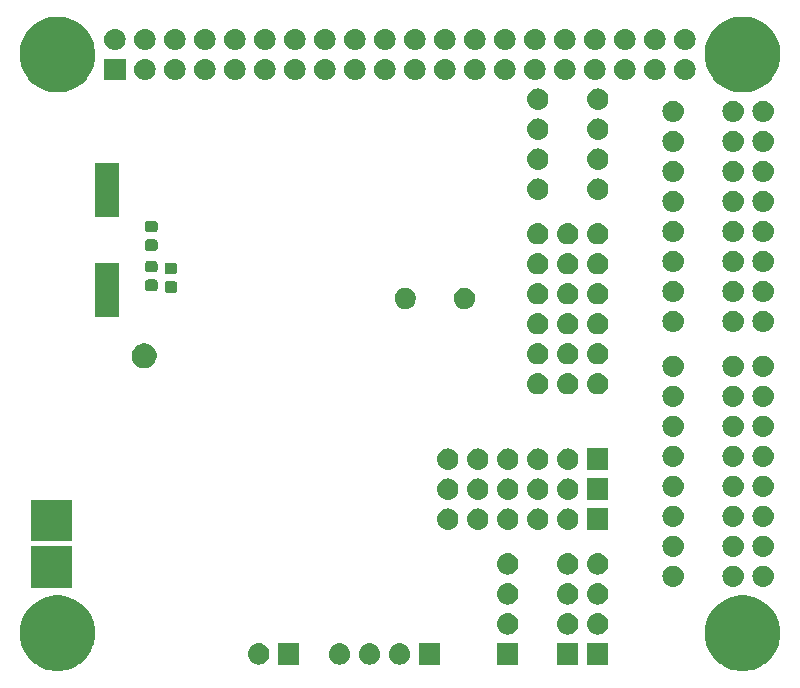
<source format=gbs>
G04 #@! TF.GenerationSoftware,KiCad,Pcbnew,5.1.2-f72e74a~84~ubuntu16.04.1*
G04 #@! TF.CreationDate,2019-05-13T00:21:41+02:00*
G04 #@! TF.ProjectId,Hedgehog,48656467-6568-46f6-972e-6b696361645f,1.0*
G04 #@! TF.SameCoordinates,PX7270e00PY47868c0*
G04 #@! TF.FileFunction,Soldermask,Bot*
G04 #@! TF.FilePolarity,Negative*
%FSLAX46Y46*%
G04 Gerber Fmt 4.6, Leading zero omitted, Abs format (unit mm)*
G04 Created by KiCad (PCBNEW 5.1.2-f72e74a~84~ubuntu16.04.1) date 2019-05-13 00:21:41*
%MOMM*%
%LPD*%
G04 APERTURE LIST*
%ADD10C,0.100000*%
G04 APERTURE END LIST*
D10*
G36*
X62048590Y-49346430D02*
G01*
X62433406Y-49422975D01*
X63015768Y-49664197D01*
X63526584Y-50005513D01*
X63539882Y-50014399D01*
X63985601Y-50460118D01*
X64335803Y-50984232D01*
X64577025Y-51566594D01*
X64700000Y-52184829D01*
X64700000Y-52815171D01*
X64577025Y-53433406D01*
X64550245Y-53498058D01*
X64335803Y-54015768D01*
X63985602Y-54539881D01*
X63539881Y-54985602D01*
X63313332Y-55136977D01*
X63015768Y-55335803D01*
X62433406Y-55577025D01*
X62124289Y-55638512D01*
X61815172Y-55700000D01*
X61184828Y-55700000D01*
X60875711Y-55638512D01*
X60566594Y-55577025D01*
X59984232Y-55335803D01*
X59686668Y-55136977D01*
X59460119Y-54985602D01*
X59014398Y-54539881D01*
X58664197Y-54015768D01*
X58449755Y-53498058D01*
X58422975Y-53433406D01*
X58300000Y-52815171D01*
X58300000Y-52184829D01*
X58422975Y-51566594D01*
X58664197Y-50984232D01*
X59014399Y-50460118D01*
X59460118Y-50014399D01*
X59473417Y-50005513D01*
X59984232Y-49664197D01*
X60566594Y-49422975D01*
X60951410Y-49346430D01*
X61184828Y-49300000D01*
X61815172Y-49300000D01*
X62048590Y-49346430D01*
X62048590Y-49346430D01*
G37*
G36*
X4048590Y-49346430D02*
G01*
X4433406Y-49422975D01*
X5015768Y-49664197D01*
X5526584Y-50005513D01*
X5539882Y-50014399D01*
X5985601Y-50460118D01*
X6335803Y-50984232D01*
X6577025Y-51566594D01*
X6700000Y-52184829D01*
X6700000Y-52815171D01*
X6577025Y-53433406D01*
X6550245Y-53498058D01*
X6335803Y-54015768D01*
X5985602Y-54539881D01*
X5539881Y-54985602D01*
X5313332Y-55136977D01*
X5015768Y-55335803D01*
X4433406Y-55577025D01*
X4124289Y-55638512D01*
X3815172Y-55700000D01*
X3184828Y-55700000D01*
X2875711Y-55638512D01*
X2566594Y-55577025D01*
X1984232Y-55335803D01*
X1686668Y-55136977D01*
X1460119Y-54985602D01*
X1014398Y-54539881D01*
X664197Y-54015768D01*
X449755Y-53498058D01*
X422975Y-53433406D01*
X300000Y-52815171D01*
X300000Y-52184829D01*
X422975Y-51566594D01*
X664197Y-50984232D01*
X1014399Y-50460118D01*
X1460118Y-50014399D01*
X1473417Y-50005513D01*
X1984232Y-49664197D01*
X2566594Y-49422975D01*
X2951410Y-49346430D01*
X3184828Y-49300000D01*
X3815172Y-49300000D01*
X4048590Y-49346430D01*
X4048590Y-49346430D01*
G37*
G36*
X35900000Y-55150000D02*
G01*
X34100000Y-55150000D01*
X34100000Y-53350000D01*
X35900000Y-53350000D01*
X35900000Y-55150000D01*
X35900000Y-55150000D01*
G37*
G36*
X20726431Y-53363023D02*
G01*
X20872216Y-53407247D01*
X20896085Y-53414487D01*
X21007046Y-53473798D01*
X21052432Y-53498057D01*
X21052434Y-53498058D01*
X21052433Y-53498058D01*
X21189475Y-53610525D01*
X21301942Y-53747567D01*
X21385513Y-53903915D01*
X21385514Y-53903919D01*
X21436977Y-54073569D01*
X21454354Y-54250000D01*
X21436977Y-54426431D01*
X21402562Y-54539881D01*
X21385513Y-54596085D01*
X21326202Y-54707046D01*
X21301943Y-54752432D01*
X21189475Y-54889475D01*
X21052432Y-55001943D01*
X21007046Y-55026202D01*
X20896085Y-55085513D01*
X20872216Y-55092753D01*
X20726431Y-55136977D01*
X20594207Y-55150000D01*
X20505793Y-55150000D01*
X20373569Y-55136977D01*
X20227784Y-55092753D01*
X20203915Y-55085513D01*
X20092954Y-55026202D01*
X20047568Y-55001943D01*
X19910525Y-54889475D01*
X19798057Y-54752432D01*
X19773798Y-54707046D01*
X19714487Y-54596085D01*
X19697438Y-54539881D01*
X19663023Y-54426431D01*
X19645646Y-54250000D01*
X19663023Y-54073569D01*
X19714486Y-53903919D01*
X19714487Y-53903915D01*
X19798058Y-53747567D01*
X19910525Y-53610525D01*
X20047567Y-53498058D01*
X20047566Y-53498058D01*
X20047568Y-53498057D01*
X20092954Y-53473798D01*
X20203915Y-53414487D01*
X20227784Y-53407247D01*
X20373569Y-53363023D01*
X20505793Y-53350000D01*
X20594207Y-53350000D01*
X20726431Y-53363023D01*
X20726431Y-53363023D01*
G37*
G36*
X23990000Y-55150000D02*
G01*
X22190000Y-55150000D01*
X22190000Y-53350000D01*
X23990000Y-53350000D01*
X23990000Y-55150000D01*
X23990000Y-55150000D01*
G37*
G36*
X42530000Y-55150000D02*
G01*
X40730000Y-55150000D01*
X40730000Y-53350000D01*
X42530000Y-53350000D01*
X42530000Y-55150000D01*
X42530000Y-55150000D01*
G37*
G36*
X47610000Y-55150000D02*
G01*
X45810000Y-55150000D01*
X45810000Y-53350000D01*
X47610000Y-53350000D01*
X47610000Y-55150000D01*
X47610000Y-55150000D01*
G37*
G36*
X27556431Y-53363023D02*
G01*
X27702216Y-53407247D01*
X27726085Y-53414487D01*
X27837046Y-53473798D01*
X27882432Y-53498057D01*
X27882434Y-53498058D01*
X27882433Y-53498058D01*
X28019475Y-53610525D01*
X28131942Y-53747567D01*
X28215513Y-53903915D01*
X28215514Y-53903919D01*
X28266977Y-54073569D01*
X28284354Y-54250000D01*
X28266977Y-54426431D01*
X28232562Y-54539881D01*
X28215513Y-54596085D01*
X28156202Y-54707046D01*
X28131943Y-54752432D01*
X28019475Y-54889475D01*
X27882432Y-55001943D01*
X27837046Y-55026202D01*
X27726085Y-55085513D01*
X27702216Y-55092753D01*
X27556431Y-55136977D01*
X27424207Y-55150000D01*
X27335793Y-55150000D01*
X27203569Y-55136977D01*
X27057784Y-55092753D01*
X27033915Y-55085513D01*
X26922954Y-55026202D01*
X26877568Y-55001943D01*
X26740525Y-54889475D01*
X26628057Y-54752432D01*
X26603798Y-54707046D01*
X26544487Y-54596085D01*
X26527438Y-54539881D01*
X26493023Y-54426431D01*
X26475646Y-54250000D01*
X26493023Y-54073569D01*
X26544486Y-53903919D01*
X26544487Y-53903915D01*
X26628058Y-53747567D01*
X26740525Y-53610525D01*
X26877567Y-53498058D01*
X26877566Y-53498058D01*
X26877568Y-53498057D01*
X26922954Y-53473798D01*
X27033915Y-53414487D01*
X27057784Y-53407247D01*
X27203569Y-53363023D01*
X27335793Y-53350000D01*
X27424207Y-53350000D01*
X27556431Y-53363023D01*
X27556431Y-53363023D01*
G37*
G36*
X30096431Y-53363023D02*
G01*
X30242216Y-53407247D01*
X30266085Y-53414487D01*
X30377046Y-53473798D01*
X30422432Y-53498057D01*
X30422434Y-53498058D01*
X30422433Y-53498058D01*
X30559475Y-53610525D01*
X30671942Y-53747567D01*
X30755513Y-53903915D01*
X30755514Y-53903919D01*
X30806977Y-54073569D01*
X30824354Y-54250000D01*
X30806977Y-54426431D01*
X30772562Y-54539881D01*
X30755513Y-54596085D01*
X30696202Y-54707046D01*
X30671943Y-54752432D01*
X30559475Y-54889475D01*
X30422432Y-55001943D01*
X30377046Y-55026202D01*
X30266085Y-55085513D01*
X30242216Y-55092753D01*
X30096431Y-55136977D01*
X29964207Y-55150000D01*
X29875793Y-55150000D01*
X29743569Y-55136977D01*
X29597784Y-55092753D01*
X29573915Y-55085513D01*
X29462954Y-55026202D01*
X29417568Y-55001943D01*
X29280525Y-54889475D01*
X29168057Y-54752432D01*
X29143798Y-54707046D01*
X29084487Y-54596085D01*
X29067438Y-54539881D01*
X29033023Y-54426431D01*
X29015646Y-54250000D01*
X29033023Y-54073569D01*
X29084486Y-53903919D01*
X29084487Y-53903915D01*
X29168058Y-53747567D01*
X29280525Y-53610525D01*
X29417567Y-53498058D01*
X29417566Y-53498058D01*
X29417568Y-53498057D01*
X29462954Y-53473798D01*
X29573915Y-53414487D01*
X29597784Y-53407247D01*
X29743569Y-53363023D01*
X29875793Y-53350000D01*
X29964207Y-53350000D01*
X30096431Y-53363023D01*
X30096431Y-53363023D01*
G37*
G36*
X32636431Y-53363023D02*
G01*
X32782216Y-53407247D01*
X32806085Y-53414487D01*
X32917046Y-53473798D01*
X32962432Y-53498057D01*
X32962434Y-53498058D01*
X32962433Y-53498058D01*
X33099475Y-53610525D01*
X33211942Y-53747567D01*
X33295513Y-53903915D01*
X33295514Y-53903919D01*
X33346977Y-54073569D01*
X33364354Y-54250000D01*
X33346977Y-54426431D01*
X33312562Y-54539881D01*
X33295513Y-54596085D01*
X33236202Y-54707046D01*
X33211943Y-54752432D01*
X33099475Y-54889475D01*
X32962432Y-55001943D01*
X32917046Y-55026202D01*
X32806085Y-55085513D01*
X32782216Y-55092753D01*
X32636431Y-55136977D01*
X32504207Y-55150000D01*
X32415793Y-55150000D01*
X32283569Y-55136977D01*
X32137784Y-55092753D01*
X32113915Y-55085513D01*
X32002954Y-55026202D01*
X31957568Y-55001943D01*
X31820525Y-54889475D01*
X31708057Y-54752432D01*
X31683798Y-54707046D01*
X31624487Y-54596085D01*
X31607438Y-54539881D01*
X31573023Y-54426431D01*
X31555646Y-54250000D01*
X31573023Y-54073569D01*
X31624486Y-53903919D01*
X31624487Y-53903915D01*
X31708058Y-53747567D01*
X31820525Y-53610525D01*
X31957567Y-53498058D01*
X31957566Y-53498058D01*
X31957568Y-53498057D01*
X32002954Y-53473798D01*
X32113915Y-53414487D01*
X32137784Y-53407247D01*
X32283569Y-53363023D01*
X32415793Y-53350000D01*
X32504207Y-53350000D01*
X32636431Y-53363023D01*
X32636431Y-53363023D01*
G37*
G36*
X50150000Y-55150000D02*
G01*
X48350000Y-55150000D01*
X48350000Y-53350000D01*
X50150000Y-53350000D01*
X50150000Y-55150000D01*
X50150000Y-55150000D01*
G37*
G36*
X49426431Y-50823023D02*
G01*
X49572216Y-50867247D01*
X49596085Y-50874487D01*
X49707046Y-50933798D01*
X49752432Y-50958057D01*
X49752434Y-50958058D01*
X49752433Y-50958058D01*
X49889475Y-51070525D01*
X50001942Y-51207567D01*
X50085513Y-51363915D01*
X50085514Y-51363919D01*
X50136977Y-51533569D01*
X50154354Y-51710000D01*
X50136977Y-51886431D01*
X50092753Y-52032216D01*
X50085513Y-52056085D01*
X50026202Y-52167046D01*
X50001943Y-52212432D01*
X49889475Y-52349475D01*
X49752432Y-52461943D01*
X49707046Y-52486202D01*
X49596085Y-52545513D01*
X49572216Y-52552753D01*
X49426431Y-52596977D01*
X49294207Y-52610000D01*
X49205793Y-52610000D01*
X49073569Y-52596977D01*
X48927784Y-52552753D01*
X48903915Y-52545513D01*
X48792954Y-52486202D01*
X48747568Y-52461943D01*
X48610525Y-52349475D01*
X48498057Y-52212432D01*
X48473798Y-52167046D01*
X48414487Y-52056085D01*
X48407247Y-52032216D01*
X48363023Y-51886431D01*
X48345646Y-51710000D01*
X48363023Y-51533569D01*
X48414486Y-51363919D01*
X48414487Y-51363915D01*
X48498058Y-51207567D01*
X48610525Y-51070525D01*
X48747567Y-50958058D01*
X48747566Y-50958058D01*
X48747568Y-50958057D01*
X48792954Y-50933798D01*
X48903915Y-50874487D01*
X48927784Y-50867247D01*
X49073569Y-50823023D01*
X49205793Y-50810000D01*
X49294207Y-50810000D01*
X49426431Y-50823023D01*
X49426431Y-50823023D01*
G37*
G36*
X41806431Y-50823023D02*
G01*
X41952216Y-50867247D01*
X41976085Y-50874487D01*
X42087046Y-50933798D01*
X42132432Y-50958057D01*
X42132434Y-50958058D01*
X42132433Y-50958058D01*
X42269475Y-51070525D01*
X42381942Y-51207567D01*
X42465513Y-51363915D01*
X42465514Y-51363919D01*
X42516977Y-51533569D01*
X42534354Y-51710000D01*
X42516977Y-51886431D01*
X42472753Y-52032216D01*
X42465513Y-52056085D01*
X42406202Y-52167046D01*
X42381943Y-52212432D01*
X42269475Y-52349475D01*
X42132432Y-52461943D01*
X42087046Y-52486202D01*
X41976085Y-52545513D01*
X41952216Y-52552753D01*
X41806431Y-52596977D01*
X41674207Y-52610000D01*
X41585793Y-52610000D01*
X41453569Y-52596977D01*
X41307784Y-52552753D01*
X41283915Y-52545513D01*
X41172954Y-52486202D01*
X41127568Y-52461943D01*
X40990525Y-52349475D01*
X40878057Y-52212432D01*
X40853798Y-52167046D01*
X40794487Y-52056085D01*
X40787247Y-52032216D01*
X40743023Y-51886431D01*
X40725646Y-51710000D01*
X40743023Y-51533569D01*
X40794486Y-51363919D01*
X40794487Y-51363915D01*
X40878058Y-51207567D01*
X40990525Y-51070525D01*
X41127567Y-50958058D01*
X41127566Y-50958058D01*
X41127568Y-50958057D01*
X41172954Y-50933798D01*
X41283915Y-50874487D01*
X41307784Y-50867247D01*
X41453569Y-50823023D01*
X41585793Y-50810000D01*
X41674207Y-50810000D01*
X41806431Y-50823023D01*
X41806431Y-50823023D01*
G37*
G36*
X46886431Y-50823023D02*
G01*
X47032216Y-50867247D01*
X47056085Y-50874487D01*
X47167046Y-50933798D01*
X47212432Y-50958057D01*
X47212434Y-50958058D01*
X47212433Y-50958058D01*
X47349475Y-51070525D01*
X47461942Y-51207567D01*
X47545513Y-51363915D01*
X47545514Y-51363919D01*
X47596977Y-51533569D01*
X47614354Y-51710000D01*
X47596977Y-51886431D01*
X47552753Y-52032216D01*
X47545513Y-52056085D01*
X47486202Y-52167046D01*
X47461943Y-52212432D01*
X47349475Y-52349475D01*
X47212432Y-52461943D01*
X47167046Y-52486202D01*
X47056085Y-52545513D01*
X47032216Y-52552753D01*
X46886431Y-52596977D01*
X46754207Y-52610000D01*
X46665793Y-52610000D01*
X46533569Y-52596977D01*
X46387784Y-52552753D01*
X46363915Y-52545513D01*
X46252954Y-52486202D01*
X46207568Y-52461943D01*
X46070525Y-52349475D01*
X45958057Y-52212432D01*
X45933798Y-52167046D01*
X45874487Y-52056085D01*
X45867247Y-52032216D01*
X45823023Y-51886431D01*
X45805646Y-51710000D01*
X45823023Y-51533569D01*
X45874486Y-51363919D01*
X45874487Y-51363915D01*
X45958058Y-51207567D01*
X46070525Y-51070525D01*
X46207567Y-50958058D01*
X46207566Y-50958058D01*
X46207568Y-50958057D01*
X46252954Y-50933798D01*
X46363915Y-50874487D01*
X46387784Y-50867247D01*
X46533569Y-50823023D01*
X46665793Y-50810000D01*
X46754207Y-50810000D01*
X46886431Y-50823023D01*
X46886431Y-50823023D01*
G37*
G36*
X49426431Y-48283023D02*
G01*
X49572216Y-48327247D01*
X49596085Y-48334487D01*
X49707046Y-48393798D01*
X49752432Y-48418057D01*
X49752434Y-48418058D01*
X49752433Y-48418058D01*
X49889475Y-48530525D01*
X50001942Y-48667567D01*
X50085513Y-48823915D01*
X50085514Y-48823919D01*
X50136977Y-48993569D01*
X50154354Y-49170000D01*
X50136977Y-49346431D01*
X50092753Y-49492216D01*
X50085513Y-49516085D01*
X50026202Y-49627046D01*
X50001943Y-49672432D01*
X49889475Y-49809475D01*
X49752432Y-49921943D01*
X49707046Y-49946202D01*
X49596085Y-50005513D01*
X49572216Y-50012753D01*
X49426431Y-50056977D01*
X49294207Y-50070000D01*
X49205793Y-50070000D01*
X49073569Y-50056977D01*
X48927784Y-50012753D01*
X48903915Y-50005513D01*
X48792954Y-49946202D01*
X48747568Y-49921943D01*
X48610525Y-49809475D01*
X48498057Y-49672432D01*
X48473798Y-49627046D01*
X48414487Y-49516085D01*
X48407247Y-49492216D01*
X48363023Y-49346431D01*
X48345646Y-49170000D01*
X48363023Y-48993569D01*
X48414486Y-48823919D01*
X48414487Y-48823915D01*
X48498058Y-48667567D01*
X48610525Y-48530525D01*
X48747567Y-48418058D01*
X48747566Y-48418058D01*
X48747568Y-48418057D01*
X48792954Y-48393798D01*
X48903915Y-48334487D01*
X48927784Y-48327247D01*
X49073569Y-48283023D01*
X49205793Y-48270000D01*
X49294207Y-48270000D01*
X49426431Y-48283023D01*
X49426431Y-48283023D01*
G37*
G36*
X46886431Y-48283023D02*
G01*
X47032216Y-48327247D01*
X47056085Y-48334487D01*
X47167046Y-48393798D01*
X47212432Y-48418057D01*
X47212434Y-48418058D01*
X47212433Y-48418058D01*
X47349475Y-48530525D01*
X47461942Y-48667567D01*
X47545513Y-48823915D01*
X47545514Y-48823919D01*
X47596977Y-48993569D01*
X47614354Y-49170000D01*
X47596977Y-49346431D01*
X47552753Y-49492216D01*
X47545513Y-49516085D01*
X47486202Y-49627046D01*
X47461943Y-49672432D01*
X47349475Y-49809475D01*
X47212432Y-49921943D01*
X47167046Y-49946202D01*
X47056085Y-50005513D01*
X47032216Y-50012753D01*
X46886431Y-50056977D01*
X46754207Y-50070000D01*
X46665793Y-50070000D01*
X46533569Y-50056977D01*
X46387784Y-50012753D01*
X46363915Y-50005513D01*
X46252954Y-49946202D01*
X46207568Y-49921943D01*
X46070525Y-49809475D01*
X45958057Y-49672432D01*
X45933798Y-49627046D01*
X45874487Y-49516085D01*
X45867247Y-49492216D01*
X45823023Y-49346431D01*
X45805646Y-49170000D01*
X45823023Y-48993569D01*
X45874486Y-48823919D01*
X45874487Y-48823915D01*
X45958058Y-48667567D01*
X46070525Y-48530525D01*
X46207567Y-48418058D01*
X46207566Y-48418058D01*
X46207568Y-48418057D01*
X46252954Y-48393798D01*
X46363915Y-48334487D01*
X46387784Y-48327247D01*
X46533569Y-48283023D01*
X46665793Y-48270000D01*
X46754207Y-48270000D01*
X46886431Y-48283023D01*
X46886431Y-48283023D01*
G37*
G36*
X41806431Y-48283023D02*
G01*
X41952216Y-48327247D01*
X41976085Y-48334487D01*
X42087046Y-48393798D01*
X42132432Y-48418057D01*
X42132434Y-48418058D01*
X42132433Y-48418058D01*
X42269475Y-48530525D01*
X42381942Y-48667567D01*
X42465513Y-48823915D01*
X42465514Y-48823919D01*
X42516977Y-48993569D01*
X42534354Y-49170000D01*
X42516977Y-49346431D01*
X42472753Y-49492216D01*
X42465513Y-49516085D01*
X42406202Y-49627046D01*
X42381943Y-49672432D01*
X42269475Y-49809475D01*
X42132432Y-49921943D01*
X42087046Y-49946202D01*
X41976085Y-50005513D01*
X41952216Y-50012753D01*
X41806431Y-50056977D01*
X41674207Y-50070000D01*
X41585793Y-50070000D01*
X41453569Y-50056977D01*
X41307784Y-50012753D01*
X41283915Y-50005513D01*
X41172954Y-49946202D01*
X41127568Y-49921943D01*
X40990525Y-49809475D01*
X40878057Y-49672432D01*
X40853798Y-49627046D01*
X40794487Y-49516085D01*
X40787247Y-49492216D01*
X40743023Y-49346431D01*
X40725646Y-49170000D01*
X40743023Y-48993569D01*
X40794486Y-48823919D01*
X40794487Y-48823915D01*
X40878058Y-48667567D01*
X40990525Y-48530525D01*
X41127567Y-48418058D01*
X41127566Y-48418058D01*
X41127568Y-48418057D01*
X41172954Y-48393798D01*
X41283915Y-48334487D01*
X41307784Y-48327247D01*
X41453569Y-48283023D01*
X41585793Y-48270000D01*
X41674207Y-48270000D01*
X41806431Y-48283023D01*
X41806431Y-48283023D01*
G37*
G36*
X4750000Y-48650000D02*
G01*
X1250000Y-48650000D01*
X1250000Y-45150000D01*
X4750000Y-45150000D01*
X4750000Y-48650000D01*
X4750000Y-48650000D01*
G37*
G36*
X55796431Y-46783023D02*
G01*
X55942216Y-46827247D01*
X55966085Y-46834487D01*
X56077046Y-46893798D01*
X56122432Y-46918057D01*
X56259475Y-47030525D01*
X56343109Y-47132433D01*
X56371942Y-47167567D01*
X56455513Y-47323915D01*
X56455514Y-47323919D01*
X56506977Y-47493569D01*
X56524354Y-47670000D01*
X56506977Y-47846431D01*
X56462753Y-47992216D01*
X56455513Y-48016085D01*
X56396202Y-48127046D01*
X56371943Y-48172432D01*
X56259475Y-48309475D01*
X56122432Y-48421943D01*
X56077046Y-48446202D01*
X55966085Y-48505513D01*
X55942216Y-48512753D01*
X55796431Y-48556977D01*
X55664207Y-48570000D01*
X55575793Y-48570000D01*
X55443569Y-48556977D01*
X55297784Y-48512753D01*
X55273915Y-48505513D01*
X55162954Y-48446202D01*
X55117568Y-48421943D01*
X54980525Y-48309475D01*
X54868057Y-48172432D01*
X54843798Y-48127046D01*
X54784487Y-48016085D01*
X54777247Y-47992216D01*
X54733023Y-47846431D01*
X54715646Y-47670000D01*
X54733023Y-47493569D01*
X54784486Y-47323919D01*
X54784487Y-47323915D01*
X54868058Y-47167567D01*
X54896892Y-47132433D01*
X54980525Y-47030525D01*
X55117568Y-46918057D01*
X55162954Y-46893798D01*
X55273915Y-46834487D01*
X55297784Y-46827247D01*
X55443569Y-46783023D01*
X55575793Y-46770000D01*
X55664207Y-46770000D01*
X55796431Y-46783023D01*
X55796431Y-46783023D01*
G37*
G36*
X60876431Y-46783023D02*
G01*
X61022216Y-46827247D01*
X61046085Y-46834487D01*
X61157046Y-46893798D01*
X61202432Y-46918057D01*
X61339475Y-47030525D01*
X61423109Y-47132433D01*
X61451942Y-47167567D01*
X61535513Y-47323915D01*
X61535514Y-47323919D01*
X61586977Y-47493569D01*
X61604354Y-47670000D01*
X61586977Y-47846431D01*
X61542753Y-47992216D01*
X61535513Y-48016085D01*
X61476202Y-48127046D01*
X61451943Y-48172432D01*
X61339475Y-48309475D01*
X61202432Y-48421943D01*
X61157046Y-48446202D01*
X61046085Y-48505513D01*
X61022216Y-48512753D01*
X60876431Y-48556977D01*
X60744207Y-48570000D01*
X60655793Y-48570000D01*
X60523569Y-48556977D01*
X60377784Y-48512753D01*
X60353915Y-48505513D01*
X60242954Y-48446202D01*
X60197568Y-48421943D01*
X60060525Y-48309475D01*
X59948057Y-48172432D01*
X59923798Y-48127046D01*
X59864487Y-48016085D01*
X59857247Y-47992216D01*
X59813023Y-47846431D01*
X59795646Y-47670000D01*
X59813023Y-47493569D01*
X59864486Y-47323919D01*
X59864487Y-47323915D01*
X59948058Y-47167567D01*
X59976892Y-47132433D01*
X60060525Y-47030525D01*
X60197568Y-46918057D01*
X60242954Y-46893798D01*
X60353915Y-46834487D01*
X60377784Y-46827247D01*
X60523569Y-46783023D01*
X60655793Y-46770000D01*
X60744207Y-46770000D01*
X60876431Y-46783023D01*
X60876431Y-46783023D01*
G37*
G36*
X63416431Y-46783023D02*
G01*
X63562216Y-46827247D01*
X63586085Y-46834487D01*
X63697046Y-46893798D01*
X63742432Y-46918057D01*
X63879475Y-47030525D01*
X63963109Y-47132433D01*
X63991942Y-47167567D01*
X64075513Y-47323915D01*
X64075514Y-47323919D01*
X64126977Y-47493569D01*
X64144354Y-47670000D01*
X64126977Y-47846431D01*
X64082753Y-47992216D01*
X64075513Y-48016085D01*
X64016202Y-48127046D01*
X63991943Y-48172432D01*
X63879475Y-48309475D01*
X63742432Y-48421943D01*
X63697046Y-48446202D01*
X63586085Y-48505513D01*
X63562216Y-48512753D01*
X63416431Y-48556977D01*
X63284207Y-48570000D01*
X63195793Y-48570000D01*
X63063569Y-48556977D01*
X62917784Y-48512753D01*
X62893915Y-48505513D01*
X62782954Y-48446202D01*
X62737568Y-48421943D01*
X62600525Y-48309475D01*
X62488057Y-48172432D01*
X62463798Y-48127046D01*
X62404487Y-48016085D01*
X62397247Y-47992216D01*
X62353023Y-47846431D01*
X62335646Y-47670000D01*
X62353023Y-47493569D01*
X62404486Y-47323919D01*
X62404487Y-47323915D01*
X62488058Y-47167567D01*
X62516892Y-47132433D01*
X62600525Y-47030525D01*
X62737568Y-46918057D01*
X62782954Y-46893798D01*
X62893915Y-46834487D01*
X62917784Y-46827247D01*
X63063569Y-46783023D01*
X63195793Y-46770000D01*
X63284207Y-46770000D01*
X63416431Y-46783023D01*
X63416431Y-46783023D01*
G37*
G36*
X49426431Y-45743023D02*
G01*
X49572216Y-45787247D01*
X49596085Y-45794487D01*
X49707046Y-45853798D01*
X49752432Y-45878057D01*
X49752434Y-45878058D01*
X49752433Y-45878058D01*
X49889475Y-45990525D01*
X50001942Y-46127567D01*
X50085513Y-46283915D01*
X50085514Y-46283919D01*
X50136977Y-46453569D01*
X50154354Y-46630000D01*
X50136977Y-46806431D01*
X50103115Y-46918057D01*
X50085513Y-46976085D01*
X50026202Y-47087046D01*
X50001943Y-47132432D01*
X49889475Y-47269475D01*
X49752432Y-47381943D01*
X49707046Y-47406202D01*
X49596085Y-47465513D01*
X49572216Y-47472753D01*
X49426431Y-47516977D01*
X49294207Y-47530000D01*
X49205793Y-47530000D01*
X49073569Y-47516977D01*
X48927784Y-47472753D01*
X48903915Y-47465513D01*
X48792954Y-47406202D01*
X48747568Y-47381943D01*
X48610525Y-47269475D01*
X48498057Y-47132432D01*
X48473798Y-47087046D01*
X48414487Y-46976085D01*
X48396885Y-46918057D01*
X48363023Y-46806431D01*
X48345646Y-46630000D01*
X48363023Y-46453569D01*
X48414486Y-46283919D01*
X48414487Y-46283915D01*
X48498058Y-46127567D01*
X48610525Y-45990525D01*
X48747567Y-45878058D01*
X48747566Y-45878058D01*
X48747568Y-45878057D01*
X48792954Y-45853798D01*
X48903915Y-45794487D01*
X48927784Y-45787247D01*
X49073569Y-45743023D01*
X49205793Y-45730000D01*
X49294207Y-45730000D01*
X49426431Y-45743023D01*
X49426431Y-45743023D01*
G37*
G36*
X41806431Y-45743023D02*
G01*
X41952216Y-45787247D01*
X41976085Y-45794487D01*
X42087046Y-45853798D01*
X42132432Y-45878057D01*
X42132434Y-45878058D01*
X42132433Y-45878058D01*
X42269475Y-45990525D01*
X42381942Y-46127567D01*
X42465513Y-46283915D01*
X42465514Y-46283919D01*
X42516977Y-46453569D01*
X42534354Y-46630000D01*
X42516977Y-46806431D01*
X42483115Y-46918057D01*
X42465513Y-46976085D01*
X42406202Y-47087046D01*
X42381943Y-47132432D01*
X42269475Y-47269475D01*
X42132432Y-47381943D01*
X42087046Y-47406202D01*
X41976085Y-47465513D01*
X41952216Y-47472753D01*
X41806431Y-47516977D01*
X41674207Y-47530000D01*
X41585793Y-47530000D01*
X41453569Y-47516977D01*
X41307784Y-47472753D01*
X41283915Y-47465513D01*
X41172954Y-47406202D01*
X41127568Y-47381943D01*
X40990525Y-47269475D01*
X40878057Y-47132432D01*
X40853798Y-47087046D01*
X40794487Y-46976085D01*
X40776885Y-46918057D01*
X40743023Y-46806431D01*
X40725646Y-46630000D01*
X40743023Y-46453569D01*
X40794486Y-46283919D01*
X40794487Y-46283915D01*
X40878058Y-46127567D01*
X40990525Y-45990525D01*
X41127567Y-45878058D01*
X41127566Y-45878058D01*
X41127568Y-45878057D01*
X41172954Y-45853798D01*
X41283915Y-45794487D01*
X41307784Y-45787247D01*
X41453569Y-45743023D01*
X41585793Y-45730000D01*
X41674207Y-45730000D01*
X41806431Y-45743023D01*
X41806431Y-45743023D01*
G37*
G36*
X46886431Y-45743023D02*
G01*
X47032216Y-45787247D01*
X47056085Y-45794487D01*
X47167046Y-45853798D01*
X47212432Y-45878057D01*
X47212434Y-45878058D01*
X47212433Y-45878058D01*
X47349475Y-45990525D01*
X47461942Y-46127567D01*
X47545513Y-46283915D01*
X47545514Y-46283919D01*
X47596977Y-46453569D01*
X47614354Y-46630000D01*
X47596977Y-46806431D01*
X47563115Y-46918057D01*
X47545513Y-46976085D01*
X47486202Y-47087046D01*
X47461943Y-47132432D01*
X47349475Y-47269475D01*
X47212432Y-47381943D01*
X47167046Y-47406202D01*
X47056085Y-47465513D01*
X47032216Y-47472753D01*
X46886431Y-47516977D01*
X46754207Y-47530000D01*
X46665793Y-47530000D01*
X46533569Y-47516977D01*
X46387784Y-47472753D01*
X46363915Y-47465513D01*
X46252954Y-47406202D01*
X46207568Y-47381943D01*
X46070525Y-47269475D01*
X45958057Y-47132432D01*
X45933798Y-47087046D01*
X45874487Y-46976085D01*
X45856885Y-46918057D01*
X45823023Y-46806431D01*
X45805646Y-46630000D01*
X45823023Y-46453569D01*
X45874486Y-46283919D01*
X45874487Y-46283915D01*
X45958058Y-46127567D01*
X46070525Y-45990525D01*
X46207567Y-45878058D01*
X46207566Y-45878058D01*
X46207568Y-45878057D01*
X46252954Y-45853798D01*
X46363915Y-45794487D01*
X46387784Y-45787247D01*
X46533569Y-45743023D01*
X46665793Y-45730000D01*
X46754207Y-45730000D01*
X46886431Y-45743023D01*
X46886431Y-45743023D01*
G37*
G36*
X63416431Y-44243023D02*
G01*
X63562216Y-44287247D01*
X63586085Y-44294487D01*
X63697046Y-44353798D01*
X63742432Y-44378057D01*
X63742434Y-44378058D01*
X63742433Y-44378058D01*
X63879475Y-44490525D01*
X63991942Y-44627567D01*
X64075513Y-44783915D01*
X64075514Y-44783919D01*
X64126977Y-44953569D01*
X64144354Y-45130000D01*
X64126977Y-45306431D01*
X64082753Y-45452216D01*
X64075513Y-45476085D01*
X64016202Y-45587046D01*
X63991943Y-45632432D01*
X63879475Y-45769475D01*
X63742432Y-45881943D01*
X63697046Y-45906202D01*
X63586085Y-45965513D01*
X63562216Y-45972753D01*
X63416431Y-46016977D01*
X63284207Y-46030000D01*
X63195793Y-46030000D01*
X63063569Y-46016977D01*
X62917784Y-45972753D01*
X62893915Y-45965513D01*
X62782954Y-45906202D01*
X62737568Y-45881943D01*
X62600525Y-45769475D01*
X62488057Y-45632432D01*
X62463798Y-45587046D01*
X62404487Y-45476085D01*
X62397247Y-45452216D01*
X62353023Y-45306431D01*
X62335646Y-45130000D01*
X62353023Y-44953569D01*
X62404486Y-44783919D01*
X62404487Y-44783915D01*
X62488058Y-44627567D01*
X62600525Y-44490525D01*
X62737567Y-44378058D01*
X62737566Y-44378058D01*
X62737568Y-44378057D01*
X62782954Y-44353798D01*
X62893915Y-44294487D01*
X62917784Y-44287247D01*
X63063569Y-44243023D01*
X63195793Y-44230000D01*
X63284207Y-44230000D01*
X63416431Y-44243023D01*
X63416431Y-44243023D01*
G37*
G36*
X60876431Y-44243023D02*
G01*
X61022216Y-44287247D01*
X61046085Y-44294487D01*
X61157046Y-44353798D01*
X61202432Y-44378057D01*
X61202434Y-44378058D01*
X61202433Y-44378058D01*
X61339475Y-44490525D01*
X61451942Y-44627567D01*
X61535513Y-44783915D01*
X61535514Y-44783919D01*
X61586977Y-44953569D01*
X61604354Y-45130000D01*
X61586977Y-45306431D01*
X61542753Y-45452216D01*
X61535513Y-45476085D01*
X61476202Y-45587046D01*
X61451943Y-45632432D01*
X61339475Y-45769475D01*
X61202432Y-45881943D01*
X61157046Y-45906202D01*
X61046085Y-45965513D01*
X61022216Y-45972753D01*
X60876431Y-46016977D01*
X60744207Y-46030000D01*
X60655793Y-46030000D01*
X60523569Y-46016977D01*
X60377784Y-45972753D01*
X60353915Y-45965513D01*
X60242954Y-45906202D01*
X60197568Y-45881943D01*
X60060525Y-45769475D01*
X59948057Y-45632432D01*
X59923798Y-45587046D01*
X59864487Y-45476085D01*
X59857247Y-45452216D01*
X59813023Y-45306431D01*
X59795646Y-45130000D01*
X59813023Y-44953569D01*
X59864486Y-44783919D01*
X59864487Y-44783915D01*
X59948058Y-44627567D01*
X60060525Y-44490525D01*
X60197567Y-44378058D01*
X60197566Y-44378058D01*
X60197568Y-44378057D01*
X60242954Y-44353798D01*
X60353915Y-44294487D01*
X60377784Y-44287247D01*
X60523569Y-44243023D01*
X60655793Y-44230000D01*
X60744207Y-44230000D01*
X60876431Y-44243023D01*
X60876431Y-44243023D01*
G37*
G36*
X55796431Y-44243023D02*
G01*
X55942216Y-44287247D01*
X55966085Y-44294487D01*
X56077046Y-44353798D01*
X56122432Y-44378057D01*
X56122434Y-44378058D01*
X56122433Y-44378058D01*
X56259475Y-44490525D01*
X56371942Y-44627567D01*
X56455513Y-44783915D01*
X56455514Y-44783919D01*
X56506977Y-44953569D01*
X56524354Y-45130000D01*
X56506977Y-45306431D01*
X56462753Y-45452216D01*
X56455513Y-45476085D01*
X56396202Y-45587046D01*
X56371943Y-45632432D01*
X56259475Y-45769475D01*
X56122432Y-45881943D01*
X56077046Y-45906202D01*
X55966085Y-45965513D01*
X55942216Y-45972753D01*
X55796431Y-46016977D01*
X55664207Y-46030000D01*
X55575793Y-46030000D01*
X55443569Y-46016977D01*
X55297784Y-45972753D01*
X55273915Y-45965513D01*
X55162954Y-45906202D01*
X55117568Y-45881943D01*
X54980525Y-45769475D01*
X54868057Y-45632432D01*
X54843798Y-45587046D01*
X54784487Y-45476085D01*
X54777247Y-45452216D01*
X54733023Y-45306431D01*
X54715646Y-45130000D01*
X54733023Y-44953569D01*
X54784486Y-44783919D01*
X54784487Y-44783915D01*
X54868058Y-44627567D01*
X54980525Y-44490525D01*
X55117567Y-44378058D01*
X55117566Y-44378058D01*
X55117568Y-44378057D01*
X55162954Y-44353798D01*
X55273915Y-44294487D01*
X55297784Y-44287247D01*
X55443569Y-44243023D01*
X55575793Y-44230000D01*
X55664207Y-44230000D01*
X55796431Y-44243023D01*
X55796431Y-44243023D01*
G37*
G36*
X4750000Y-44690000D02*
G01*
X1250000Y-44690000D01*
X1250000Y-41190000D01*
X4750000Y-41190000D01*
X4750000Y-44690000D01*
X4750000Y-44690000D01*
G37*
G36*
X50150000Y-43740000D02*
G01*
X48350000Y-43740000D01*
X48350000Y-41940000D01*
X50150000Y-41940000D01*
X50150000Y-43740000D01*
X50150000Y-43740000D01*
G37*
G36*
X36726431Y-41953023D02*
G01*
X36872216Y-41997247D01*
X36896085Y-42004487D01*
X37007046Y-42063798D01*
X37052432Y-42088057D01*
X37052434Y-42088058D01*
X37052433Y-42088058D01*
X37189475Y-42200525D01*
X37301942Y-42337567D01*
X37385513Y-42493915D01*
X37385514Y-42493919D01*
X37436977Y-42663569D01*
X37454354Y-42840000D01*
X37436977Y-43016431D01*
X37392753Y-43162216D01*
X37385513Y-43186085D01*
X37362320Y-43229475D01*
X37301943Y-43342432D01*
X37189475Y-43479475D01*
X37052432Y-43591943D01*
X37007046Y-43616202D01*
X36896085Y-43675513D01*
X36872216Y-43682753D01*
X36726431Y-43726977D01*
X36594207Y-43740000D01*
X36505793Y-43740000D01*
X36373569Y-43726977D01*
X36227784Y-43682753D01*
X36203915Y-43675513D01*
X36092954Y-43616202D01*
X36047568Y-43591943D01*
X35910525Y-43479475D01*
X35798057Y-43342432D01*
X35737680Y-43229475D01*
X35714487Y-43186085D01*
X35707247Y-43162216D01*
X35663023Y-43016431D01*
X35645646Y-42840000D01*
X35663023Y-42663569D01*
X35714486Y-42493919D01*
X35714487Y-42493915D01*
X35798058Y-42337567D01*
X35910525Y-42200525D01*
X36047567Y-42088058D01*
X36047566Y-42088058D01*
X36047568Y-42088057D01*
X36092954Y-42063798D01*
X36203915Y-42004487D01*
X36227784Y-41997247D01*
X36373569Y-41953023D01*
X36505793Y-41940000D01*
X36594207Y-41940000D01*
X36726431Y-41953023D01*
X36726431Y-41953023D01*
G37*
G36*
X39266431Y-41953023D02*
G01*
X39412216Y-41997247D01*
X39436085Y-42004487D01*
X39547046Y-42063798D01*
X39592432Y-42088057D01*
X39592434Y-42088058D01*
X39592433Y-42088058D01*
X39729475Y-42200525D01*
X39841942Y-42337567D01*
X39925513Y-42493915D01*
X39925514Y-42493919D01*
X39976977Y-42663569D01*
X39994354Y-42840000D01*
X39976977Y-43016431D01*
X39932753Y-43162216D01*
X39925513Y-43186085D01*
X39902320Y-43229475D01*
X39841943Y-43342432D01*
X39729475Y-43479475D01*
X39592432Y-43591943D01*
X39547046Y-43616202D01*
X39436085Y-43675513D01*
X39412216Y-43682753D01*
X39266431Y-43726977D01*
X39134207Y-43740000D01*
X39045793Y-43740000D01*
X38913569Y-43726977D01*
X38767784Y-43682753D01*
X38743915Y-43675513D01*
X38632954Y-43616202D01*
X38587568Y-43591943D01*
X38450525Y-43479475D01*
X38338057Y-43342432D01*
X38277680Y-43229475D01*
X38254487Y-43186085D01*
X38247247Y-43162216D01*
X38203023Y-43016431D01*
X38185646Y-42840000D01*
X38203023Y-42663569D01*
X38254486Y-42493919D01*
X38254487Y-42493915D01*
X38338058Y-42337567D01*
X38450525Y-42200525D01*
X38587567Y-42088058D01*
X38587566Y-42088058D01*
X38587568Y-42088057D01*
X38632954Y-42063798D01*
X38743915Y-42004487D01*
X38767784Y-41997247D01*
X38913569Y-41953023D01*
X39045793Y-41940000D01*
X39134207Y-41940000D01*
X39266431Y-41953023D01*
X39266431Y-41953023D01*
G37*
G36*
X44346431Y-41953023D02*
G01*
X44492216Y-41997247D01*
X44516085Y-42004487D01*
X44627046Y-42063798D01*
X44672432Y-42088057D01*
X44672434Y-42088058D01*
X44672433Y-42088058D01*
X44809475Y-42200525D01*
X44921942Y-42337567D01*
X45005513Y-42493915D01*
X45005514Y-42493919D01*
X45056977Y-42663569D01*
X45074354Y-42840000D01*
X45056977Y-43016431D01*
X45012753Y-43162216D01*
X45005513Y-43186085D01*
X44982320Y-43229475D01*
X44921943Y-43342432D01*
X44809475Y-43479475D01*
X44672432Y-43591943D01*
X44627046Y-43616202D01*
X44516085Y-43675513D01*
X44492216Y-43682753D01*
X44346431Y-43726977D01*
X44214207Y-43740000D01*
X44125793Y-43740000D01*
X43993569Y-43726977D01*
X43847784Y-43682753D01*
X43823915Y-43675513D01*
X43712954Y-43616202D01*
X43667568Y-43591943D01*
X43530525Y-43479475D01*
X43418057Y-43342432D01*
X43357680Y-43229475D01*
X43334487Y-43186085D01*
X43327247Y-43162216D01*
X43283023Y-43016431D01*
X43265646Y-42840000D01*
X43283023Y-42663569D01*
X43334486Y-42493919D01*
X43334487Y-42493915D01*
X43418058Y-42337567D01*
X43530525Y-42200525D01*
X43667567Y-42088058D01*
X43667566Y-42088058D01*
X43667568Y-42088057D01*
X43712954Y-42063798D01*
X43823915Y-42004487D01*
X43847784Y-41997247D01*
X43993569Y-41953023D01*
X44125793Y-41940000D01*
X44214207Y-41940000D01*
X44346431Y-41953023D01*
X44346431Y-41953023D01*
G37*
G36*
X46886431Y-41953023D02*
G01*
X47032216Y-41997247D01*
X47056085Y-42004487D01*
X47167046Y-42063798D01*
X47212432Y-42088057D01*
X47212434Y-42088058D01*
X47212433Y-42088058D01*
X47349475Y-42200525D01*
X47461942Y-42337567D01*
X47545513Y-42493915D01*
X47545514Y-42493919D01*
X47596977Y-42663569D01*
X47614354Y-42840000D01*
X47596977Y-43016431D01*
X47552753Y-43162216D01*
X47545513Y-43186085D01*
X47522320Y-43229475D01*
X47461943Y-43342432D01*
X47349475Y-43479475D01*
X47212432Y-43591943D01*
X47167046Y-43616202D01*
X47056085Y-43675513D01*
X47032216Y-43682753D01*
X46886431Y-43726977D01*
X46754207Y-43740000D01*
X46665793Y-43740000D01*
X46533569Y-43726977D01*
X46387784Y-43682753D01*
X46363915Y-43675513D01*
X46252954Y-43616202D01*
X46207568Y-43591943D01*
X46070525Y-43479475D01*
X45958057Y-43342432D01*
X45897680Y-43229475D01*
X45874487Y-43186085D01*
X45867247Y-43162216D01*
X45823023Y-43016431D01*
X45805646Y-42840000D01*
X45823023Y-42663569D01*
X45874486Y-42493919D01*
X45874487Y-42493915D01*
X45958058Y-42337567D01*
X46070525Y-42200525D01*
X46207567Y-42088058D01*
X46207566Y-42088058D01*
X46207568Y-42088057D01*
X46252954Y-42063798D01*
X46363915Y-42004487D01*
X46387784Y-41997247D01*
X46533569Y-41953023D01*
X46665793Y-41940000D01*
X46754207Y-41940000D01*
X46886431Y-41953023D01*
X46886431Y-41953023D01*
G37*
G36*
X41806431Y-41953023D02*
G01*
X41952216Y-41997247D01*
X41976085Y-42004487D01*
X42087046Y-42063798D01*
X42132432Y-42088057D01*
X42132434Y-42088058D01*
X42132433Y-42088058D01*
X42269475Y-42200525D01*
X42381942Y-42337567D01*
X42465513Y-42493915D01*
X42465514Y-42493919D01*
X42516977Y-42663569D01*
X42534354Y-42840000D01*
X42516977Y-43016431D01*
X42472753Y-43162216D01*
X42465513Y-43186085D01*
X42442320Y-43229475D01*
X42381943Y-43342432D01*
X42269475Y-43479475D01*
X42132432Y-43591943D01*
X42087046Y-43616202D01*
X41976085Y-43675513D01*
X41952216Y-43682753D01*
X41806431Y-43726977D01*
X41674207Y-43740000D01*
X41585793Y-43740000D01*
X41453569Y-43726977D01*
X41307784Y-43682753D01*
X41283915Y-43675513D01*
X41172954Y-43616202D01*
X41127568Y-43591943D01*
X40990525Y-43479475D01*
X40878057Y-43342432D01*
X40817680Y-43229475D01*
X40794487Y-43186085D01*
X40787247Y-43162216D01*
X40743023Y-43016431D01*
X40725646Y-42840000D01*
X40743023Y-42663569D01*
X40794486Y-42493919D01*
X40794487Y-42493915D01*
X40878058Y-42337567D01*
X40990525Y-42200525D01*
X41127567Y-42088058D01*
X41127566Y-42088058D01*
X41127568Y-42088057D01*
X41172954Y-42063798D01*
X41283915Y-42004487D01*
X41307784Y-41997247D01*
X41453569Y-41953023D01*
X41585793Y-41940000D01*
X41674207Y-41940000D01*
X41806431Y-41953023D01*
X41806431Y-41953023D01*
G37*
G36*
X60876431Y-41703023D02*
G01*
X61022216Y-41747247D01*
X61046085Y-41754487D01*
X61157046Y-41813798D01*
X61202432Y-41838057D01*
X61339475Y-41950525D01*
X61451943Y-42087568D01*
X61476202Y-42132954D01*
X61535513Y-42243915D01*
X61535514Y-42243919D01*
X61586977Y-42413569D01*
X61604354Y-42590000D01*
X61586977Y-42766431D01*
X61542753Y-42912216D01*
X61535513Y-42936085D01*
X61476202Y-43047046D01*
X61451943Y-43092432D01*
X61339475Y-43229475D01*
X61202432Y-43341943D01*
X61157046Y-43366202D01*
X61046085Y-43425513D01*
X61022216Y-43432753D01*
X60876431Y-43476977D01*
X60744207Y-43490000D01*
X60655793Y-43490000D01*
X60523569Y-43476977D01*
X60377784Y-43432753D01*
X60353915Y-43425513D01*
X60242954Y-43366202D01*
X60197568Y-43341943D01*
X60060525Y-43229475D01*
X59948057Y-43092432D01*
X59923798Y-43047046D01*
X59864487Y-42936085D01*
X59857247Y-42912216D01*
X59813023Y-42766431D01*
X59795646Y-42590000D01*
X59813023Y-42413569D01*
X59864486Y-42243919D01*
X59864487Y-42243915D01*
X59923798Y-42132954D01*
X59948057Y-42087568D01*
X60060525Y-41950525D01*
X60197568Y-41838057D01*
X60242954Y-41813798D01*
X60353915Y-41754487D01*
X60377784Y-41747247D01*
X60523569Y-41703023D01*
X60655793Y-41690000D01*
X60744207Y-41690000D01*
X60876431Y-41703023D01*
X60876431Y-41703023D01*
G37*
G36*
X63416431Y-41703023D02*
G01*
X63562216Y-41747247D01*
X63586085Y-41754487D01*
X63697046Y-41813798D01*
X63742432Y-41838057D01*
X63879475Y-41950525D01*
X63991943Y-42087568D01*
X64016202Y-42132954D01*
X64075513Y-42243915D01*
X64075514Y-42243919D01*
X64126977Y-42413569D01*
X64144354Y-42590000D01*
X64126977Y-42766431D01*
X64082753Y-42912216D01*
X64075513Y-42936085D01*
X64016202Y-43047046D01*
X63991943Y-43092432D01*
X63879475Y-43229475D01*
X63742432Y-43341943D01*
X63697046Y-43366202D01*
X63586085Y-43425513D01*
X63562216Y-43432753D01*
X63416431Y-43476977D01*
X63284207Y-43490000D01*
X63195793Y-43490000D01*
X63063569Y-43476977D01*
X62917784Y-43432753D01*
X62893915Y-43425513D01*
X62782954Y-43366202D01*
X62737568Y-43341943D01*
X62600525Y-43229475D01*
X62488057Y-43092432D01*
X62463798Y-43047046D01*
X62404487Y-42936085D01*
X62397247Y-42912216D01*
X62353023Y-42766431D01*
X62335646Y-42590000D01*
X62353023Y-42413569D01*
X62404486Y-42243919D01*
X62404487Y-42243915D01*
X62463798Y-42132954D01*
X62488057Y-42087568D01*
X62600525Y-41950525D01*
X62737568Y-41838057D01*
X62782954Y-41813798D01*
X62893915Y-41754487D01*
X62917784Y-41747247D01*
X63063569Y-41703023D01*
X63195793Y-41690000D01*
X63284207Y-41690000D01*
X63416431Y-41703023D01*
X63416431Y-41703023D01*
G37*
G36*
X55796431Y-41703023D02*
G01*
X55942216Y-41747247D01*
X55966085Y-41754487D01*
X56077046Y-41813798D01*
X56122432Y-41838057D01*
X56259475Y-41950525D01*
X56371943Y-42087568D01*
X56396202Y-42132954D01*
X56455513Y-42243915D01*
X56455514Y-42243919D01*
X56506977Y-42413569D01*
X56524354Y-42590000D01*
X56506977Y-42766431D01*
X56462753Y-42912216D01*
X56455513Y-42936085D01*
X56396202Y-43047046D01*
X56371943Y-43092432D01*
X56259475Y-43229475D01*
X56122432Y-43341943D01*
X56077046Y-43366202D01*
X55966085Y-43425513D01*
X55942216Y-43432753D01*
X55796431Y-43476977D01*
X55664207Y-43490000D01*
X55575793Y-43490000D01*
X55443569Y-43476977D01*
X55297784Y-43432753D01*
X55273915Y-43425513D01*
X55162954Y-43366202D01*
X55117568Y-43341943D01*
X54980525Y-43229475D01*
X54868057Y-43092432D01*
X54843798Y-43047046D01*
X54784487Y-42936085D01*
X54777247Y-42912216D01*
X54733023Y-42766431D01*
X54715646Y-42590000D01*
X54733023Y-42413569D01*
X54784486Y-42243919D01*
X54784487Y-42243915D01*
X54843798Y-42132954D01*
X54868057Y-42087568D01*
X54980525Y-41950525D01*
X55117568Y-41838057D01*
X55162954Y-41813798D01*
X55273915Y-41754487D01*
X55297784Y-41747247D01*
X55443569Y-41703023D01*
X55575793Y-41690000D01*
X55664207Y-41690000D01*
X55796431Y-41703023D01*
X55796431Y-41703023D01*
G37*
G36*
X41806431Y-39413023D02*
G01*
X41952216Y-39457247D01*
X41976085Y-39464487D01*
X42087046Y-39523798D01*
X42132432Y-39548057D01*
X42132434Y-39548058D01*
X42132433Y-39548058D01*
X42269475Y-39660525D01*
X42381942Y-39797567D01*
X42465513Y-39953915D01*
X42465514Y-39953919D01*
X42516977Y-40123569D01*
X42534354Y-40300000D01*
X42516977Y-40476431D01*
X42472753Y-40622216D01*
X42465513Y-40646085D01*
X42442320Y-40689475D01*
X42381943Y-40802432D01*
X42269475Y-40939475D01*
X42132432Y-41051943D01*
X42087046Y-41076202D01*
X41976085Y-41135513D01*
X41952216Y-41142753D01*
X41806431Y-41186977D01*
X41674207Y-41200000D01*
X41585793Y-41200000D01*
X41453569Y-41186977D01*
X41307784Y-41142753D01*
X41283915Y-41135513D01*
X41172954Y-41076202D01*
X41127568Y-41051943D01*
X40990525Y-40939475D01*
X40878057Y-40802432D01*
X40817680Y-40689475D01*
X40794487Y-40646085D01*
X40787247Y-40622216D01*
X40743023Y-40476431D01*
X40725646Y-40300000D01*
X40743023Y-40123569D01*
X40794486Y-39953919D01*
X40794487Y-39953915D01*
X40878058Y-39797567D01*
X40990525Y-39660525D01*
X41127567Y-39548058D01*
X41127566Y-39548058D01*
X41127568Y-39548057D01*
X41172954Y-39523798D01*
X41283915Y-39464487D01*
X41307784Y-39457247D01*
X41453569Y-39413023D01*
X41585793Y-39400000D01*
X41674207Y-39400000D01*
X41806431Y-39413023D01*
X41806431Y-39413023D01*
G37*
G36*
X39266431Y-39413023D02*
G01*
X39412216Y-39457247D01*
X39436085Y-39464487D01*
X39547046Y-39523798D01*
X39592432Y-39548057D01*
X39592434Y-39548058D01*
X39592433Y-39548058D01*
X39729475Y-39660525D01*
X39841942Y-39797567D01*
X39925513Y-39953915D01*
X39925514Y-39953919D01*
X39976977Y-40123569D01*
X39994354Y-40300000D01*
X39976977Y-40476431D01*
X39932753Y-40622216D01*
X39925513Y-40646085D01*
X39902320Y-40689475D01*
X39841943Y-40802432D01*
X39729475Y-40939475D01*
X39592432Y-41051943D01*
X39547046Y-41076202D01*
X39436085Y-41135513D01*
X39412216Y-41142753D01*
X39266431Y-41186977D01*
X39134207Y-41200000D01*
X39045793Y-41200000D01*
X38913569Y-41186977D01*
X38767784Y-41142753D01*
X38743915Y-41135513D01*
X38632954Y-41076202D01*
X38587568Y-41051943D01*
X38450525Y-40939475D01*
X38338057Y-40802432D01*
X38277680Y-40689475D01*
X38254487Y-40646085D01*
X38247247Y-40622216D01*
X38203023Y-40476431D01*
X38185646Y-40300000D01*
X38203023Y-40123569D01*
X38254486Y-39953919D01*
X38254487Y-39953915D01*
X38338058Y-39797567D01*
X38450525Y-39660525D01*
X38587567Y-39548058D01*
X38587566Y-39548058D01*
X38587568Y-39548057D01*
X38632954Y-39523798D01*
X38743915Y-39464487D01*
X38767784Y-39457247D01*
X38913569Y-39413023D01*
X39045793Y-39400000D01*
X39134207Y-39400000D01*
X39266431Y-39413023D01*
X39266431Y-39413023D01*
G37*
G36*
X36726431Y-39413023D02*
G01*
X36872216Y-39457247D01*
X36896085Y-39464487D01*
X37007046Y-39523798D01*
X37052432Y-39548057D01*
X37052434Y-39548058D01*
X37052433Y-39548058D01*
X37189475Y-39660525D01*
X37301942Y-39797567D01*
X37385513Y-39953915D01*
X37385514Y-39953919D01*
X37436977Y-40123569D01*
X37454354Y-40300000D01*
X37436977Y-40476431D01*
X37392753Y-40622216D01*
X37385513Y-40646085D01*
X37362320Y-40689475D01*
X37301943Y-40802432D01*
X37189475Y-40939475D01*
X37052432Y-41051943D01*
X37007046Y-41076202D01*
X36896085Y-41135513D01*
X36872216Y-41142753D01*
X36726431Y-41186977D01*
X36594207Y-41200000D01*
X36505793Y-41200000D01*
X36373569Y-41186977D01*
X36227784Y-41142753D01*
X36203915Y-41135513D01*
X36092954Y-41076202D01*
X36047568Y-41051943D01*
X35910525Y-40939475D01*
X35798057Y-40802432D01*
X35737680Y-40689475D01*
X35714487Y-40646085D01*
X35707247Y-40622216D01*
X35663023Y-40476431D01*
X35645646Y-40300000D01*
X35663023Y-40123569D01*
X35714486Y-39953919D01*
X35714487Y-39953915D01*
X35798058Y-39797567D01*
X35910525Y-39660525D01*
X36047567Y-39548058D01*
X36047566Y-39548058D01*
X36047568Y-39548057D01*
X36092954Y-39523798D01*
X36203915Y-39464487D01*
X36227784Y-39457247D01*
X36373569Y-39413023D01*
X36505793Y-39400000D01*
X36594207Y-39400000D01*
X36726431Y-39413023D01*
X36726431Y-39413023D01*
G37*
G36*
X46886431Y-39413023D02*
G01*
X47032216Y-39457247D01*
X47056085Y-39464487D01*
X47167046Y-39523798D01*
X47212432Y-39548057D01*
X47212434Y-39548058D01*
X47212433Y-39548058D01*
X47349475Y-39660525D01*
X47461942Y-39797567D01*
X47545513Y-39953915D01*
X47545514Y-39953919D01*
X47596977Y-40123569D01*
X47614354Y-40300000D01*
X47596977Y-40476431D01*
X47552753Y-40622216D01*
X47545513Y-40646085D01*
X47522320Y-40689475D01*
X47461943Y-40802432D01*
X47349475Y-40939475D01*
X47212432Y-41051943D01*
X47167046Y-41076202D01*
X47056085Y-41135513D01*
X47032216Y-41142753D01*
X46886431Y-41186977D01*
X46754207Y-41200000D01*
X46665793Y-41200000D01*
X46533569Y-41186977D01*
X46387784Y-41142753D01*
X46363915Y-41135513D01*
X46252954Y-41076202D01*
X46207568Y-41051943D01*
X46070525Y-40939475D01*
X45958057Y-40802432D01*
X45897680Y-40689475D01*
X45874487Y-40646085D01*
X45867247Y-40622216D01*
X45823023Y-40476431D01*
X45805646Y-40300000D01*
X45823023Y-40123569D01*
X45874486Y-39953919D01*
X45874487Y-39953915D01*
X45958058Y-39797567D01*
X46070525Y-39660525D01*
X46207567Y-39548058D01*
X46207566Y-39548058D01*
X46207568Y-39548057D01*
X46252954Y-39523798D01*
X46363915Y-39464487D01*
X46387784Y-39457247D01*
X46533569Y-39413023D01*
X46665793Y-39400000D01*
X46754207Y-39400000D01*
X46886431Y-39413023D01*
X46886431Y-39413023D01*
G37*
G36*
X44346431Y-39413023D02*
G01*
X44492216Y-39457247D01*
X44516085Y-39464487D01*
X44627046Y-39523798D01*
X44672432Y-39548057D01*
X44672434Y-39548058D01*
X44672433Y-39548058D01*
X44809475Y-39660525D01*
X44921942Y-39797567D01*
X45005513Y-39953915D01*
X45005514Y-39953919D01*
X45056977Y-40123569D01*
X45074354Y-40300000D01*
X45056977Y-40476431D01*
X45012753Y-40622216D01*
X45005513Y-40646085D01*
X44982320Y-40689475D01*
X44921943Y-40802432D01*
X44809475Y-40939475D01*
X44672432Y-41051943D01*
X44627046Y-41076202D01*
X44516085Y-41135513D01*
X44492216Y-41142753D01*
X44346431Y-41186977D01*
X44214207Y-41200000D01*
X44125793Y-41200000D01*
X43993569Y-41186977D01*
X43847784Y-41142753D01*
X43823915Y-41135513D01*
X43712954Y-41076202D01*
X43667568Y-41051943D01*
X43530525Y-40939475D01*
X43418057Y-40802432D01*
X43357680Y-40689475D01*
X43334487Y-40646085D01*
X43327247Y-40622216D01*
X43283023Y-40476431D01*
X43265646Y-40300000D01*
X43283023Y-40123569D01*
X43334486Y-39953919D01*
X43334487Y-39953915D01*
X43418058Y-39797567D01*
X43530525Y-39660525D01*
X43667567Y-39548058D01*
X43667566Y-39548058D01*
X43667568Y-39548057D01*
X43712954Y-39523798D01*
X43823915Y-39464487D01*
X43847784Y-39457247D01*
X43993569Y-39413023D01*
X44125793Y-39400000D01*
X44214207Y-39400000D01*
X44346431Y-39413023D01*
X44346431Y-39413023D01*
G37*
G36*
X50150000Y-41200000D02*
G01*
X48350000Y-41200000D01*
X48350000Y-39400000D01*
X50150000Y-39400000D01*
X50150000Y-41200000D01*
X50150000Y-41200000D01*
G37*
G36*
X60876431Y-39163023D02*
G01*
X61022216Y-39207247D01*
X61046085Y-39214487D01*
X61157046Y-39273798D01*
X61202432Y-39298057D01*
X61339475Y-39410525D01*
X61451943Y-39547568D01*
X61476202Y-39592954D01*
X61535513Y-39703915D01*
X61535514Y-39703919D01*
X61586977Y-39873569D01*
X61604354Y-40050000D01*
X61586977Y-40226431D01*
X61542753Y-40372216D01*
X61535513Y-40396085D01*
X61476202Y-40507046D01*
X61451943Y-40552432D01*
X61339475Y-40689475D01*
X61202432Y-40801943D01*
X61157046Y-40826202D01*
X61046085Y-40885513D01*
X61022216Y-40892753D01*
X60876431Y-40936977D01*
X60744207Y-40950000D01*
X60655793Y-40950000D01*
X60523569Y-40936977D01*
X60377784Y-40892753D01*
X60353915Y-40885513D01*
X60242954Y-40826202D01*
X60197568Y-40801943D01*
X60060525Y-40689475D01*
X59948057Y-40552432D01*
X59923798Y-40507046D01*
X59864487Y-40396085D01*
X59857247Y-40372216D01*
X59813023Y-40226431D01*
X59795646Y-40050000D01*
X59813023Y-39873569D01*
X59864486Y-39703919D01*
X59864487Y-39703915D01*
X59923798Y-39592954D01*
X59948057Y-39547568D01*
X60060525Y-39410525D01*
X60197568Y-39298057D01*
X60242954Y-39273798D01*
X60353915Y-39214487D01*
X60377784Y-39207247D01*
X60523569Y-39163023D01*
X60655793Y-39150000D01*
X60744207Y-39150000D01*
X60876431Y-39163023D01*
X60876431Y-39163023D01*
G37*
G36*
X55796431Y-39163023D02*
G01*
X55942216Y-39207247D01*
X55966085Y-39214487D01*
X56077046Y-39273798D01*
X56122432Y-39298057D01*
X56259475Y-39410525D01*
X56371943Y-39547568D01*
X56396202Y-39592954D01*
X56455513Y-39703915D01*
X56455514Y-39703919D01*
X56506977Y-39873569D01*
X56524354Y-40050000D01*
X56506977Y-40226431D01*
X56462753Y-40372216D01*
X56455513Y-40396085D01*
X56396202Y-40507046D01*
X56371943Y-40552432D01*
X56259475Y-40689475D01*
X56122432Y-40801943D01*
X56077046Y-40826202D01*
X55966085Y-40885513D01*
X55942216Y-40892753D01*
X55796431Y-40936977D01*
X55664207Y-40950000D01*
X55575793Y-40950000D01*
X55443569Y-40936977D01*
X55297784Y-40892753D01*
X55273915Y-40885513D01*
X55162954Y-40826202D01*
X55117568Y-40801943D01*
X54980525Y-40689475D01*
X54868057Y-40552432D01*
X54843798Y-40507046D01*
X54784487Y-40396085D01*
X54777247Y-40372216D01*
X54733023Y-40226431D01*
X54715646Y-40050000D01*
X54733023Y-39873569D01*
X54784486Y-39703919D01*
X54784487Y-39703915D01*
X54843798Y-39592954D01*
X54868057Y-39547568D01*
X54980525Y-39410525D01*
X55117568Y-39298057D01*
X55162954Y-39273798D01*
X55273915Y-39214487D01*
X55297784Y-39207247D01*
X55443569Y-39163023D01*
X55575793Y-39150000D01*
X55664207Y-39150000D01*
X55796431Y-39163023D01*
X55796431Y-39163023D01*
G37*
G36*
X63416431Y-39163023D02*
G01*
X63562216Y-39207247D01*
X63586085Y-39214487D01*
X63697046Y-39273798D01*
X63742432Y-39298057D01*
X63879475Y-39410525D01*
X63991943Y-39547568D01*
X64016202Y-39592954D01*
X64075513Y-39703915D01*
X64075514Y-39703919D01*
X64126977Y-39873569D01*
X64144354Y-40050000D01*
X64126977Y-40226431D01*
X64082753Y-40372216D01*
X64075513Y-40396085D01*
X64016202Y-40507046D01*
X63991943Y-40552432D01*
X63879475Y-40689475D01*
X63742432Y-40801943D01*
X63697046Y-40826202D01*
X63586085Y-40885513D01*
X63562216Y-40892753D01*
X63416431Y-40936977D01*
X63284207Y-40950000D01*
X63195793Y-40950000D01*
X63063569Y-40936977D01*
X62917784Y-40892753D01*
X62893915Y-40885513D01*
X62782954Y-40826202D01*
X62737568Y-40801943D01*
X62600525Y-40689475D01*
X62488057Y-40552432D01*
X62463798Y-40507046D01*
X62404487Y-40396085D01*
X62397247Y-40372216D01*
X62353023Y-40226431D01*
X62335646Y-40050000D01*
X62353023Y-39873569D01*
X62404486Y-39703919D01*
X62404487Y-39703915D01*
X62463798Y-39592954D01*
X62488057Y-39547568D01*
X62600525Y-39410525D01*
X62737568Y-39298057D01*
X62782954Y-39273798D01*
X62893915Y-39214487D01*
X62917784Y-39207247D01*
X63063569Y-39163023D01*
X63195793Y-39150000D01*
X63284207Y-39150000D01*
X63416431Y-39163023D01*
X63416431Y-39163023D01*
G37*
G36*
X50150000Y-38660000D02*
G01*
X48350000Y-38660000D01*
X48350000Y-36860000D01*
X50150000Y-36860000D01*
X50150000Y-38660000D01*
X50150000Y-38660000D01*
G37*
G36*
X46886431Y-36873023D02*
G01*
X47032216Y-36917247D01*
X47056085Y-36924487D01*
X47167046Y-36983798D01*
X47212432Y-37008057D01*
X47212434Y-37008058D01*
X47212433Y-37008058D01*
X47349475Y-37120525D01*
X47461942Y-37257567D01*
X47545513Y-37413915D01*
X47545514Y-37413919D01*
X47596977Y-37583569D01*
X47614354Y-37760000D01*
X47596977Y-37936431D01*
X47552753Y-38082216D01*
X47545513Y-38106085D01*
X47522320Y-38149475D01*
X47461943Y-38262432D01*
X47349475Y-38399475D01*
X47212432Y-38511943D01*
X47167046Y-38536202D01*
X47056085Y-38595513D01*
X47032216Y-38602753D01*
X46886431Y-38646977D01*
X46754207Y-38660000D01*
X46665793Y-38660000D01*
X46533569Y-38646977D01*
X46387784Y-38602753D01*
X46363915Y-38595513D01*
X46252954Y-38536202D01*
X46207568Y-38511943D01*
X46070525Y-38399475D01*
X45958057Y-38262432D01*
X45897680Y-38149475D01*
X45874487Y-38106085D01*
X45867247Y-38082216D01*
X45823023Y-37936431D01*
X45805646Y-37760000D01*
X45823023Y-37583569D01*
X45874486Y-37413919D01*
X45874487Y-37413915D01*
X45958058Y-37257567D01*
X46070525Y-37120525D01*
X46207567Y-37008058D01*
X46207566Y-37008058D01*
X46207568Y-37008057D01*
X46252954Y-36983798D01*
X46363915Y-36924487D01*
X46387784Y-36917247D01*
X46533569Y-36873023D01*
X46665793Y-36860000D01*
X46754207Y-36860000D01*
X46886431Y-36873023D01*
X46886431Y-36873023D01*
G37*
G36*
X44346431Y-36873023D02*
G01*
X44492216Y-36917247D01*
X44516085Y-36924487D01*
X44627046Y-36983798D01*
X44672432Y-37008057D01*
X44672434Y-37008058D01*
X44672433Y-37008058D01*
X44809475Y-37120525D01*
X44921942Y-37257567D01*
X45005513Y-37413915D01*
X45005514Y-37413919D01*
X45056977Y-37583569D01*
X45074354Y-37760000D01*
X45056977Y-37936431D01*
X45012753Y-38082216D01*
X45005513Y-38106085D01*
X44982320Y-38149475D01*
X44921943Y-38262432D01*
X44809475Y-38399475D01*
X44672432Y-38511943D01*
X44627046Y-38536202D01*
X44516085Y-38595513D01*
X44492216Y-38602753D01*
X44346431Y-38646977D01*
X44214207Y-38660000D01*
X44125793Y-38660000D01*
X43993569Y-38646977D01*
X43847784Y-38602753D01*
X43823915Y-38595513D01*
X43712954Y-38536202D01*
X43667568Y-38511943D01*
X43530525Y-38399475D01*
X43418057Y-38262432D01*
X43357680Y-38149475D01*
X43334487Y-38106085D01*
X43327247Y-38082216D01*
X43283023Y-37936431D01*
X43265646Y-37760000D01*
X43283023Y-37583569D01*
X43334486Y-37413919D01*
X43334487Y-37413915D01*
X43418058Y-37257567D01*
X43530525Y-37120525D01*
X43667567Y-37008058D01*
X43667566Y-37008058D01*
X43667568Y-37008057D01*
X43712954Y-36983798D01*
X43823915Y-36924487D01*
X43847784Y-36917247D01*
X43993569Y-36873023D01*
X44125793Y-36860000D01*
X44214207Y-36860000D01*
X44346431Y-36873023D01*
X44346431Y-36873023D01*
G37*
G36*
X41806431Y-36873023D02*
G01*
X41952216Y-36917247D01*
X41976085Y-36924487D01*
X42087046Y-36983798D01*
X42132432Y-37008057D01*
X42132434Y-37008058D01*
X42132433Y-37008058D01*
X42269475Y-37120525D01*
X42381942Y-37257567D01*
X42465513Y-37413915D01*
X42465514Y-37413919D01*
X42516977Y-37583569D01*
X42534354Y-37760000D01*
X42516977Y-37936431D01*
X42472753Y-38082216D01*
X42465513Y-38106085D01*
X42442320Y-38149475D01*
X42381943Y-38262432D01*
X42269475Y-38399475D01*
X42132432Y-38511943D01*
X42087046Y-38536202D01*
X41976085Y-38595513D01*
X41952216Y-38602753D01*
X41806431Y-38646977D01*
X41674207Y-38660000D01*
X41585793Y-38660000D01*
X41453569Y-38646977D01*
X41307784Y-38602753D01*
X41283915Y-38595513D01*
X41172954Y-38536202D01*
X41127568Y-38511943D01*
X40990525Y-38399475D01*
X40878057Y-38262432D01*
X40817680Y-38149475D01*
X40794487Y-38106085D01*
X40787247Y-38082216D01*
X40743023Y-37936431D01*
X40725646Y-37760000D01*
X40743023Y-37583569D01*
X40794486Y-37413919D01*
X40794487Y-37413915D01*
X40878058Y-37257567D01*
X40990525Y-37120525D01*
X41127567Y-37008058D01*
X41127566Y-37008058D01*
X41127568Y-37008057D01*
X41172954Y-36983798D01*
X41283915Y-36924487D01*
X41307784Y-36917247D01*
X41453569Y-36873023D01*
X41585793Y-36860000D01*
X41674207Y-36860000D01*
X41806431Y-36873023D01*
X41806431Y-36873023D01*
G37*
G36*
X39266431Y-36873023D02*
G01*
X39412216Y-36917247D01*
X39436085Y-36924487D01*
X39547046Y-36983798D01*
X39592432Y-37008057D01*
X39592434Y-37008058D01*
X39592433Y-37008058D01*
X39729475Y-37120525D01*
X39841942Y-37257567D01*
X39925513Y-37413915D01*
X39925514Y-37413919D01*
X39976977Y-37583569D01*
X39994354Y-37760000D01*
X39976977Y-37936431D01*
X39932753Y-38082216D01*
X39925513Y-38106085D01*
X39902320Y-38149475D01*
X39841943Y-38262432D01*
X39729475Y-38399475D01*
X39592432Y-38511943D01*
X39547046Y-38536202D01*
X39436085Y-38595513D01*
X39412216Y-38602753D01*
X39266431Y-38646977D01*
X39134207Y-38660000D01*
X39045793Y-38660000D01*
X38913569Y-38646977D01*
X38767784Y-38602753D01*
X38743915Y-38595513D01*
X38632954Y-38536202D01*
X38587568Y-38511943D01*
X38450525Y-38399475D01*
X38338057Y-38262432D01*
X38277680Y-38149475D01*
X38254487Y-38106085D01*
X38247247Y-38082216D01*
X38203023Y-37936431D01*
X38185646Y-37760000D01*
X38203023Y-37583569D01*
X38254486Y-37413919D01*
X38254487Y-37413915D01*
X38338058Y-37257567D01*
X38450525Y-37120525D01*
X38587567Y-37008058D01*
X38587566Y-37008058D01*
X38587568Y-37008057D01*
X38632954Y-36983798D01*
X38743915Y-36924487D01*
X38767784Y-36917247D01*
X38913569Y-36873023D01*
X39045793Y-36860000D01*
X39134207Y-36860000D01*
X39266431Y-36873023D01*
X39266431Y-36873023D01*
G37*
G36*
X36726431Y-36873023D02*
G01*
X36872216Y-36917247D01*
X36896085Y-36924487D01*
X37007046Y-36983798D01*
X37052432Y-37008057D01*
X37052434Y-37008058D01*
X37052433Y-37008058D01*
X37189475Y-37120525D01*
X37301942Y-37257567D01*
X37385513Y-37413915D01*
X37385514Y-37413919D01*
X37436977Y-37583569D01*
X37454354Y-37760000D01*
X37436977Y-37936431D01*
X37392753Y-38082216D01*
X37385513Y-38106085D01*
X37362320Y-38149475D01*
X37301943Y-38262432D01*
X37189475Y-38399475D01*
X37052432Y-38511943D01*
X37007046Y-38536202D01*
X36896085Y-38595513D01*
X36872216Y-38602753D01*
X36726431Y-38646977D01*
X36594207Y-38660000D01*
X36505793Y-38660000D01*
X36373569Y-38646977D01*
X36227784Y-38602753D01*
X36203915Y-38595513D01*
X36092954Y-38536202D01*
X36047568Y-38511943D01*
X35910525Y-38399475D01*
X35798057Y-38262432D01*
X35737680Y-38149475D01*
X35714487Y-38106085D01*
X35707247Y-38082216D01*
X35663023Y-37936431D01*
X35645646Y-37760000D01*
X35663023Y-37583569D01*
X35714486Y-37413919D01*
X35714487Y-37413915D01*
X35798058Y-37257567D01*
X35910525Y-37120525D01*
X36047567Y-37008058D01*
X36047566Y-37008058D01*
X36047568Y-37008057D01*
X36092954Y-36983798D01*
X36203915Y-36924487D01*
X36227784Y-36917247D01*
X36373569Y-36873023D01*
X36505793Y-36860000D01*
X36594207Y-36860000D01*
X36726431Y-36873023D01*
X36726431Y-36873023D01*
G37*
G36*
X55796431Y-36623023D02*
G01*
X55942216Y-36667247D01*
X55966085Y-36674487D01*
X56077046Y-36733798D01*
X56122432Y-36758057D01*
X56259475Y-36870525D01*
X56371943Y-37007568D01*
X56396202Y-37052954D01*
X56455513Y-37163915D01*
X56455514Y-37163919D01*
X56506977Y-37333569D01*
X56524354Y-37510000D01*
X56506977Y-37686431D01*
X56462753Y-37832216D01*
X56455513Y-37856085D01*
X56396202Y-37967046D01*
X56371943Y-38012432D01*
X56259475Y-38149475D01*
X56122432Y-38261943D01*
X56077046Y-38286202D01*
X55966085Y-38345513D01*
X55942216Y-38352753D01*
X55796431Y-38396977D01*
X55664207Y-38410000D01*
X55575793Y-38410000D01*
X55443569Y-38396977D01*
X55297784Y-38352753D01*
X55273915Y-38345513D01*
X55162954Y-38286202D01*
X55117568Y-38261943D01*
X54980525Y-38149475D01*
X54868057Y-38012432D01*
X54843798Y-37967046D01*
X54784487Y-37856085D01*
X54777247Y-37832216D01*
X54733023Y-37686431D01*
X54715646Y-37510000D01*
X54733023Y-37333569D01*
X54784486Y-37163919D01*
X54784487Y-37163915D01*
X54843798Y-37052954D01*
X54868057Y-37007568D01*
X54980525Y-36870525D01*
X55117568Y-36758057D01*
X55162954Y-36733798D01*
X55273915Y-36674487D01*
X55297784Y-36667247D01*
X55443569Y-36623023D01*
X55575793Y-36610000D01*
X55664207Y-36610000D01*
X55796431Y-36623023D01*
X55796431Y-36623023D01*
G37*
G36*
X63416431Y-36623023D02*
G01*
X63562216Y-36667247D01*
X63586085Y-36674487D01*
X63697046Y-36733798D01*
X63742432Y-36758057D01*
X63879475Y-36870525D01*
X63991943Y-37007568D01*
X64016202Y-37052954D01*
X64075513Y-37163915D01*
X64075514Y-37163919D01*
X64126977Y-37333569D01*
X64144354Y-37510000D01*
X64126977Y-37686431D01*
X64082753Y-37832216D01*
X64075513Y-37856085D01*
X64016202Y-37967046D01*
X63991943Y-38012432D01*
X63879475Y-38149475D01*
X63742432Y-38261943D01*
X63697046Y-38286202D01*
X63586085Y-38345513D01*
X63562216Y-38352753D01*
X63416431Y-38396977D01*
X63284207Y-38410000D01*
X63195793Y-38410000D01*
X63063569Y-38396977D01*
X62917784Y-38352753D01*
X62893915Y-38345513D01*
X62782954Y-38286202D01*
X62737568Y-38261943D01*
X62600525Y-38149475D01*
X62488057Y-38012432D01*
X62463798Y-37967046D01*
X62404487Y-37856085D01*
X62397247Y-37832216D01*
X62353023Y-37686431D01*
X62335646Y-37510000D01*
X62353023Y-37333569D01*
X62404486Y-37163919D01*
X62404487Y-37163915D01*
X62463798Y-37052954D01*
X62488057Y-37007568D01*
X62600525Y-36870525D01*
X62737568Y-36758057D01*
X62782954Y-36733798D01*
X62893915Y-36674487D01*
X62917784Y-36667247D01*
X63063569Y-36623023D01*
X63195793Y-36610000D01*
X63284207Y-36610000D01*
X63416431Y-36623023D01*
X63416431Y-36623023D01*
G37*
G36*
X60876431Y-36623023D02*
G01*
X61022216Y-36667247D01*
X61046085Y-36674487D01*
X61157046Y-36733798D01*
X61202432Y-36758057D01*
X61339475Y-36870525D01*
X61451943Y-37007568D01*
X61476202Y-37052954D01*
X61535513Y-37163915D01*
X61535514Y-37163919D01*
X61586977Y-37333569D01*
X61604354Y-37510000D01*
X61586977Y-37686431D01*
X61542753Y-37832216D01*
X61535513Y-37856085D01*
X61476202Y-37967046D01*
X61451943Y-38012432D01*
X61339475Y-38149475D01*
X61202432Y-38261943D01*
X61157046Y-38286202D01*
X61046085Y-38345513D01*
X61022216Y-38352753D01*
X60876431Y-38396977D01*
X60744207Y-38410000D01*
X60655793Y-38410000D01*
X60523569Y-38396977D01*
X60377784Y-38352753D01*
X60353915Y-38345513D01*
X60242954Y-38286202D01*
X60197568Y-38261943D01*
X60060525Y-38149475D01*
X59948057Y-38012432D01*
X59923798Y-37967046D01*
X59864487Y-37856085D01*
X59857247Y-37832216D01*
X59813023Y-37686431D01*
X59795646Y-37510000D01*
X59813023Y-37333569D01*
X59864486Y-37163919D01*
X59864487Y-37163915D01*
X59923798Y-37052954D01*
X59948057Y-37007568D01*
X60060525Y-36870525D01*
X60197568Y-36758057D01*
X60242954Y-36733798D01*
X60353915Y-36674487D01*
X60377784Y-36667247D01*
X60523569Y-36623023D01*
X60655793Y-36610000D01*
X60744207Y-36610000D01*
X60876431Y-36623023D01*
X60876431Y-36623023D01*
G37*
G36*
X55796431Y-34083023D02*
G01*
X55942216Y-34127247D01*
X55966085Y-34134487D01*
X56077046Y-34193798D01*
X56122432Y-34218057D01*
X56122434Y-34218058D01*
X56122433Y-34218058D01*
X56259475Y-34330525D01*
X56371942Y-34467567D01*
X56455513Y-34623915D01*
X56455514Y-34623919D01*
X56506977Y-34793569D01*
X56524354Y-34970000D01*
X56506977Y-35146431D01*
X56462753Y-35292216D01*
X56455513Y-35316085D01*
X56396202Y-35427046D01*
X56371943Y-35472432D01*
X56259475Y-35609475D01*
X56122432Y-35721943D01*
X56077046Y-35746202D01*
X55966085Y-35805513D01*
X55942216Y-35812753D01*
X55796431Y-35856977D01*
X55664207Y-35870000D01*
X55575793Y-35870000D01*
X55443569Y-35856977D01*
X55297784Y-35812753D01*
X55273915Y-35805513D01*
X55162954Y-35746202D01*
X55117568Y-35721943D01*
X54980525Y-35609475D01*
X54868057Y-35472432D01*
X54843798Y-35427046D01*
X54784487Y-35316085D01*
X54777247Y-35292216D01*
X54733023Y-35146431D01*
X54715646Y-34970000D01*
X54733023Y-34793569D01*
X54784486Y-34623919D01*
X54784487Y-34623915D01*
X54868058Y-34467567D01*
X54980525Y-34330525D01*
X55117567Y-34218058D01*
X55117566Y-34218058D01*
X55117568Y-34218057D01*
X55162954Y-34193798D01*
X55273915Y-34134487D01*
X55297784Y-34127247D01*
X55443569Y-34083023D01*
X55575793Y-34070000D01*
X55664207Y-34070000D01*
X55796431Y-34083023D01*
X55796431Y-34083023D01*
G37*
G36*
X63416431Y-34083023D02*
G01*
X63562216Y-34127247D01*
X63586085Y-34134487D01*
X63697046Y-34193798D01*
X63742432Y-34218057D01*
X63742434Y-34218058D01*
X63742433Y-34218058D01*
X63879475Y-34330525D01*
X63991942Y-34467567D01*
X64075513Y-34623915D01*
X64075514Y-34623919D01*
X64126977Y-34793569D01*
X64144354Y-34970000D01*
X64126977Y-35146431D01*
X64082753Y-35292216D01*
X64075513Y-35316085D01*
X64016202Y-35427046D01*
X63991943Y-35472432D01*
X63879475Y-35609475D01*
X63742432Y-35721943D01*
X63697046Y-35746202D01*
X63586085Y-35805513D01*
X63562216Y-35812753D01*
X63416431Y-35856977D01*
X63284207Y-35870000D01*
X63195793Y-35870000D01*
X63063569Y-35856977D01*
X62917784Y-35812753D01*
X62893915Y-35805513D01*
X62782954Y-35746202D01*
X62737568Y-35721943D01*
X62600525Y-35609475D01*
X62488057Y-35472432D01*
X62463798Y-35427046D01*
X62404487Y-35316085D01*
X62397247Y-35292216D01*
X62353023Y-35146431D01*
X62335646Y-34970000D01*
X62353023Y-34793569D01*
X62404486Y-34623919D01*
X62404487Y-34623915D01*
X62488058Y-34467567D01*
X62600525Y-34330525D01*
X62737567Y-34218058D01*
X62737566Y-34218058D01*
X62737568Y-34218057D01*
X62782954Y-34193798D01*
X62893915Y-34134487D01*
X62917784Y-34127247D01*
X63063569Y-34083023D01*
X63195793Y-34070000D01*
X63284207Y-34070000D01*
X63416431Y-34083023D01*
X63416431Y-34083023D01*
G37*
G36*
X60876431Y-34083023D02*
G01*
X61022216Y-34127247D01*
X61046085Y-34134487D01*
X61157046Y-34193798D01*
X61202432Y-34218057D01*
X61202434Y-34218058D01*
X61202433Y-34218058D01*
X61339475Y-34330525D01*
X61451942Y-34467567D01*
X61535513Y-34623915D01*
X61535514Y-34623919D01*
X61586977Y-34793569D01*
X61604354Y-34970000D01*
X61586977Y-35146431D01*
X61542753Y-35292216D01*
X61535513Y-35316085D01*
X61476202Y-35427046D01*
X61451943Y-35472432D01*
X61339475Y-35609475D01*
X61202432Y-35721943D01*
X61157046Y-35746202D01*
X61046085Y-35805513D01*
X61022216Y-35812753D01*
X60876431Y-35856977D01*
X60744207Y-35870000D01*
X60655793Y-35870000D01*
X60523569Y-35856977D01*
X60377784Y-35812753D01*
X60353915Y-35805513D01*
X60242954Y-35746202D01*
X60197568Y-35721943D01*
X60060525Y-35609475D01*
X59948057Y-35472432D01*
X59923798Y-35427046D01*
X59864487Y-35316085D01*
X59857247Y-35292216D01*
X59813023Y-35146431D01*
X59795646Y-34970000D01*
X59813023Y-34793569D01*
X59864486Y-34623919D01*
X59864487Y-34623915D01*
X59948058Y-34467567D01*
X60060525Y-34330525D01*
X60197567Y-34218058D01*
X60197566Y-34218058D01*
X60197568Y-34218057D01*
X60242954Y-34193798D01*
X60353915Y-34134487D01*
X60377784Y-34127247D01*
X60523569Y-34083023D01*
X60655793Y-34070000D01*
X60744207Y-34070000D01*
X60876431Y-34083023D01*
X60876431Y-34083023D01*
G37*
G36*
X55796431Y-31543023D02*
G01*
X55942216Y-31587247D01*
X55966085Y-31594487D01*
X56077046Y-31653798D01*
X56122432Y-31678057D01*
X56180954Y-31726085D01*
X56259475Y-31790525D01*
X56371942Y-31927567D01*
X56455513Y-32083915D01*
X56455514Y-32083919D01*
X56506977Y-32253569D01*
X56524354Y-32430000D01*
X56506977Y-32606431D01*
X56462753Y-32752216D01*
X56455513Y-32776085D01*
X56396202Y-32887046D01*
X56371943Y-32932432D01*
X56259475Y-33069475D01*
X56122432Y-33181943D01*
X56077046Y-33206202D01*
X55966085Y-33265513D01*
X55942216Y-33272753D01*
X55796431Y-33316977D01*
X55664207Y-33330000D01*
X55575793Y-33330000D01*
X55443569Y-33316977D01*
X55297784Y-33272753D01*
X55273915Y-33265513D01*
X55162954Y-33206202D01*
X55117568Y-33181943D01*
X54980525Y-33069475D01*
X54868057Y-32932432D01*
X54843798Y-32887046D01*
X54784487Y-32776085D01*
X54777247Y-32752216D01*
X54733023Y-32606431D01*
X54715646Y-32430000D01*
X54733023Y-32253569D01*
X54784486Y-32083919D01*
X54784487Y-32083915D01*
X54868058Y-31927567D01*
X54980525Y-31790525D01*
X55059046Y-31726085D01*
X55117568Y-31678057D01*
X55162954Y-31653798D01*
X55273915Y-31594487D01*
X55297784Y-31587247D01*
X55443569Y-31543023D01*
X55575793Y-31530000D01*
X55664207Y-31530000D01*
X55796431Y-31543023D01*
X55796431Y-31543023D01*
G37*
G36*
X63416431Y-31543023D02*
G01*
X63562216Y-31587247D01*
X63586085Y-31594487D01*
X63697046Y-31653798D01*
X63742432Y-31678057D01*
X63800954Y-31726085D01*
X63879475Y-31790525D01*
X63991942Y-31927567D01*
X64075513Y-32083915D01*
X64075514Y-32083919D01*
X64126977Y-32253569D01*
X64144354Y-32430000D01*
X64126977Y-32606431D01*
X64082753Y-32752216D01*
X64075513Y-32776085D01*
X64016202Y-32887046D01*
X63991943Y-32932432D01*
X63879475Y-33069475D01*
X63742432Y-33181943D01*
X63697046Y-33206202D01*
X63586085Y-33265513D01*
X63562216Y-33272753D01*
X63416431Y-33316977D01*
X63284207Y-33330000D01*
X63195793Y-33330000D01*
X63063569Y-33316977D01*
X62917784Y-33272753D01*
X62893915Y-33265513D01*
X62782954Y-33206202D01*
X62737568Y-33181943D01*
X62600525Y-33069475D01*
X62488057Y-32932432D01*
X62463798Y-32887046D01*
X62404487Y-32776085D01*
X62397247Y-32752216D01*
X62353023Y-32606431D01*
X62335646Y-32430000D01*
X62353023Y-32253569D01*
X62404486Y-32083919D01*
X62404487Y-32083915D01*
X62488058Y-31927567D01*
X62600525Y-31790525D01*
X62679046Y-31726085D01*
X62737568Y-31678057D01*
X62782954Y-31653798D01*
X62893915Y-31594487D01*
X62917784Y-31587247D01*
X63063569Y-31543023D01*
X63195793Y-31530000D01*
X63284207Y-31530000D01*
X63416431Y-31543023D01*
X63416431Y-31543023D01*
G37*
G36*
X60876431Y-31543023D02*
G01*
X61022216Y-31587247D01*
X61046085Y-31594487D01*
X61157046Y-31653798D01*
X61202432Y-31678057D01*
X61260954Y-31726085D01*
X61339475Y-31790525D01*
X61451942Y-31927567D01*
X61535513Y-32083915D01*
X61535514Y-32083919D01*
X61586977Y-32253569D01*
X61604354Y-32430000D01*
X61586977Y-32606431D01*
X61542753Y-32752216D01*
X61535513Y-32776085D01*
X61476202Y-32887046D01*
X61451943Y-32932432D01*
X61339475Y-33069475D01*
X61202432Y-33181943D01*
X61157046Y-33206202D01*
X61046085Y-33265513D01*
X61022216Y-33272753D01*
X60876431Y-33316977D01*
X60744207Y-33330000D01*
X60655793Y-33330000D01*
X60523569Y-33316977D01*
X60377784Y-33272753D01*
X60353915Y-33265513D01*
X60242954Y-33206202D01*
X60197568Y-33181943D01*
X60060525Y-33069475D01*
X59948057Y-32932432D01*
X59923798Y-32887046D01*
X59864487Y-32776085D01*
X59857247Y-32752216D01*
X59813023Y-32606431D01*
X59795646Y-32430000D01*
X59813023Y-32253569D01*
X59864486Y-32083919D01*
X59864487Y-32083915D01*
X59948058Y-31927567D01*
X60060525Y-31790525D01*
X60139046Y-31726085D01*
X60197568Y-31678057D01*
X60242954Y-31653798D01*
X60353915Y-31594487D01*
X60377784Y-31587247D01*
X60523569Y-31543023D01*
X60655793Y-31530000D01*
X60744207Y-31530000D01*
X60876431Y-31543023D01*
X60876431Y-31543023D01*
G37*
G36*
X49426431Y-30493023D02*
G01*
X49572216Y-30537247D01*
X49596085Y-30544487D01*
X49707046Y-30603798D01*
X49752432Y-30628057D01*
X49752434Y-30628058D01*
X49752433Y-30628058D01*
X49889475Y-30740525D01*
X50001942Y-30877567D01*
X50085513Y-31033915D01*
X50085514Y-31033919D01*
X50136977Y-31203569D01*
X50154354Y-31380000D01*
X50136977Y-31556431D01*
X50092753Y-31702216D01*
X50085513Y-31726085D01*
X50026202Y-31837046D01*
X50001943Y-31882432D01*
X49889475Y-32019475D01*
X49752432Y-32131943D01*
X49707046Y-32156202D01*
X49596085Y-32215513D01*
X49572216Y-32222753D01*
X49426431Y-32266977D01*
X49294207Y-32280000D01*
X49205793Y-32280000D01*
X49073569Y-32266977D01*
X48927784Y-32222753D01*
X48903915Y-32215513D01*
X48792954Y-32156202D01*
X48747568Y-32131943D01*
X48610525Y-32019475D01*
X48498057Y-31882432D01*
X48473798Y-31837046D01*
X48414487Y-31726085D01*
X48407247Y-31702216D01*
X48363023Y-31556431D01*
X48345646Y-31380000D01*
X48363023Y-31203569D01*
X48414486Y-31033919D01*
X48414487Y-31033915D01*
X48498058Y-30877567D01*
X48610525Y-30740525D01*
X48747567Y-30628058D01*
X48747566Y-30628058D01*
X48747568Y-30628057D01*
X48792954Y-30603798D01*
X48903915Y-30544487D01*
X48927784Y-30537247D01*
X49073569Y-30493023D01*
X49205793Y-30480000D01*
X49294207Y-30480000D01*
X49426431Y-30493023D01*
X49426431Y-30493023D01*
G37*
G36*
X46886431Y-30493023D02*
G01*
X47032216Y-30537247D01*
X47056085Y-30544487D01*
X47167046Y-30603798D01*
X47212432Y-30628057D01*
X47212434Y-30628058D01*
X47212433Y-30628058D01*
X47349475Y-30740525D01*
X47461942Y-30877567D01*
X47545513Y-31033915D01*
X47545514Y-31033919D01*
X47596977Y-31203569D01*
X47614354Y-31380000D01*
X47596977Y-31556431D01*
X47552753Y-31702216D01*
X47545513Y-31726085D01*
X47486202Y-31837046D01*
X47461943Y-31882432D01*
X47349475Y-32019475D01*
X47212432Y-32131943D01*
X47167046Y-32156202D01*
X47056085Y-32215513D01*
X47032216Y-32222753D01*
X46886431Y-32266977D01*
X46754207Y-32280000D01*
X46665793Y-32280000D01*
X46533569Y-32266977D01*
X46387784Y-32222753D01*
X46363915Y-32215513D01*
X46252954Y-32156202D01*
X46207568Y-32131943D01*
X46070525Y-32019475D01*
X45958057Y-31882432D01*
X45933798Y-31837046D01*
X45874487Y-31726085D01*
X45867247Y-31702216D01*
X45823023Y-31556431D01*
X45805646Y-31380000D01*
X45823023Y-31203569D01*
X45874486Y-31033919D01*
X45874487Y-31033915D01*
X45958058Y-30877567D01*
X46070525Y-30740525D01*
X46207567Y-30628058D01*
X46207566Y-30628058D01*
X46207568Y-30628057D01*
X46252954Y-30603798D01*
X46363915Y-30544487D01*
X46387784Y-30537247D01*
X46533569Y-30493023D01*
X46665793Y-30480000D01*
X46754207Y-30480000D01*
X46886431Y-30493023D01*
X46886431Y-30493023D01*
G37*
G36*
X44346431Y-30493023D02*
G01*
X44492216Y-30537247D01*
X44516085Y-30544487D01*
X44627046Y-30603798D01*
X44672432Y-30628057D01*
X44672434Y-30628058D01*
X44672433Y-30628058D01*
X44809475Y-30740525D01*
X44921942Y-30877567D01*
X45005513Y-31033915D01*
X45005514Y-31033919D01*
X45056977Y-31203569D01*
X45074354Y-31380000D01*
X45056977Y-31556431D01*
X45012753Y-31702216D01*
X45005513Y-31726085D01*
X44946202Y-31837046D01*
X44921943Y-31882432D01*
X44809475Y-32019475D01*
X44672432Y-32131943D01*
X44627046Y-32156202D01*
X44516085Y-32215513D01*
X44492216Y-32222753D01*
X44346431Y-32266977D01*
X44214207Y-32280000D01*
X44125793Y-32280000D01*
X43993569Y-32266977D01*
X43847784Y-32222753D01*
X43823915Y-32215513D01*
X43712954Y-32156202D01*
X43667568Y-32131943D01*
X43530525Y-32019475D01*
X43418057Y-31882432D01*
X43393798Y-31837046D01*
X43334487Y-31726085D01*
X43327247Y-31702216D01*
X43283023Y-31556431D01*
X43265646Y-31380000D01*
X43283023Y-31203569D01*
X43334486Y-31033919D01*
X43334487Y-31033915D01*
X43418058Y-30877567D01*
X43530525Y-30740525D01*
X43667567Y-30628058D01*
X43667566Y-30628058D01*
X43667568Y-30628057D01*
X43712954Y-30603798D01*
X43823915Y-30544487D01*
X43847784Y-30537247D01*
X43993569Y-30493023D01*
X44125793Y-30480000D01*
X44214207Y-30480000D01*
X44346431Y-30493023D01*
X44346431Y-30493023D01*
G37*
G36*
X60876431Y-29003023D02*
G01*
X61022216Y-29047247D01*
X61046085Y-29054487D01*
X61137623Y-29103416D01*
X61202432Y-29138057D01*
X61260954Y-29186085D01*
X61339475Y-29250525D01*
X61451942Y-29387567D01*
X61535513Y-29543915D01*
X61535514Y-29543919D01*
X61586977Y-29713569D01*
X61604354Y-29890000D01*
X61586977Y-30066431D01*
X61542753Y-30212216D01*
X61535513Y-30236085D01*
X61476202Y-30347046D01*
X61451943Y-30392432D01*
X61339475Y-30529475D01*
X61202432Y-30641943D01*
X61157046Y-30666202D01*
X61046085Y-30725513D01*
X61022216Y-30732753D01*
X60876431Y-30776977D01*
X60744207Y-30790000D01*
X60655793Y-30790000D01*
X60523569Y-30776977D01*
X60377784Y-30732753D01*
X60353915Y-30725513D01*
X60242954Y-30666202D01*
X60197568Y-30641943D01*
X60060525Y-30529475D01*
X59948057Y-30392432D01*
X59923798Y-30347046D01*
X59864487Y-30236085D01*
X59857247Y-30212216D01*
X59813023Y-30066431D01*
X59795646Y-29890000D01*
X59813023Y-29713569D01*
X59864486Y-29543919D01*
X59864487Y-29543915D01*
X59948058Y-29387567D01*
X60060525Y-29250525D01*
X60139046Y-29186085D01*
X60197568Y-29138057D01*
X60262377Y-29103416D01*
X60353915Y-29054487D01*
X60377784Y-29047247D01*
X60523569Y-29003023D01*
X60655793Y-28990000D01*
X60744207Y-28990000D01*
X60876431Y-29003023D01*
X60876431Y-29003023D01*
G37*
G36*
X63416431Y-29003023D02*
G01*
X63562216Y-29047247D01*
X63586085Y-29054487D01*
X63677623Y-29103416D01*
X63742432Y-29138057D01*
X63800954Y-29186085D01*
X63879475Y-29250525D01*
X63991942Y-29387567D01*
X64075513Y-29543915D01*
X64075514Y-29543919D01*
X64126977Y-29713569D01*
X64144354Y-29890000D01*
X64126977Y-30066431D01*
X64082753Y-30212216D01*
X64075513Y-30236085D01*
X64016202Y-30347046D01*
X63991943Y-30392432D01*
X63879475Y-30529475D01*
X63742432Y-30641943D01*
X63697046Y-30666202D01*
X63586085Y-30725513D01*
X63562216Y-30732753D01*
X63416431Y-30776977D01*
X63284207Y-30790000D01*
X63195793Y-30790000D01*
X63063569Y-30776977D01*
X62917784Y-30732753D01*
X62893915Y-30725513D01*
X62782954Y-30666202D01*
X62737568Y-30641943D01*
X62600525Y-30529475D01*
X62488057Y-30392432D01*
X62463798Y-30347046D01*
X62404487Y-30236085D01*
X62397247Y-30212216D01*
X62353023Y-30066431D01*
X62335646Y-29890000D01*
X62353023Y-29713569D01*
X62404486Y-29543919D01*
X62404487Y-29543915D01*
X62488058Y-29387567D01*
X62600525Y-29250525D01*
X62679046Y-29186085D01*
X62737568Y-29138057D01*
X62802377Y-29103416D01*
X62893915Y-29054487D01*
X62917784Y-29047247D01*
X63063569Y-29003023D01*
X63195793Y-28990000D01*
X63284207Y-28990000D01*
X63416431Y-29003023D01*
X63416431Y-29003023D01*
G37*
G36*
X55796431Y-29003023D02*
G01*
X55942216Y-29047247D01*
X55966085Y-29054487D01*
X56057623Y-29103416D01*
X56122432Y-29138057D01*
X56180954Y-29186085D01*
X56259475Y-29250525D01*
X56371942Y-29387567D01*
X56455513Y-29543915D01*
X56455514Y-29543919D01*
X56506977Y-29713569D01*
X56524354Y-29890000D01*
X56506977Y-30066431D01*
X56462753Y-30212216D01*
X56455513Y-30236085D01*
X56396202Y-30347046D01*
X56371943Y-30392432D01*
X56259475Y-30529475D01*
X56122432Y-30641943D01*
X56077046Y-30666202D01*
X55966085Y-30725513D01*
X55942216Y-30732753D01*
X55796431Y-30776977D01*
X55664207Y-30790000D01*
X55575793Y-30790000D01*
X55443569Y-30776977D01*
X55297784Y-30732753D01*
X55273915Y-30725513D01*
X55162954Y-30666202D01*
X55117568Y-30641943D01*
X54980525Y-30529475D01*
X54868057Y-30392432D01*
X54843798Y-30347046D01*
X54784487Y-30236085D01*
X54777247Y-30212216D01*
X54733023Y-30066431D01*
X54715646Y-29890000D01*
X54733023Y-29713569D01*
X54784486Y-29543919D01*
X54784487Y-29543915D01*
X54868058Y-29387567D01*
X54980525Y-29250525D01*
X55059046Y-29186085D01*
X55117568Y-29138057D01*
X55182377Y-29103416D01*
X55273915Y-29054487D01*
X55297784Y-29047247D01*
X55443569Y-29003023D01*
X55575793Y-28990000D01*
X55664207Y-28990000D01*
X55796431Y-29003023D01*
X55796431Y-29003023D01*
G37*
G36*
X11156274Y-27990350D02*
G01*
X11347362Y-28069502D01*
X11519336Y-28184411D01*
X11665589Y-28330664D01*
X11780498Y-28502638D01*
X11859650Y-28693726D01*
X11900000Y-28896584D01*
X11900000Y-29103416D01*
X11859650Y-29306274D01*
X11780498Y-29497362D01*
X11665589Y-29669336D01*
X11519336Y-29815589D01*
X11347362Y-29930498D01*
X11156274Y-30009650D01*
X10953416Y-30050000D01*
X10746584Y-30050000D01*
X10543726Y-30009650D01*
X10352638Y-29930498D01*
X10180664Y-29815589D01*
X10034411Y-29669336D01*
X9919502Y-29497362D01*
X9840350Y-29306274D01*
X9800000Y-29103416D01*
X9800000Y-28896584D01*
X9840350Y-28693726D01*
X9919502Y-28502638D01*
X10034411Y-28330664D01*
X10180664Y-28184411D01*
X10352638Y-28069502D01*
X10543726Y-27990350D01*
X10746584Y-27950000D01*
X10953416Y-27950000D01*
X11156274Y-27990350D01*
X11156274Y-27990350D01*
G37*
G36*
X46886431Y-27953023D02*
G01*
X47032216Y-27997247D01*
X47056085Y-28004487D01*
X47167046Y-28063798D01*
X47212432Y-28088057D01*
X47212434Y-28088058D01*
X47212433Y-28088058D01*
X47349475Y-28200525D01*
X47461942Y-28337567D01*
X47545513Y-28493915D01*
X47545514Y-28493919D01*
X47596977Y-28663569D01*
X47614354Y-28840000D01*
X47596977Y-29016431D01*
X47552753Y-29162216D01*
X47545513Y-29186085D01*
X47486202Y-29297046D01*
X47461943Y-29342432D01*
X47349475Y-29479475D01*
X47212432Y-29591943D01*
X47167046Y-29616202D01*
X47056085Y-29675513D01*
X47032216Y-29682753D01*
X46886431Y-29726977D01*
X46754207Y-29740000D01*
X46665793Y-29740000D01*
X46533569Y-29726977D01*
X46387784Y-29682753D01*
X46363915Y-29675513D01*
X46252954Y-29616202D01*
X46207568Y-29591943D01*
X46070525Y-29479475D01*
X45958057Y-29342432D01*
X45933798Y-29297046D01*
X45874487Y-29186085D01*
X45867247Y-29162216D01*
X45823023Y-29016431D01*
X45805646Y-28840000D01*
X45823023Y-28663569D01*
X45874486Y-28493919D01*
X45874487Y-28493915D01*
X45958058Y-28337567D01*
X46070525Y-28200525D01*
X46207567Y-28088058D01*
X46207566Y-28088058D01*
X46207568Y-28088057D01*
X46252954Y-28063798D01*
X46363915Y-28004487D01*
X46387784Y-27997247D01*
X46533569Y-27953023D01*
X46665793Y-27940000D01*
X46754207Y-27940000D01*
X46886431Y-27953023D01*
X46886431Y-27953023D01*
G37*
G36*
X49426431Y-27953023D02*
G01*
X49572216Y-27997247D01*
X49596085Y-28004487D01*
X49707046Y-28063798D01*
X49752432Y-28088057D01*
X49752434Y-28088058D01*
X49752433Y-28088058D01*
X49889475Y-28200525D01*
X50001942Y-28337567D01*
X50085513Y-28493915D01*
X50085514Y-28493919D01*
X50136977Y-28663569D01*
X50154354Y-28840000D01*
X50136977Y-29016431D01*
X50092753Y-29162216D01*
X50085513Y-29186085D01*
X50026202Y-29297046D01*
X50001943Y-29342432D01*
X49889475Y-29479475D01*
X49752432Y-29591943D01*
X49707046Y-29616202D01*
X49596085Y-29675513D01*
X49572216Y-29682753D01*
X49426431Y-29726977D01*
X49294207Y-29740000D01*
X49205793Y-29740000D01*
X49073569Y-29726977D01*
X48927784Y-29682753D01*
X48903915Y-29675513D01*
X48792954Y-29616202D01*
X48747568Y-29591943D01*
X48610525Y-29479475D01*
X48498057Y-29342432D01*
X48473798Y-29297046D01*
X48414487Y-29186085D01*
X48407247Y-29162216D01*
X48363023Y-29016431D01*
X48345646Y-28840000D01*
X48363023Y-28663569D01*
X48414486Y-28493919D01*
X48414487Y-28493915D01*
X48498058Y-28337567D01*
X48610525Y-28200525D01*
X48747567Y-28088058D01*
X48747566Y-28088058D01*
X48747568Y-28088057D01*
X48792954Y-28063798D01*
X48903915Y-28004487D01*
X48927784Y-27997247D01*
X49073569Y-27953023D01*
X49205793Y-27940000D01*
X49294207Y-27940000D01*
X49426431Y-27953023D01*
X49426431Y-27953023D01*
G37*
G36*
X44346431Y-27953023D02*
G01*
X44492216Y-27997247D01*
X44516085Y-28004487D01*
X44627046Y-28063798D01*
X44672432Y-28088057D01*
X44672434Y-28088058D01*
X44672433Y-28088058D01*
X44809475Y-28200525D01*
X44921942Y-28337567D01*
X45005513Y-28493915D01*
X45005514Y-28493919D01*
X45056977Y-28663569D01*
X45074354Y-28840000D01*
X45056977Y-29016431D01*
X45012753Y-29162216D01*
X45005513Y-29186085D01*
X44946202Y-29297046D01*
X44921943Y-29342432D01*
X44809475Y-29479475D01*
X44672432Y-29591943D01*
X44627046Y-29616202D01*
X44516085Y-29675513D01*
X44492216Y-29682753D01*
X44346431Y-29726977D01*
X44214207Y-29740000D01*
X44125793Y-29740000D01*
X43993569Y-29726977D01*
X43847784Y-29682753D01*
X43823915Y-29675513D01*
X43712954Y-29616202D01*
X43667568Y-29591943D01*
X43530525Y-29479475D01*
X43418057Y-29342432D01*
X43393798Y-29297046D01*
X43334487Y-29186085D01*
X43327247Y-29162216D01*
X43283023Y-29016431D01*
X43265646Y-28840000D01*
X43283023Y-28663569D01*
X43334486Y-28493919D01*
X43334487Y-28493915D01*
X43418058Y-28337567D01*
X43530525Y-28200525D01*
X43667567Y-28088058D01*
X43667566Y-28088058D01*
X43667568Y-28088057D01*
X43712954Y-28063798D01*
X43823915Y-28004487D01*
X43847784Y-27997247D01*
X43993569Y-27953023D01*
X44125793Y-27940000D01*
X44214207Y-27940000D01*
X44346431Y-27953023D01*
X44346431Y-27953023D01*
G37*
G36*
X49426431Y-25413023D02*
G01*
X49572216Y-25457247D01*
X49596085Y-25464487D01*
X49707046Y-25523798D01*
X49752432Y-25548057D01*
X49752434Y-25548058D01*
X49752433Y-25548058D01*
X49889475Y-25660525D01*
X50001942Y-25797567D01*
X50085513Y-25953915D01*
X50085514Y-25953919D01*
X50136977Y-26123569D01*
X50154354Y-26300000D01*
X50136977Y-26476431D01*
X50092753Y-26622216D01*
X50085513Y-26646085D01*
X50035594Y-26739475D01*
X50001943Y-26802432D01*
X49889475Y-26939475D01*
X49752432Y-27051943D01*
X49707046Y-27076202D01*
X49596085Y-27135513D01*
X49572216Y-27142753D01*
X49426431Y-27186977D01*
X49294207Y-27200000D01*
X49205793Y-27200000D01*
X49073569Y-27186977D01*
X48927784Y-27142753D01*
X48903915Y-27135513D01*
X48792954Y-27076202D01*
X48747568Y-27051943D01*
X48610525Y-26939475D01*
X48498057Y-26802432D01*
X48464406Y-26739475D01*
X48414487Y-26646085D01*
X48407247Y-26622216D01*
X48363023Y-26476431D01*
X48345646Y-26300000D01*
X48363023Y-26123569D01*
X48414486Y-25953919D01*
X48414487Y-25953915D01*
X48498058Y-25797567D01*
X48610525Y-25660525D01*
X48747567Y-25548058D01*
X48747566Y-25548058D01*
X48747568Y-25548057D01*
X48792954Y-25523798D01*
X48903915Y-25464487D01*
X48927784Y-25457247D01*
X49073569Y-25413023D01*
X49205793Y-25400000D01*
X49294207Y-25400000D01*
X49426431Y-25413023D01*
X49426431Y-25413023D01*
G37*
G36*
X46886431Y-25413023D02*
G01*
X47032216Y-25457247D01*
X47056085Y-25464487D01*
X47167046Y-25523798D01*
X47212432Y-25548057D01*
X47212434Y-25548058D01*
X47212433Y-25548058D01*
X47349475Y-25660525D01*
X47461942Y-25797567D01*
X47545513Y-25953915D01*
X47545514Y-25953919D01*
X47596977Y-26123569D01*
X47614354Y-26300000D01*
X47596977Y-26476431D01*
X47552753Y-26622216D01*
X47545513Y-26646085D01*
X47495594Y-26739475D01*
X47461943Y-26802432D01*
X47349475Y-26939475D01*
X47212432Y-27051943D01*
X47167046Y-27076202D01*
X47056085Y-27135513D01*
X47032216Y-27142753D01*
X46886431Y-27186977D01*
X46754207Y-27200000D01*
X46665793Y-27200000D01*
X46533569Y-27186977D01*
X46387784Y-27142753D01*
X46363915Y-27135513D01*
X46252954Y-27076202D01*
X46207568Y-27051943D01*
X46070525Y-26939475D01*
X45958057Y-26802432D01*
X45924406Y-26739475D01*
X45874487Y-26646085D01*
X45867247Y-26622216D01*
X45823023Y-26476431D01*
X45805646Y-26300000D01*
X45823023Y-26123569D01*
X45874486Y-25953919D01*
X45874487Y-25953915D01*
X45958058Y-25797567D01*
X46070525Y-25660525D01*
X46207567Y-25548058D01*
X46207566Y-25548058D01*
X46207568Y-25548057D01*
X46252954Y-25523798D01*
X46363915Y-25464487D01*
X46387784Y-25457247D01*
X46533569Y-25413023D01*
X46665793Y-25400000D01*
X46754207Y-25400000D01*
X46886431Y-25413023D01*
X46886431Y-25413023D01*
G37*
G36*
X44346431Y-25413023D02*
G01*
X44492216Y-25457247D01*
X44516085Y-25464487D01*
X44627046Y-25523798D01*
X44672432Y-25548057D01*
X44672434Y-25548058D01*
X44672433Y-25548058D01*
X44809475Y-25660525D01*
X44921942Y-25797567D01*
X45005513Y-25953915D01*
X45005514Y-25953919D01*
X45056977Y-26123569D01*
X45074354Y-26300000D01*
X45056977Y-26476431D01*
X45012753Y-26622216D01*
X45005513Y-26646085D01*
X44955594Y-26739475D01*
X44921943Y-26802432D01*
X44809475Y-26939475D01*
X44672432Y-27051943D01*
X44627046Y-27076202D01*
X44516085Y-27135513D01*
X44492216Y-27142753D01*
X44346431Y-27186977D01*
X44214207Y-27200000D01*
X44125793Y-27200000D01*
X43993569Y-27186977D01*
X43847784Y-27142753D01*
X43823915Y-27135513D01*
X43712954Y-27076202D01*
X43667568Y-27051943D01*
X43530525Y-26939475D01*
X43418057Y-26802432D01*
X43384406Y-26739475D01*
X43334487Y-26646085D01*
X43327247Y-26622216D01*
X43283023Y-26476431D01*
X43265646Y-26300000D01*
X43283023Y-26123569D01*
X43334486Y-25953919D01*
X43334487Y-25953915D01*
X43418058Y-25797567D01*
X43530525Y-25660525D01*
X43667567Y-25548058D01*
X43667566Y-25548058D01*
X43667568Y-25548057D01*
X43712954Y-25523798D01*
X43823915Y-25464487D01*
X43847784Y-25457247D01*
X43993569Y-25413023D01*
X44125793Y-25400000D01*
X44214207Y-25400000D01*
X44346431Y-25413023D01*
X44346431Y-25413023D01*
G37*
G36*
X60876431Y-25213023D02*
G01*
X61022216Y-25257247D01*
X61046085Y-25264487D01*
X61157046Y-25323798D01*
X61202432Y-25348057D01*
X61202434Y-25348058D01*
X61202433Y-25348058D01*
X61339475Y-25460525D01*
X61451942Y-25597567D01*
X61535513Y-25753915D01*
X61535514Y-25753919D01*
X61586977Y-25923569D01*
X61604354Y-26100000D01*
X61586977Y-26276431D01*
X61542753Y-26422216D01*
X61535513Y-26446085D01*
X61519292Y-26476431D01*
X61451943Y-26602432D01*
X61339475Y-26739475D01*
X61202432Y-26851943D01*
X61157046Y-26876202D01*
X61046085Y-26935513D01*
X61022216Y-26942753D01*
X60876431Y-26986977D01*
X60744207Y-27000000D01*
X60655793Y-27000000D01*
X60523569Y-26986977D01*
X60377784Y-26942753D01*
X60353915Y-26935513D01*
X60242954Y-26876202D01*
X60197568Y-26851943D01*
X60060525Y-26739475D01*
X59948057Y-26602432D01*
X59880708Y-26476431D01*
X59864487Y-26446085D01*
X59857247Y-26422216D01*
X59813023Y-26276431D01*
X59795646Y-26100000D01*
X59813023Y-25923569D01*
X59864486Y-25753919D01*
X59864487Y-25753915D01*
X59948058Y-25597567D01*
X60060525Y-25460525D01*
X60197567Y-25348058D01*
X60197566Y-25348058D01*
X60197568Y-25348057D01*
X60242954Y-25323798D01*
X60353915Y-25264487D01*
X60377784Y-25257247D01*
X60523569Y-25213023D01*
X60655793Y-25200000D01*
X60744207Y-25200000D01*
X60876431Y-25213023D01*
X60876431Y-25213023D01*
G37*
G36*
X63416431Y-25213023D02*
G01*
X63562216Y-25257247D01*
X63586085Y-25264487D01*
X63697046Y-25323798D01*
X63742432Y-25348057D01*
X63742434Y-25348058D01*
X63742433Y-25348058D01*
X63879475Y-25460525D01*
X63991942Y-25597567D01*
X64075513Y-25753915D01*
X64075514Y-25753919D01*
X64126977Y-25923569D01*
X64144354Y-26100000D01*
X64126977Y-26276431D01*
X64082753Y-26422216D01*
X64075513Y-26446085D01*
X64059292Y-26476431D01*
X63991943Y-26602432D01*
X63879475Y-26739475D01*
X63742432Y-26851943D01*
X63697046Y-26876202D01*
X63586085Y-26935513D01*
X63562216Y-26942753D01*
X63416431Y-26986977D01*
X63284207Y-27000000D01*
X63195793Y-27000000D01*
X63063569Y-26986977D01*
X62917784Y-26942753D01*
X62893915Y-26935513D01*
X62782954Y-26876202D01*
X62737568Y-26851943D01*
X62600525Y-26739475D01*
X62488057Y-26602432D01*
X62420708Y-26476431D01*
X62404487Y-26446085D01*
X62397247Y-26422216D01*
X62353023Y-26276431D01*
X62335646Y-26100000D01*
X62353023Y-25923569D01*
X62404486Y-25753919D01*
X62404487Y-25753915D01*
X62488058Y-25597567D01*
X62600525Y-25460525D01*
X62737567Y-25348058D01*
X62737566Y-25348058D01*
X62737568Y-25348057D01*
X62782954Y-25323798D01*
X62893915Y-25264487D01*
X62917784Y-25257247D01*
X63063569Y-25213023D01*
X63195793Y-25200000D01*
X63284207Y-25200000D01*
X63416431Y-25213023D01*
X63416431Y-25213023D01*
G37*
G36*
X55796431Y-25213023D02*
G01*
X55942216Y-25257247D01*
X55966085Y-25264487D01*
X56077046Y-25323798D01*
X56122432Y-25348057D01*
X56122434Y-25348058D01*
X56122433Y-25348058D01*
X56259475Y-25460525D01*
X56371942Y-25597567D01*
X56455513Y-25753915D01*
X56455514Y-25753919D01*
X56506977Y-25923569D01*
X56524354Y-26100000D01*
X56506977Y-26276431D01*
X56462753Y-26422216D01*
X56455513Y-26446085D01*
X56439292Y-26476431D01*
X56371943Y-26602432D01*
X56259475Y-26739475D01*
X56122432Y-26851943D01*
X56077046Y-26876202D01*
X55966085Y-26935513D01*
X55942216Y-26942753D01*
X55796431Y-26986977D01*
X55664207Y-27000000D01*
X55575793Y-27000000D01*
X55443569Y-26986977D01*
X55297784Y-26942753D01*
X55273915Y-26935513D01*
X55162954Y-26876202D01*
X55117568Y-26851943D01*
X54980525Y-26739475D01*
X54868057Y-26602432D01*
X54800708Y-26476431D01*
X54784487Y-26446085D01*
X54777247Y-26422216D01*
X54733023Y-26276431D01*
X54715646Y-26100000D01*
X54733023Y-25923569D01*
X54784486Y-25753919D01*
X54784487Y-25753915D01*
X54868058Y-25597567D01*
X54980525Y-25460525D01*
X55117567Y-25348058D01*
X55117566Y-25348058D01*
X55117568Y-25348057D01*
X55162954Y-25323798D01*
X55273915Y-25264487D01*
X55297784Y-25257247D01*
X55443569Y-25213023D01*
X55575793Y-25200000D01*
X55664207Y-25200000D01*
X55796431Y-25213023D01*
X55796431Y-25213023D01*
G37*
G36*
X8750000Y-25750000D02*
G01*
X6650000Y-25750000D01*
X6650000Y-21150000D01*
X8750000Y-21150000D01*
X8750000Y-25750000D01*
X8750000Y-25750000D01*
G37*
G36*
X38212520Y-23284586D02*
G01*
X38376310Y-23352430D01*
X38523717Y-23450924D01*
X38649076Y-23576283D01*
X38747570Y-23723690D01*
X38815414Y-23887480D01*
X38850000Y-24061358D01*
X38850000Y-24238642D01*
X38815414Y-24412520D01*
X38747570Y-24576310D01*
X38649076Y-24723717D01*
X38523717Y-24849076D01*
X38376310Y-24947570D01*
X38212520Y-25015414D01*
X38038642Y-25050000D01*
X37861358Y-25050000D01*
X37687480Y-25015414D01*
X37523690Y-24947570D01*
X37376283Y-24849076D01*
X37250924Y-24723717D01*
X37152430Y-24576310D01*
X37084586Y-24412520D01*
X37050000Y-24238642D01*
X37050000Y-24061358D01*
X37084586Y-23887480D01*
X37152430Y-23723690D01*
X37250924Y-23576283D01*
X37376283Y-23450924D01*
X37523690Y-23352430D01*
X37687480Y-23284586D01*
X37861358Y-23250000D01*
X38038642Y-23250000D01*
X38212520Y-23284586D01*
X38212520Y-23284586D01*
G37*
G36*
X33212520Y-23284586D02*
G01*
X33376310Y-23352430D01*
X33523717Y-23450924D01*
X33649076Y-23576283D01*
X33747570Y-23723690D01*
X33815414Y-23887480D01*
X33850000Y-24061358D01*
X33850000Y-24238642D01*
X33815414Y-24412520D01*
X33747570Y-24576310D01*
X33649076Y-24723717D01*
X33523717Y-24849076D01*
X33376310Y-24947570D01*
X33212520Y-25015414D01*
X33038642Y-25050000D01*
X32861358Y-25050000D01*
X32687480Y-25015414D01*
X32523690Y-24947570D01*
X32376283Y-24849076D01*
X32250924Y-24723717D01*
X32152430Y-24576310D01*
X32084586Y-24412520D01*
X32050000Y-24238642D01*
X32050000Y-24061358D01*
X32084586Y-23887480D01*
X32152430Y-23723690D01*
X32250924Y-23576283D01*
X32376283Y-23450924D01*
X32523690Y-23352430D01*
X32687480Y-23284586D01*
X32861358Y-23250000D01*
X33038642Y-23250000D01*
X33212520Y-23284586D01*
X33212520Y-23284586D01*
G37*
G36*
X44346431Y-22873023D02*
G01*
X44492216Y-22917247D01*
X44516085Y-22924487D01*
X44627046Y-22983798D01*
X44672432Y-23008057D01*
X44672434Y-23008058D01*
X44672433Y-23008058D01*
X44809475Y-23120525D01*
X44921942Y-23257567D01*
X45005513Y-23413915D01*
X45005514Y-23413919D01*
X45056977Y-23583569D01*
X45074354Y-23760000D01*
X45056977Y-23936431D01*
X45012753Y-24082216D01*
X45005513Y-24106085D01*
X44955594Y-24199475D01*
X44921943Y-24262432D01*
X44809475Y-24399475D01*
X44672432Y-24511943D01*
X44627046Y-24536202D01*
X44516085Y-24595513D01*
X44492216Y-24602753D01*
X44346431Y-24646977D01*
X44214207Y-24660000D01*
X44125793Y-24660000D01*
X43993569Y-24646977D01*
X43847784Y-24602753D01*
X43823915Y-24595513D01*
X43712954Y-24536202D01*
X43667568Y-24511943D01*
X43530525Y-24399475D01*
X43418057Y-24262432D01*
X43384406Y-24199475D01*
X43334487Y-24106085D01*
X43327247Y-24082216D01*
X43283023Y-23936431D01*
X43265646Y-23760000D01*
X43283023Y-23583569D01*
X43334486Y-23413919D01*
X43334487Y-23413915D01*
X43418058Y-23257567D01*
X43530525Y-23120525D01*
X43667567Y-23008058D01*
X43667566Y-23008058D01*
X43667568Y-23008057D01*
X43712954Y-22983798D01*
X43823915Y-22924487D01*
X43847784Y-22917247D01*
X43993569Y-22873023D01*
X44125793Y-22860000D01*
X44214207Y-22860000D01*
X44346431Y-22873023D01*
X44346431Y-22873023D01*
G37*
G36*
X46886431Y-22873023D02*
G01*
X47032216Y-22917247D01*
X47056085Y-22924487D01*
X47167046Y-22983798D01*
X47212432Y-23008057D01*
X47212434Y-23008058D01*
X47212433Y-23008058D01*
X47349475Y-23120525D01*
X47461942Y-23257567D01*
X47545513Y-23413915D01*
X47545514Y-23413919D01*
X47596977Y-23583569D01*
X47614354Y-23760000D01*
X47596977Y-23936431D01*
X47552753Y-24082216D01*
X47545513Y-24106085D01*
X47495594Y-24199475D01*
X47461943Y-24262432D01*
X47349475Y-24399475D01*
X47212432Y-24511943D01*
X47167046Y-24536202D01*
X47056085Y-24595513D01*
X47032216Y-24602753D01*
X46886431Y-24646977D01*
X46754207Y-24660000D01*
X46665793Y-24660000D01*
X46533569Y-24646977D01*
X46387784Y-24602753D01*
X46363915Y-24595513D01*
X46252954Y-24536202D01*
X46207568Y-24511943D01*
X46070525Y-24399475D01*
X45958057Y-24262432D01*
X45924406Y-24199475D01*
X45874487Y-24106085D01*
X45867247Y-24082216D01*
X45823023Y-23936431D01*
X45805646Y-23760000D01*
X45823023Y-23583569D01*
X45874486Y-23413919D01*
X45874487Y-23413915D01*
X45958058Y-23257567D01*
X46070525Y-23120525D01*
X46207567Y-23008058D01*
X46207566Y-23008058D01*
X46207568Y-23008057D01*
X46252954Y-22983798D01*
X46363915Y-22924487D01*
X46387784Y-22917247D01*
X46533569Y-22873023D01*
X46665793Y-22860000D01*
X46754207Y-22860000D01*
X46886431Y-22873023D01*
X46886431Y-22873023D01*
G37*
G36*
X49426431Y-22873023D02*
G01*
X49572216Y-22917247D01*
X49596085Y-22924487D01*
X49707046Y-22983798D01*
X49752432Y-23008057D01*
X49752434Y-23008058D01*
X49752433Y-23008058D01*
X49889475Y-23120525D01*
X50001942Y-23257567D01*
X50085513Y-23413915D01*
X50085514Y-23413919D01*
X50136977Y-23583569D01*
X50154354Y-23760000D01*
X50136977Y-23936431D01*
X50092753Y-24082216D01*
X50085513Y-24106085D01*
X50035594Y-24199475D01*
X50001943Y-24262432D01*
X49889475Y-24399475D01*
X49752432Y-24511943D01*
X49707046Y-24536202D01*
X49596085Y-24595513D01*
X49572216Y-24602753D01*
X49426431Y-24646977D01*
X49294207Y-24660000D01*
X49205793Y-24660000D01*
X49073569Y-24646977D01*
X48927784Y-24602753D01*
X48903915Y-24595513D01*
X48792954Y-24536202D01*
X48747568Y-24511943D01*
X48610525Y-24399475D01*
X48498057Y-24262432D01*
X48464406Y-24199475D01*
X48414487Y-24106085D01*
X48407247Y-24082216D01*
X48363023Y-23936431D01*
X48345646Y-23760000D01*
X48363023Y-23583569D01*
X48414486Y-23413919D01*
X48414487Y-23413915D01*
X48498058Y-23257567D01*
X48610525Y-23120525D01*
X48747567Y-23008058D01*
X48747566Y-23008058D01*
X48747568Y-23008057D01*
X48792954Y-22983798D01*
X48903915Y-22924487D01*
X48927784Y-22917247D01*
X49073569Y-22873023D01*
X49205793Y-22860000D01*
X49294207Y-22860000D01*
X49426431Y-22873023D01*
X49426431Y-22873023D01*
G37*
G36*
X60876431Y-22673023D02*
G01*
X61022216Y-22717247D01*
X61046085Y-22724487D01*
X61154584Y-22782482D01*
X61202432Y-22808057D01*
X61244763Y-22842797D01*
X61339475Y-22920525D01*
X61451942Y-23057567D01*
X61535513Y-23213915D01*
X61535514Y-23213919D01*
X61586977Y-23383569D01*
X61604354Y-23560000D01*
X61586977Y-23736431D01*
X61542753Y-23882216D01*
X61535513Y-23906085D01*
X61519292Y-23936431D01*
X61451943Y-24062432D01*
X61339475Y-24199475D01*
X61202432Y-24311943D01*
X61157046Y-24336202D01*
X61046085Y-24395513D01*
X61022216Y-24402753D01*
X60876431Y-24446977D01*
X60744207Y-24460000D01*
X60655793Y-24460000D01*
X60523569Y-24446977D01*
X60377784Y-24402753D01*
X60353915Y-24395513D01*
X60242954Y-24336202D01*
X60197568Y-24311943D01*
X60060525Y-24199475D01*
X59948057Y-24062432D01*
X59880708Y-23936431D01*
X59864487Y-23906085D01*
X59857247Y-23882216D01*
X59813023Y-23736431D01*
X59795646Y-23560000D01*
X59813023Y-23383569D01*
X59864486Y-23213919D01*
X59864487Y-23213915D01*
X59948058Y-23057567D01*
X60060525Y-22920525D01*
X60155237Y-22842797D01*
X60197568Y-22808057D01*
X60245416Y-22782482D01*
X60353915Y-22724487D01*
X60377784Y-22717247D01*
X60523569Y-22673023D01*
X60655793Y-22660000D01*
X60744207Y-22660000D01*
X60876431Y-22673023D01*
X60876431Y-22673023D01*
G37*
G36*
X63416431Y-22673023D02*
G01*
X63562216Y-22717247D01*
X63586085Y-22724487D01*
X63694584Y-22782482D01*
X63742432Y-22808057D01*
X63784763Y-22842797D01*
X63879475Y-22920525D01*
X63991942Y-23057567D01*
X64075513Y-23213915D01*
X64075514Y-23213919D01*
X64126977Y-23383569D01*
X64144354Y-23560000D01*
X64126977Y-23736431D01*
X64082753Y-23882216D01*
X64075513Y-23906085D01*
X64059292Y-23936431D01*
X63991943Y-24062432D01*
X63879475Y-24199475D01*
X63742432Y-24311943D01*
X63697046Y-24336202D01*
X63586085Y-24395513D01*
X63562216Y-24402753D01*
X63416431Y-24446977D01*
X63284207Y-24460000D01*
X63195793Y-24460000D01*
X63063569Y-24446977D01*
X62917784Y-24402753D01*
X62893915Y-24395513D01*
X62782954Y-24336202D01*
X62737568Y-24311943D01*
X62600525Y-24199475D01*
X62488057Y-24062432D01*
X62420708Y-23936431D01*
X62404487Y-23906085D01*
X62397247Y-23882216D01*
X62353023Y-23736431D01*
X62335646Y-23560000D01*
X62353023Y-23383569D01*
X62404486Y-23213919D01*
X62404487Y-23213915D01*
X62488058Y-23057567D01*
X62600525Y-22920525D01*
X62695237Y-22842797D01*
X62737568Y-22808057D01*
X62785416Y-22782482D01*
X62893915Y-22724487D01*
X62917784Y-22717247D01*
X63063569Y-22673023D01*
X63195793Y-22660000D01*
X63284207Y-22660000D01*
X63416431Y-22673023D01*
X63416431Y-22673023D01*
G37*
G36*
X55796431Y-22673023D02*
G01*
X55942216Y-22717247D01*
X55966085Y-22724487D01*
X56074584Y-22782482D01*
X56122432Y-22808057D01*
X56164763Y-22842797D01*
X56259475Y-22920525D01*
X56371942Y-23057567D01*
X56455513Y-23213915D01*
X56455514Y-23213919D01*
X56506977Y-23383569D01*
X56524354Y-23560000D01*
X56506977Y-23736431D01*
X56462753Y-23882216D01*
X56455513Y-23906085D01*
X56439292Y-23936431D01*
X56371943Y-24062432D01*
X56259475Y-24199475D01*
X56122432Y-24311943D01*
X56077046Y-24336202D01*
X55966085Y-24395513D01*
X55942216Y-24402753D01*
X55796431Y-24446977D01*
X55664207Y-24460000D01*
X55575793Y-24460000D01*
X55443569Y-24446977D01*
X55297784Y-24402753D01*
X55273915Y-24395513D01*
X55162954Y-24336202D01*
X55117568Y-24311943D01*
X54980525Y-24199475D01*
X54868057Y-24062432D01*
X54800708Y-23936431D01*
X54784487Y-23906085D01*
X54777247Y-23882216D01*
X54733023Y-23736431D01*
X54715646Y-23560000D01*
X54733023Y-23383569D01*
X54784486Y-23213919D01*
X54784487Y-23213915D01*
X54868058Y-23057567D01*
X54980525Y-22920525D01*
X55075237Y-22842797D01*
X55117568Y-22808057D01*
X55165416Y-22782482D01*
X55273915Y-22724487D01*
X55297784Y-22717247D01*
X55443569Y-22673023D01*
X55575793Y-22660000D01*
X55664207Y-22660000D01*
X55796431Y-22673023D01*
X55796431Y-22673023D01*
G37*
G36*
X13438840Y-22704563D02*
G01*
X13482203Y-22717716D01*
X13522159Y-22739074D01*
X13557183Y-22767817D01*
X13585926Y-22802841D01*
X13607284Y-22842797D01*
X13620437Y-22886160D01*
X13625000Y-22932482D01*
X13625000Y-23442518D01*
X13620437Y-23488840D01*
X13607284Y-23532203D01*
X13585926Y-23572159D01*
X13557183Y-23607183D01*
X13522159Y-23635926D01*
X13482203Y-23657284D01*
X13438840Y-23670437D01*
X13392518Y-23675000D01*
X12807482Y-23675000D01*
X12761160Y-23670437D01*
X12717797Y-23657284D01*
X12677841Y-23635926D01*
X12642817Y-23607183D01*
X12614074Y-23572159D01*
X12592716Y-23532203D01*
X12579563Y-23488840D01*
X12575000Y-23442518D01*
X12575000Y-22932482D01*
X12579563Y-22886160D01*
X12592716Y-22842797D01*
X12614074Y-22802841D01*
X12642817Y-22767817D01*
X12677841Y-22739074D01*
X12717797Y-22717716D01*
X12761160Y-22704563D01*
X12807482Y-22700000D01*
X13392518Y-22700000D01*
X13438840Y-22704563D01*
X13438840Y-22704563D01*
G37*
G36*
X11788840Y-22554563D02*
G01*
X11832203Y-22567716D01*
X11872159Y-22589074D01*
X11907183Y-22617817D01*
X11935926Y-22652841D01*
X11957284Y-22692797D01*
X11970437Y-22736160D01*
X11975000Y-22782482D01*
X11975000Y-23292518D01*
X11970437Y-23338840D01*
X11957284Y-23382203D01*
X11935926Y-23422159D01*
X11907183Y-23457183D01*
X11872159Y-23485926D01*
X11832203Y-23507284D01*
X11788840Y-23520437D01*
X11742518Y-23525000D01*
X11157482Y-23525000D01*
X11111160Y-23520437D01*
X11067797Y-23507284D01*
X11027841Y-23485926D01*
X10992817Y-23457183D01*
X10964074Y-23422159D01*
X10942716Y-23382203D01*
X10929563Y-23338840D01*
X10925000Y-23292518D01*
X10925000Y-22782482D01*
X10929563Y-22736160D01*
X10942716Y-22692797D01*
X10964074Y-22652841D01*
X10992817Y-22617817D01*
X11027841Y-22589074D01*
X11067797Y-22567716D01*
X11111160Y-22554563D01*
X11157482Y-22550000D01*
X11742518Y-22550000D01*
X11788840Y-22554563D01*
X11788840Y-22554563D01*
G37*
G36*
X49426431Y-20333023D02*
G01*
X49572216Y-20377247D01*
X49596085Y-20384487D01*
X49707046Y-20443798D01*
X49752432Y-20468057D01*
X49752434Y-20468058D01*
X49752433Y-20468058D01*
X49889475Y-20580525D01*
X50001942Y-20717567D01*
X50085513Y-20873915D01*
X50085514Y-20873919D01*
X50136977Y-21043569D01*
X50154354Y-21220000D01*
X50136977Y-21396431D01*
X50092753Y-21542216D01*
X50085513Y-21566085D01*
X50035594Y-21659475D01*
X50001943Y-21722432D01*
X49889475Y-21859475D01*
X49752432Y-21971943D01*
X49715525Y-21991670D01*
X49596085Y-22055513D01*
X49584850Y-22058921D01*
X49426431Y-22106977D01*
X49294207Y-22120000D01*
X49205793Y-22120000D01*
X49073569Y-22106977D01*
X48915150Y-22058921D01*
X48903915Y-22055513D01*
X48784475Y-21991670D01*
X48747568Y-21971943D01*
X48610525Y-21859475D01*
X48498057Y-21722432D01*
X48464406Y-21659475D01*
X48414487Y-21566085D01*
X48407247Y-21542216D01*
X48363023Y-21396431D01*
X48345646Y-21220000D01*
X48363023Y-21043569D01*
X48414486Y-20873919D01*
X48414487Y-20873915D01*
X48498058Y-20717567D01*
X48610525Y-20580525D01*
X48747567Y-20468058D01*
X48747566Y-20468058D01*
X48747568Y-20468057D01*
X48792954Y-20443798D01*
X48903915Y-20384487D01*
X48927784Y-20377247D01*
X49073569Y-20333023D01*
X49205793Y-20320000D01*
X49294207Y-20320000D01*
X49426431Y-20333023D01*
X49426431Y-20333023D01*
G37*
G36*
X44346431Y-20333023D02*
G01*
X44492216Y-20377247D01*
X44516085Y-20384487D01*
X44627046Y-20443798D01*
X44672432Y-20468057D01*
X44672434Y-20468058D01*
X44672433Y-20468058D01*
X44809475Y-20580525D01*
X44921942Y-20717567D01*
X45005513Y-20873915D01*
X45005514Y-20873919D01*
X45056977Y-21043569D01*
X45074354Y-21220000D01*
X45056977Y-21396431D01*
X45012753Y-21542216D01*
X45005513Y-21566085D01*
X44955594Y-21659475D01*
X44921943Y-21722432D01*
X44809475Y-21859475D01*
X44672432Y-21971943D01*
X44635525Y-21991670D01*
X44516085Y-22055513D01*
X44504850Y-22058921D01*
X44346431Y-22106977D01*
X44214207Y-22120000D01*
X44125793Y-22120000D01*
X43993569Y-22106977D01*
X43835150Y-22058921D01*
X43823915Y-22055513D01*
X43704475Y-21991670D01*
X43667568Y-21971943D01*
X43530525Y-21859475D01*
X43418057Y-21722432D01*
X43384406Y-21659475D01*
X43334487Y-21566085D01*
X43327247Y-21542216D01*
X43283023Y-21396431D01*
X43265646Y-21220000D01*
X43283023Y-21043569D01*
X43334486Y-20873919D01*
X43334487Y-20873915D01*
X43418058Y-20717567D01*
X43530525Y-20580525D01*
X43667567Y-20468058D01*
X43667566Y-20468058D01*
X43667568Y-20468057D01*
X43712954Y-20443798D01*
X43823915Y-20384487D01*
X43847784Y-20377247D01*
X43993569Y-20333023D01*
X44125793Y-20320000D01*
X44214207Y-20320000D01*
X44346431Y-20333023D01*
X44346431Y-20333023D01*
G37*
G36*
X46886431Y-20333023D02*
G01*
X47032216Y-20377247D01*
X47056085Y-20384487D01*
X47167046Y-20443798D01*
X47212432Y-20468057D01*
X47212434Y-20468058D01*
X47212433Y-20468058D01*
X47349475Y-20580525D01*
X47461942Y-20717567D01*
X47545513Y-20873915D01*
X47545514Y-20873919D01*
X47596977Y-21043569D01*
X47614354Y-21220000D01*
X47596977Y-21396431D01*
X47552753Y-21542216D01*
X47545513Y-21566085D01*
X47495594Y-21659475D01*
X47461943Y-21722432D01*
X47349475Y-21859475D01*
X47212432Y-21971943D01*
X47175525Y-21991670D01*
X47056085Y-22055513D01*
X47044850Y-22058921D01*
X46886431Y-22106977D01*
X46754207Y-22120000D01*
X46665793Y-22120000D01*
X46533569Y-22106977D01*
X46375150Y-22058921D01*
X46363915Y-22055513D01*
X46244475Y-21991670D01*
X46207568Y-21971943D01*
X46070525Y-21859475D01*
X45958057Y-21722432D01*
X45924406Y-21659475D01*
X45874487Y-21566085D01*
X45867247Y-21542216D01*
X45823023Y-21396431D01*
X45805646Y-21220000D01*
X45823023Y-21043569D01*
X45874486Y-20873919D01*
X45874487Y-20873915D01*
X45958058Y-20717567D01*
X46070525Y-20580525D01*
X46207567Y-20468058D01*
X46207566Y-20468058D01*
X46207568Y-20468057D01*
X46252954Y-20443798D01*
X46363915Y-20384487D01*
X46387784Y-20377247D01*
X46533569Y-20333023D01*
X46665793Y-20320000D01*
X46754207Y-20320000D01*
X46886431Y-20333023D01*
X46886431Y-20333023D01*
G37*
G36*
X13438840Y-21129563D02*
G01*
X13482203Y-21142716D01*
X13522159Y-21164074D01*
X13557183Y-21192817D01*
X13585926Y-21227841D01*
X13607284Y-21267797D01*
X13620437Y-21311160D01*
X13625000Y-21357482D01*
X13625000Y-21867518D01*
X13620437Y-21913840D01*
X13607284Y-21957203D01*
X13585926Y-21997159D01*
X13557183Y-22032183D01*
X13522159Y-22060926D01*
X13482203Y-22082284D01*
X13438840Y-22095437D01*
X13392518Y-22100000D01*
X12807482Y-22100000D01*
X12761160Y-22095437D01*
X12717797Y-22082284D01*
X12677841Y-22060926D01*
X12642817Y-22032183D01*
X12614074Y-21997159D01*
X12592716Y-21957203D01*
X12579563Y-21913840D01*
X12575000Y-21867518D01*
X12575000Y-21357482D01*
X12579563Y-21311160D01*
X12592716Y-21267797D01*
X12614074Y-21227841D01*
X12642817Y-21192817D01*
X12677841Y-21164074D01*
X12717797Y-21142716D01*
X12761160Y-21129563D01*
X12807482Y-21125000D01*
X13392518Y-21125000D01*
X13438840Y-21129563D01*
X13438840Y-21129563D01*
G37*
G36*
X11788840Y-20979563D02*
G01*
X11832203Y-20992716D01*
X11872159Y-21014074D01*
X11907183Y-21042817D01*
X11935926Y-21077841D01*
X11957284Y-21117797D01*
X11970437Y-21161160D01*
X11975000Y-21207482D01*
X11975000Y-21717518D01*
X11970437Y-21763840D01*
X11957284Y-21807203D01*
X11935926Y-21847159D01*
X11907183Y-21882183D01*
X11872159Y-21910926D01*
X11832203Y-21932284D01*
X11788840Y-21945437D01*
X11742518Y-21950000D01*
X11157482Y-21950000D01*
X11111160Y-21945437D01*
X11067797Y-21932284D01*
X11027841Y-21910926D01*
X10992817Y-21882183D01*
X10964074Y-21847159D01*
X10942716Y-21807203D01*
X10929563Y-21763840D01*
X10925000Y-21717518D01*
X10925000Y-21207482D01*
X10929563Y-21161160D01*
X10942716Y-21117797D01*
X10964074Y-21077841D01*
X10992817Y-21042817D01*
X11027841Y-21014074D01*
X11067797Y-20992716D01*
X11111160Y-20979563D01*
X11157482Y-20975000D01*
X11742518Y-20975000D01*
X11788840Y-20979563D01*
X11788840Y-20979563D01*
G37*
G36*
X60876431Y-20133023D02*
G01*
X61022216Y-20177247D01*
X61046085Y-20184487D01*
X61157046Y-20243798D01*
X61202432Y-20268057D01*
X61202434Y-20268058D01*
X61202433Y-20268058D01*
X61339475Y-20380525D01*
X61451942Y-20517567D01*
X61535513Y-20673915D01*
X61535514Y-20673919D01*
X61586977Y-20843569D01*
X61604354Y-21020000D01*
X61586977Y-21196431D01*
X61565328Y-21267797D01*
X61535513Y-21366085D01*
X61519292Y-21396431D01*
X61451943Y-21522432D01*
X61339475Y-21659475D01*
X61202432Y-21771943D01*
X61157046Y-21796202D01*
X61046085Y-21855513D01*
X61022216Y-21862753D01*
X60876431Y-21906977D01*
X60744207Y-21920000D01*
X60655793Y-21920000D01*
X60523569Y-21906977D01*
X60377784Y-21862753D01*
X60353915Y-21855513D01*
X60242954Y-21796202D01*
X60197568Y-21771943D01*
X60060525Y-21659475D01*
X59948057Y-21522432D01*
X59880708Y-21396431D01*
X59864487Y-21366085D01*
X59834672Y-21267797D01*
X59813023Y-21196431D01*
X59795646Y-21020000D01*
X59813023Y-20843569D01*
X59864486Y-20673919D01*
X59864487Y-20673915D01*
X59948058Y-20517567D01*
X60060525Y-20380525D01*
X60197567Y-20268058D01*
X60197566Y-20268058D01*
X60197568Y-20268057D01*
X60242954Y-20243798D01*
X60353915Y-20184487D01*
X60377784Y-20177247D01*
X60523569Y-20133023D01*
X60655793Y-20120000D01*
X60744207Y-20120000D01*
X60876431Y-20133023D01*
X60876431Y-20133023D01*
G37*
G36*
X63416431Y-20133023D02*
G01*
X63562216Y-20177247D01*
X63586085Y-20184487D01*
X63697046Y-20243798D01*
X63742432Y-20268057D01*
X63742434Y-20268058D01*
X63742433Y-20268058D01*
X63879475Y-20380525D01*
X63991942Y-20517567D01*
X64075513Y-20673915D01*
X64075514Y-20673919D01*
X64126977Y-20843569D01*
X64144354Y-21020000D01*
X64126977Y-21196431D01*
X64105328Y-21267797D01*
X64075513Y-21366085D01*
X64059292Y-21396431D01*
X63991943Y-21522432D01*
X63879475Y-21659475D01*
X63742432Y-21771943D01*
X63697046Y-21796202D01*
X63586085Y-21855513D01*
X63562216Y-21862753D01*
X63416431Y-21906977D01*
X63284207Y-21920000D01*
X63195793Y-21920000D01*
X63063569Y-21906977D01*
X62917784Y-21862753D01*
X62893915Y-21855513D01*
X62782954Y-21796202D01*
X62737568Y-21771943D01*
X62600525Y-21659475D01*
X62488057Y-21522432D01*
X62420708Y-21396431D01*
X62404487Y-21366085D01*
X62374672Y-21267797D01*
X62353023Y-21196431D01*
X62335646Y-21020000D01*
X62353023Y-20843569D01*
X62404486Y-20673919D01*
X62404487Y-20673915D01*
X62488058Y-20517567D01*
X62600525Y-20380525D01*
X62737567Y-20268058D01*
X62737566Y-20268058D01*
X62737568Y-20268057D01*
X62782954Y-20243798D01*
X62893915Y-20184487D01*
X62917784Y-20177247D01*
X63063569Y-20133023D01*
X63195793Y-20120000D01*
X63284207Y-20120000D01*
X63416431Y-20133023D01*
X63416431Y-20133023D01*
G37*
G36*
X55796431Y-20133023D02*
G01*
X55942216Y-20177247D01*
X55966085Y-20184487D01*
X56077046Y-20243798D01*
X56122432Y-20268057D01*
X56122434Y-20268058D01*
X56122433Y-20268058D01*
X56259475Y-20380525D01*
X56371942Y-20517567D01*
X56455513Y-20673915D01*
X56455514Y-20673919D01*
X56506977Y-20843569D01*
X56524354Y-21020000D01*
X56506977Y-21196431D01*
X56485328Y-21267797D01*
X56455513Y-21366085D01*
X56439292Y-21396431D01*
X56371943Y-21522432D01*
X56259475Y-21659475D01*
X56122432Y-21771943D01*
X56077046Y-21796202D01*
X55966085Y-21855513D01*
X55942216Y-21862753D01*
X55796431Y-21906977D01*
X55664207Y-21920000D01*
X55575793Y-21920000D01*
X55443569Y-21906977D01*
X55297784Y-21862753D01*
X55273915Y-21855513D01*
X55162954Y-21796202D01*
X55117568Y-21771943D01*
X54980525Y-21659475D01*
X54868057Y-21522432D01*
X54800708Y-21396431D01*
X54784487Y-21366085D01*
X54754672Y-21267797D01*
X54733023Y-21196431D01*
X54715646Y-21020000D01*
X54733023Y-20843569D01*
X54784486Y-20673919D01*
X54784487Y-20673915D01*
X54868058Y-20517567D01*
X54980525Y-20380525D01*
X55117567Y-20268058D01*
X55117566Y-20268058D01*
X55117568Y-20268057D01*
X55162954Y-20243798D01*
X55273915Y-20184487D01*
X55297784Y-20177247D01*
X55443569Y-20133023D01*
X55575793Y-20120000D01*
X55664207Y-20120000D01*
X55796431Y-20133023D01*
X55796431Y-20133023D01*
G37*
G36*
X11788840Y-19154563D02*
G01*
X11832203Y-19167716D01*
X11872159Y-19189074D01*
X11907183Y-19217817D01*
X11935926Y-19252841D01*
X11957284Y-19292797D01*
X11970437Y-19336160D01*
X11975000Y-19382482D01*
X11975000Y-19892518D01*
X11970437Y-19938840D01*
X11957284Y-19982203D01*
X11935926Y-20022159D01*
X11907183Y-20057183D01*
X11872159Y-20085926D01*
X11832203Y-20107284D01*
X11788840Y-20120437D01*
X11742518Y-20125000D01*
X11157482Y-20125000D01*
X11111160Y-20120437D01*
X11067797Y-20107284D01*
X11027841Y-20085926D01*
X10992817Y-20057183D01*
X10964074Y-20022159D01*
X10942716Y-19982203D01*
X10929563Y-19938840D01*
X10925000Y-19892518D01*
X10925000Y-19382482D01*
X10929563Y-19336160D01*
X10942716Y-19292797D01*
X10964074Y-19252841D01*
X10992817Y-19217817D01*
X11027841Y-19189074D01*
X11067797Y-19167716D01*
X11111160Y-19154563D01*
X11157482Y-19150000D01*
X11742518Y-19150000D01*
X11788840Y-19154563D01*
X11788840Y-19154563D01*
G37*
G36*
X46886431Y-17793023D02*
G01*
X47032216Y-17837247D01*
X47056085Y-17844487D01*
X47167046Y-17903798D01*
X47212432Y-17928057D01*
X47212434Y-17928058D01*
X47212433Y-17928058D01*
X47349475Y-18040525D01*
X47461942Y-18177567D01*
X47545513Y-18333915D01*
X47545514Y-18333919D01*
X47596977Y-18503569D01*
X47614354Y-18680000D01*
X47596977Y-18856431D01*
X47552753Y-19002216D01*
X47545513Y-19026085D01*
X47495594Y-19119475D01*
X47461943Y-19182432D01*
X47349475Y-19319475D01*
X47212432Y-19431943D01*
X47167046Y-19456202D01*
X47056085Y-19515513D01*
X47032216Y-19522753D01*
X46886431Y-19566977D01*
X46754207Y-19580000D01*
X46665793Y-19580000D01*
X46533569Y-19566977D01*
X46387784Y-19522753D01*
X46363915Y-19515513D01*
X46252954Y-19456202D01*
X46207568Y-19431943D01*
X46070525Y-19319475D01*
X45958057Y-19182432D01*
X45924406Y-19119475D01*
X45874487Y-19026085D01*
X45867247Y-19002216D01*
X45823023Y-18856431D01*
X45805646Y-18680000D01*
X45823023Y-18503569D01*
X45874486Y-18333919D01*
X45874487Y-18333915D01*
X45958058Y-18177567D01*
X46070525Y-18040525D01*
X46207567Y-17928058D01*
X46207566Y-17928058D01*
X46207568Y-17928057D01*
X46252954Y-17903798D01*
X46363915Y-17844487D01*
X46387784Y-17837247D01*
X46533569Y-17793023D01*
X46665793Y-17780000D01*
X46754207Y-17780000D01*
X46886431Y-17793023D01*
X46886431Y-17793023D01*
G37*
G36*
X49426431Y-17793023D02*
G01*
X49572216Y-17837247D01*
X49596085Y-17844487D01*
X49707046Y-17903798D01*
X49752432Y-17928057D01*
X49752434Y-17928058D01*
X49752433Y-17928058D01*
X49889475Y-18040525D01*
X50001942Y-18177567D01*
X50085513Y-18333915D01*
X50085514Y-18333919D01*
X50136977Y-18503569D01*
X50154354Y-18680000D01*
X50136977Y-18856431D01*
X50092753Y-19002216D01*
X50085513Y-19026085D01*
X50035594Y-19119475D01*
X50001943Y-19182432D01*
X49889475Y-19319475D01*
X49752432Y-19431943D01*
X49707046Y-19456202D01*
X49596085Y-19515513D01*
X49572216Y-19522753D01*
X49426431Y-19566977D01*
X49294207Y-19580000D01*
X49205793Y-19580000D01*
X49073569Y-19566977D01*
X48927784Y-19522753D01*
X48903915Y-19515513D01*
X48792954Y-19456202D01*
X48747568Y-19431943D01*
X48610525Y-19319475D01*
X48498057Y-19182432D01*
X48464406Y-19119475D01*
X48414487Y-19026085D01*
X48407247Y-19002216D01*
X48363023Y-18856431D01*
X48345646Y-18680000D01*
X48363023Y-18503569D01*
X48414486Y-18333919D01*
X48414487Y-18333915D01*
X48498058Y-18177567D01*
X48610525Y-18040525D01*
X48747567Y-17928058D01*
X48747566Y-17928058D01*
X48747568Y-17928057D01*
X48792954Y-17903798D01*
X48903915Y-17844487D01*
X48927784Y-17837247D01*
X49073569Y-17793023D01*
X49205793Y-17780000D01*
X49294207Y-17780000D01*
X49426431Y-17793023D01*
X49426431Y-17793023D01*
G37*
G36*
X44346431Y-17793023D02*
G01*
X44492216Y-17837247D01*
X44516085Y-17844487D01*
X44627046Y-17903798D01*
X44672432Y-17928057D01*
X44672434Y-17928058D01*
X44672433Y-17928058D01*
X44809475Y-18040525D01*
X44921942Y-18177567D01*
X45005513Y-18333915D01*
X45005514Y-18333919D01*
X45056977Y-18503569D01*
X45074354Y-18680000D01*
X45056977Y-18856431D01*
X45012753Y-19002216D01*
X45005513Y-19026085D01*
X44955594Y-19119475D01*
X44921943Y-19182432D01*
X44809475Y-19319475D01*
X44672432Y-19431943D01*
X44627046Y-19456202D01*
X44516085Y-19515513D01*
X44492216Y-19522753D01*
X44346431Y-19566977D01*
X44214207Y-19580000D01*
X44125793Y-19580000D01*
X43993569Y-19566977D01*
X43847784Y-19522753D01*
X43823915Y-19515513D01*
X43712954Y-19456202D01*
X43667568Y-19431943D01*
X43530525Y-19319475D01*
X43418057Y-19182432D01*
X43384406Y-19119475D01*
X43334487Y-19026085D01*
X43327247Y-19002216D01*
X43283023Y-18856431D01*
X43265646Y-18680000D01*
X43283023Y-18503569D01*
X43334486Y-18333919D01*
X43334487Y-18333915D01*
X43418058Y-18177567D01*
X43530525Y-18040525D01*
X43667567Y-17928058D01*
X43667566Y-17928058D01*
X43667568Y-17928057D01*
X43712954Y-17903798D01*
X43823915Y-17844487D01*
X43847784Y-17837247D01*
X43993569Y-17793023D01*
X44125793Y-17780000D01*
X44214207Y-17780000D01*
X44346431Y-17793023D01*
X44346431Y-17793023D01*
G37*
G36*
X63416431Y-17593023D02*
G01*
X63562216Y-17637247D01*
X63586085Y-17644487D01*
X63697046Y-17703798D01*
X63742432Y-17728057D01*
X63742434Y-17728058D01*
X63742433Y-17728058D01*
X63879475Y-17840525D01*
X63991942Y-17977567D01*
X64075513Y-18133915D01*
X64075514Y-18133919D01*
X64126977Y-18303569D01*
X64144354Y-18480000D01*
X64126977Y-18656431D01*
X64082753Y-18802216D01*
X64075513Y-18826085D01*
X64059292Y-18856431D01*
X63991943Y-18982432D01*
X63879475Y-19119475D01*
X63742432Y-19231943D01*
X63703334Y-19252841D01*
X63586085Y-19315513D01*
X63562216Y-19322753D01*
X63416431Y-19366977D01*
X63284207Y-19380000D01*
X63195793Y-19380000D01*
X63063569Y-19366977D01*
X62917784Y-19322753D01*
X62893915Y-19315513D01*
X62776666Y-19252841D01*
X62737568Y-19231943D01*
X62600525Y-19119475D01*
X62488057Y-18982432D01*
X62420708Y-18856431D01*
X62404487Y-18826085D01*
X62397247Y-18802216D01*
X62353023Y-18656431D01*
X62335646Y-18480000D01*
X62353023Y-18303569D01*
X62404486Y-18133919D01*
X62404487Y-18133915D01*
X62488058Y-17977567D01*
X62600525Y-17840525D01*
X62737567Y-17728058D01*
X62737566Y-17728058D01*
X62737568Y-17728057D01*
X62782954Y-17703798D01*
X62893915Y-17644487D01*
X62917784Y-17637247D01*
X63063569Y-17593023D01*
X63195793Y-17580000D01*
X63284207Y-17580000D01*
X63416431Y-17593023D01*
X63416431Y-17593023D01*
G37*
G36*
X60876431Y-17593023D02*
G01*
X61022216Y-17637247D01*
X61046085Y-17644487D01*
X61157046Y-17703798D01*
X61202432Y-17728057D01*
X61202434Y-17728058D01*
X61202433Y-17728058D01*
X61339475Y-17840525D01*
X61451942Y-17977567D01*
X61535513Y-18133915D01*
X61535514Y-18133919D01*
X61586977Y-18303569D01*
X61604354Y-18480000D01*
X61586977Y-18656431D01*
X61542753Y-18802216D01*
X61535513Y-18826085D01*
X61519292Y-18856431D01*
X61451943Y-18982432D01*
X61339475Y-19119475D01*
X61202432Y-19231943D01*
X61163334Y-19252841D01*
X61046085Y-19315513D01*
X61022216Y-19322753D01*
X60876431Y-19366977D01*
X60744207Y-19380000D01*
X60655793Y-19380000D01*
X60523569Y-19366977D01*
X60377784Y-19322753D01*
X60353915Y-19315513D01*
X60236666Y-19252841D01*
X60197568Y-19231943D01*
X60060525Y-19119475D01*
X59948057Y-18982432D01*
X59880708Y-18856431D01*
X59864487Y-18826085D01*
X59857247Y-18802216D01*
X59813023Y-18656431D01*
X59795646Y-18480000D01*
X59813023Y-18303569D01*
X59864486Y-18133919D01*
X59864487Y-18133915D01*
X59948058Y-17977567D01*
X60060525Y-17840525D01*
X60197567Y-17728058D01*
X60197566Y-17728058D01*
X60197568Y-17728057D01*
X60242954Y-17703798D01*
X60353915Y-17644487D01*
X60377784Y-17637247D01*
X60523569Y-17593023D01*
X60655793Y-17580000D01*
X60744207Y-17580000D01*
X60876431Y-17593023D01*
X60876431Y-17593023D01*
G37*
G36*
X55796431Y-17593023D02*
G01*
X55942216Y-17637247D01*
X55966085Y-17644487D01*
X56077046Y-17703798D01*
X56122432Y-17728057D01*
X56122434Y-17728058D01*
X56122433Y-17728058D01*
X56259475Y-17840525D01*
X56371942Y-17977567D01*
X56455513Y-18133915D01*
X56455514Y-18133919D01*
X56506977Y-18303569D01*
X56524354Y-18480000D01*
X56506977Y-18656431D01*
X56462753Y-18802216D01*
X56455513Y-18826085D01*
X56439292Y-18856431D01*
X56371943Y-18982432D01*
X56259475Y-19119475D01*
X56122432Y-19231943D01*
X56083334Y-19252841D01*
X55966085Y-19315513D01*
X55942216Y-19322753D01*
X55796431Y-19366977D01*
X55664207Y-19380000D01*
X55575793Y-19380000D01*
X55443569Y-19366977D01*
X55297784Y-19322753D01*
X55273915Y-19315513D01*
X55156666Y-19252841D01*
X55117568Y-19231943D01*
X54980525Y-19119475D01*
X54868057Y-18982432D01*
X54800708Y-18856431D01*
X54784487Y-18826085D01*
X54777247Y-18802216D01*
X54733023Y-18656431D01*
X54715646Y-18480000D01*
X54733023Y-18303569D01*
X54784486Y-18133919D01*
X54784487Y-18133915D01*
X54868058Y-17977567D01*
X54980525Y-17840525D01*
X55117567Y-17728058D01*
X55117566Y-17728058D01*
X55117568Y-17728057D01*
X55162954Y-17703798D01*
X55273915Y-17644487D01*
X55297784Y-17637247D01*
X55443569Y-17593023D01*
X55575793Y-17580000D01*
X55664207Y-17580000D01*
X55796431Y-17593023D01*
X55796431Y-17593023D01*
G37*
G36*
X11788840Y-17579563D02*
G01*
X11832203Y-17592716D01*
X11872159Y-17614074D01*
X11907183Y-17642817D01*
X11935926Y-17677841D01*
X11957284Y-17717797D01*
X11970437Y-17761160D01*
X11975000Y-17807482D01*
X11975000Y-18317518D01*
X11970437Y-18363840D01*
X11957284Y-18407203D01*
X11935926Y-18447159D01*
X11907183Y-18482183D01*
X11872159Y-18510926D01*
X11832203Y-18532284D01*
X11788840Y-18545437D01*
X11742518Y-18550000D01*
X11157482Y-18550000D01*
X11111160Y-18545437D01*
X11067797Y-18532284D01*
X11027841Y-18510926D01*
X10992817Y-18482183D01*
X10964074Y-18447159D01*
X10942716Y-18407203D01*
X10929563Y-18363840D01*
X10925000Y-18317518D01*
X10925000Y-17807482D01*
X10929563Y-17761160D01*
X10942716Y-17717797D01*
X10964074Y-17677841D01*
X10992817Y-17642817D01*
X11027841Y-17614074D01*
X11067797Y-17592716D01*
X11111160Y-17579563D01*
X11157482Y-17575000D01*
X11742518Y-17575000D01*
X11788840Y-17579563D01*
X11788840Y-17579563D01*
G37*
G36*
X8750000Y-17250000D02*
G01*
X6650000Y-17250000D01*
X6650000Y-12650000D01*
X8750000Y-12650000D01*
X8750000Y-17250000D01*
X8750000Y-17250000D01*
G37*
G36*
X63416431Y-15053023D02*
G01*
X63562216Y-15097247D01*
X63586085Y-15104487D01*
X63697046Y-15163798D01*
X63742432Y-15188057D01*
X63879475Y-15300525D01*
X63963109Y-15402433D01*
X63991942Y-15437567D01*
X64075513Y-15593915D01*
X64075514Y-15593919D01*
X64126977Y-15763569D01*
X64144354Y-15940000D01*
X64126977Y-16116431D01*
X64082753Y-16262216D01*
X64075513Y-16286085D01*
X64016202Y-16397046D01*
X63991943Y-16442432D01*
X63879475Y-16579475D01*
X63742432Y-16691943D01*
X63697046Y-16716202D01*
X63586085Y-16775513D01*
X63562216Y-16782753D01*
X63416431Y-16826977D01*
X63284207Y-16840000D01*
X63195793Y-16840000D01*
X63063569Y-16826977D01*
X62917784Y-16782753D01*
X62893915Y-16775513D01*
X62782954Y-16716202D01*
X62737568Y-16691943D01*
X62600525Y-16579475D01*
X62488057Y-16442432D01*
X62463798Y-16397046D01*
X62404487Y-16286085D01*
X62397247Y-16262216D01*
X62353023Y-16116431D01*
X62335646Y-15940000D01*
X62353023Y-15763569D01*
X62404486Y-15593919D01*
X62404487Y-15593915D01*
X62488058Y-15437567D01*
X62516892Y-15402433D01*
X62600525Y-15300525D01*
X62737568Y-15188057D01*
X62782954Y-15163798D01*
X62893915Y-15104487D01*
X62917784Y-15097247D01*
X63063569Y-15053023D01*
X63195793Y-15040000D01*
X63284207Y-15040000D01*
X63416431Y-15053023D01*
X63416431Y-15053023D01*
G37*
G36*
X60876431Y-15053023D02*
G01*
X61022216Y-15097247D01*
X61046085Y-15104487D01*
X61157046Y-15163798D01*
X61202432Y-15188057D01*
X61339475Y-15300525D01*
X61423109Y-15402433D01*
X61451942Y-15437567D01*
X61535513Y-15593915D01*
X61535514Y-15593919D01*
X61586977Y-15763569D01*
X61604354Y-15940000D01*
X61586977Y-16116431D01*
X61542753Y-16262216D01*
X61535513Y-16286085D01*
X61476202Y-16397046D01*
X61451943Y-16442432D01*
X61339475Y-16579475D01*
X61202432Y-16691943D01*
X61157046Y-16716202D01*
X61046085Y-16775513D01*
X61022216Y-16782753D01*
X60876431Y-16826977D01*
X60744207Y-16840000D01*
X60655793Y-16840000D01*
X60523569Y-16826977D01*
X60377784Y-16782753D01*
X60353915Y-16775513D01*
X60242954Y-16716202D01*
X60197568Y-16691943D01*
X60060525Y-16579475D01*
X59948057Y-16442432D01*
X59923798Y-16397046D01*
X59864487Y-16286085D01*
X59857247Y-16262216D01*
X59813023Y-16116431D01*
X59795646Y-15940000D01*
X59813023Y-15763569D01*
X59864486Y-15593919D01*
X59864487Y-15593915D01*
X59948058Y-15437567D01*
X59976892Y-15402433D01*
X60060525Y-15300525D01*
X60197568Y-15188057D01*
X60242954Y-15163798D01*
X60353915Y-15104487D01*
X60377784Y-15097247D01*
X60523569Y-15053023D01*
X60655793Y-15040000D01*
X60744207Y-15040000D01*
X60876431Y-15053023D01*
X60876431Y-15053023D01*
G37*
G36*
X55796431Y-15053023D02*
G01*
X55942216Y-15097247D01*
X55966085Y-15104487D01*
X56077046Y-15163798D01*
X56122432Y-15188057D01*
X56259475Y-15300525D01*
X56343109Y-15402433D01*
X56371942Y-15437567D01*
X56455513Y-15593915D01*
X56455514Y-15593919D01*
X56506977Y-15763569D01*
X56524354Y-15940000D01*
X56506977Y-16116431D01*
X56462753Y-16262216D01*
X56455513Y-16286085D01*
X56396202Y-16397046D01*
X56371943Y-16442432D01*
X56259475Y-16579475D01*
X56122432Y-16691943D01*
X56077046Y-16716202D01*
X55966085Y-16775513D01*
X55942216Y-16782753D01*
X55796431Y-16826977D01*
X55664207Y-16840000D01*
X55575793Y-16840000D01*
X55443569Y-16826977D01*
X55297784Y-16782753D01*
X55273915Y-16775513D01*
X55162954Y-16716202D01*
X55117568Y-16691943D01*
X54980525Y-16579475D01*
X54868057Y-16442432D01*
X54843798Y-16397046D01*
X54784487Y-16286085D01*
X54777247Y-16262216D01*
X54733023Y-16116431D01*
X54715646Y-15940000D01*
X54733023Y-15763569D01*
X54784486Y-15593919D01*
X54784487Y-15593915D01*
X54868058Y-15437567D01*
X54896892Y-15402433D01*
X54980525Y-15300525D01*
X55117568Y-15188057D01*
X55162954Y-15163798D01*
X55273915Y-15104487D01*
X55297784Y-15097247D01*
X55443569Y-15053023D01*
X55575793Y-15040000D01*
X55664207Y-15040000D01*
X55796431Y-15053023D01*
X55796431Y-15053023D01*
G37*
G36*
X49426431Y-14013023D02*
G01*
X49572216Y-14057247D01*
X49596085Y-14064487D01*
X49707046Y-14123798D01*
X49752432Y-14148057D01*
X49752434Y-14148058D01*
X49752433Y-14148058D01*
X49889475Y-14260525D01*
X50001942Y-14397567D01*
X50085513Y-14553915D01*
X50085514Y-14553919D01*
X50136977Y-14723569D01*
X50154354Y-14900000D01*
X50136977Y-15076431D01*
X50103115Y-15188057D01*
X50085513Y-15246085D01*
X50026202Y-15357046D01*
X50001943Y-15402432D01*
X49889475Y-15539475D01*
X49752432Y-15651943D01*
X49707046Y-15676202D01*
X49596085Y-15735513D01*
X49572216Y-15742753D01*
X49426431Y-15786977D01*
X49294207Y-15800000D01*
X49205793Y-15800000D01*
X49073569Y-15786977D01*
X48927784Y-15742753D01*
X48903915Y-15735513D01*
X48792954Y-15676202D01*
X48747568Y-15651943D01*
X48610525Y-15539475D01*
X48498057Y-15402432D01*
X48473798Y-15357046D01*
X48414487Y-15246085D01*
X48396885Y-15188057D01*
X48363023Y-15076431D01*
X48345646Y-14900000D01*
X48363023Y-14723569D01*
X48414486Y-14553919D01*
X48414487Y-14553915D01*
X48498058Y-14397567D01*
X48610525Y-14260525D01*
X48747567Y-14148058D01*
X48747566Y-14148058D01*
X48747568Y-14148057D01*
X48792954Y-14123798D01*
X48903915Y-14064487D01*
X48927784Y-14057247D01*
X49073569Y-14013023D01*
X49205793Y-14000000D01*
X49294207Y-14000000D01*
X49426431Y-14013023D01*
X49426431Y-14013023D01*
G37*
G36*
X44346431Y-14013023D02*
G01*
X44492216Y-14057247D01*
X44516085Y-14064487D01*
X44627046Y-14123798D01*
X44672432Y-14148057D01*
X44672434Y-14148058D01*
X44672433Y-14148058D01*
X44809475Y-14260525D01*
X44921942Y-14397567D01*
X45005513Y-14553915D01*
X45005514Y-14553919D01*
X45056977Y-14723569D01*
X45074354Y-14900000D01*
X45056977Y-15076431D01*
X45023115Y-15188057D01*
X45005513Y-15246085D01*
X44946202Y-15357046D01*
X44921943Y-15402432D01*
X44809475Y-15539475D01*
X44672432Y-15651943D01*
X44627046Y-15676202D01*
X44516085Y-15735513D01*
X44492216Y-15742753D01*
X44346431Y-15786977D01*
X44214207Y-15800000D01*
X44125793Y-15800000D01*
X43993569Y-15786977D01*
X43847784Y-15742753D01*
X43823915Y-15735513D01*
X43712954Y-15676202D01*
X43667568Y-15651943D01*
X43530525Y-15539475D01*
X43418057Y-15402432D01*
X43393798Y-15357046D01*
X43334487Y-15246085D01*
X43316885Y-15188057D01*
X43283023Y-15076431D01*
X43265646Y-14900000D01*
X43283023Y-14723569D01*
X43334486Y-14553919D01*
X43334487Y-14553915D01*
X43418058Y-14397567D01*
X43530525Y-14260525D01*
X43667567Y-14148058D01*
X43667566Y-14148058D01*
X43667568Y-14148057D01*
X43712954Y-14123798D01*
X43823915Y-14064487D01*
X43847784Y-14057247D01*
X43993569Y-14013023D01*
X44125793Y-14000000D01*
X44214207Y-14000000D01*
X44346431Y-14013023D01*
X44346431Y-14013023D01*
G37*
G36*
X55796431Y-12513023D02*
G01*
X55942216Y-12557247D01*
X55966085Y-12564487D01*
X56077046Y-12623798D01*
X56122432Y-12648057D01*
X56259475Y-12760525D01*
X56343109Y-12862433D01*
X56371942Y-12897567D01*
X56455513Y-13053915D01*
X56455514Y-13053919D01*
X56506977Y-13223569D01*
X56524354Y-13400000D01*
X56506977Y-13576431D01*
X56462753Y-13722216D01*
X56455513Y-13746085D01*
X56396202Y-13857046D01*
X56371943Y-13902432D01*
X56259475Y-14039475D01*
X56122432Y-14151943D01*
X56077046Y-14176202D01*
X55966085Y-14235513D01*
X55942216Y-14242753D01*
X55796431Y-14286977D01*
X55664207Y-14300000D01*
X55575793Y-14300000D01*
X55443569Y-14286977D01*
X55297784Y-14242753D01*
X55273915Y-14235513D01*
X55162954Y-14176202D01*
X55117568Y-14151943D01*
X54980525Y-14039475D01*
X54868057Y-13902432D01*
X54843798Y-13857046D01*
X54784487Y-13746085D01*
X54777247Y-13722216D01*
X54733023Y-13576431D01*
X54715646Y-13400000D01*
X54733023Y-13223569D01*
X54784486Y-13053919D01*
X54784487Y-13053915D01*
X54868058Y-12897567D01*
X54896892Y-12862433D01*
X54980525Y-12760525D01*
X55117568Y-12648057D01*
X55162954Y-12623798D01*
X55273915Y-12564487D01*
X55297784Y-12557247D01*
X55443569Y-12513023D01*
X55575793Y-12500000D01*
X55664207Y-12500000D01*
X55796431Y-12513023D01*
X55796431Y-12513023D01*
G37*
G36*
X60876431Y-12513023D02*
G01*
X61022216Y-12557247D01*
X61046085Y-12564487D01*
X61157046Y-12623798D01*
X61202432Y-12648057D01*
X61339475Y-12760525D01*
X61423109Y-12862433D01*
X61451942Y-12897567D01*
X61535513Y-13053915D01*
X61535514Y-13053919D01*
X61586977Y-13223569D01*
X61604354Y-13400000D01*
X61586977Y-13576431D01*
X61542753Y-13722216D01*
X61535513Y-13746085D01*
X61476202Y-13857046D01*
X61451943Y-13902432D01*
X61339475Y-14039475D01*
X61202432Y-14151943D01*
X61157046Y-14176202D01*
X61046085Y-14235513D01*
X61022216Y-14242753D01*
X60876431Y-14286977D01*
X60744207Y-14300000D01*
X60655793Y-14300000D01*
X60523569Y-14286977D01*
X60377784Y-14242753D01*
X60353915Y-14235513D01*
X60242954Y-14176202D01*
X60197568Y-14151943D01*
X60060525Y-14039475D01*
X59948057Y-13902432D01*
X59923798Y-13857046D01*
X59864487Y-13746085D01*
X59857247Y-13722216D01*
X59813023Y-13576431D01*
X59795646Y-13400000D01*
X59813023Y-13223569D01*
X59864486Y-13053919D01*
X59864487Y-13053915D01*
X59948058Y-12897567D01*
X59976892Y-12862433D01*
X60060525Y-12760525D01*
X60197568Y-12648057D01*
X60242954Y-12623798D01*
X60353915Y-12564487D01*
X60377784Y-12557247D01*
X60523569Y-12513023D01*
X60655793Y-12500000D01*
X60744207Y-12500000D01*
X60876431Y-12513023D01*
X60876431Y-12513023D01*
G37*
G36*
X63416431Y-12513023D02*
G01*
X63562216Y-12557247D01*
X63586085Y-12564487D01*
X63697046Y-12623798D01*
X63742432Y-12648057D01*
X63879475Y-12760525D01*
X63963109Y-12862433D01*
X63991942Y-12897567D01*
X64075513Y-13053915D01*
X64075514Y-13053919D01*
X64126977Y-13223569D01*
X64144354Y-13400000D01*
X64126977Y-13576431D01*
X64082753Y-13722216D01*
X64075513Y-13746085D01*
X64016202Y-13857046D01*
X63991943Y-13902432D01*
X63879475Y-14039475D01*
X63742432Y-14151943D01*
X63697046Y-14176202D01*
X63586085Y-14235513D01*
X63562216Y-14242753D01*
X63416431Y-14286977D01*
X63284207Y-14300000D01*
X63195793Y-14300000D01*
X63063569Y-14286977D01*
X62917784Y-14242753D01*
X62893915Y-14235513D01*
X62782954Y-14176202D01*
X62737568Y-14151943D01*
X62600525Y-14039475D01*
X62488057Y-13902432D01*
X62463798Y-13857046D01*
X62404487Y-13746085D01*
X62397247Y-13722216D01*
X62353023Y-13576431D01*
X62335646Y-13400000D01*
X62353023Y-13223569D01*
X62404486Y-13053919D01*
X62404487Y-13053915D01*
X62488058Y-12897567D01*
X62516892Y-12862433D01*
X62600525Y-12760525D01*
X62737568Y-12648057D01*
X62782954Y-12623798D01*
X62893915Y-12564487D01*
X62917784Y-12557247D01*
X63063569Y-12513023D01*
X63195793Y-12500000D01*
X63284207Y-12500000D01*
X63416431Y-12513023D01*
X63416431Y-12513023D01*
G37*
G36*
X44346431Y-11473023D02*
G01*
X44492216Y-11517247D01*
X44516085Y-11524487D01*
X44627046Y-11583798D01*
X44672432Y-11608057D01*
X44672434Y-11608058D01*
X44672433Y-11608058D01*
X44809475Y-11720525D01*
X44921942Y-11857567D01*
X45005513Y-12013915D01*
X45005514Y-12013919D01*
X45056977Y-12183569D01*
X45074354Y-12360000D01*
X45056977Y-12536431D01*
X45023115Y-12648057D01*
X45005513Y-12706085D01*
X44946202Y-12817046D01*
X44921943Y-12862432D01*
X44809475Y-12999475D01*
X44672432Y-13111943D01*
X44627046Y-13136202D01*
X44516085Y-13195513D01*
X44492216Y-13202753D01*
X44346431Y-13246977D01*
X44214207Y-13260000D01*
X44125793Y-13260000D01*
X43993569Y-13246977D01*
X43847784Y-13202753D01*
X43823915Y-13195513D01*
X43712954Y-13136202D01*
X43667568Y-13111943D01*
X43530525Y-12999475D01*
X43418057Y-12862432D01*
X43393798Y-12817046D01*
X43334487Y-12706085D01*
X43316885Y-12648057D01*
X43283023Y-12536431D01*
X43265646Y-12360000D01*
X43283023Y-12183569D01*
X43334486Y-12013919D01*
X43334487Y-12013915D01*
X43418058Y-11857567D01*
X43530525Y-11720525D01*
X43667567Y-11608058D01*
X43667566Y-11608058D01*
X43667568Y-11608057D01*
X43712954Y-11583798D01*
X43823915Y-11524487D01*
X43847784Y-11517247D01*
X43993569Y-11473023D01*
X44125793Y-11460000D01*
X44214207Y-11460000D01*
X44346431Y-11473023D01*
X44346431Y-11473023D01*
G37*
G36*
X49426431Y-11473023D02*
G01*
X49572216Y-11517247D01*
X49596085Y-11524487D01*
X49707046Y-11583798D01*
X49752432Y-11608057D01*
X49752434Y-11608058D01*
X49752433Y-11608058D01*
X49889475Y-11720525D01*
X50001942Y-11857567D01*
X50085513Y-12013915D01*
X50085514Y-12013919D01*
X50136977Y-12183569D01*
X50154354Y-12360000D01*
X50136977Y-12536431D01*
X50103115Y-12648057D01*
X50085513Y-12706085D01*
X50026202Y-12817046D01*
X50001943Y-12862432D01*
X49889475Y-12999475D01*
X49752432Y-13111943D01*
X49707046Y-13136202D01*
X49596085Y-13195513D01*
X49572216Y-13202753D01*
X49426431Y-13246977D01*
X49294207Y-13260000D01*
X49205793Y-13260000D01*
X49073569Y-13246977D01*
X48927784Y-13202753D01*
X48903915Y-13195513D01*
X48792954Y-13136202D01*
X48747568Y-13111943D01*
X48610525Y-12999475D01*
X48498057Y-12862432D01*
X48473798Y-12817046D01*
X48414487Y-12706085D01*
X48396885Y-12648057D01*
X48363023Y-12536431D01*
X48345646Y-12360000D01*
X48363023Y-12183569D01*
X48414486Y-12013919D01*
X48414487Y-12013915D01*
X48498058Y-11857567D01*
X48610525Y-11720525D01*
X48747567Y-11608058D01*
X48747566Y-11608058D01*
X48747568Y-11608057D01*
X48792954Y-11583798D01*
X48903915Y-11524487D01*
X48927784Y-11517247D01*
X49073569Y-11473023D01*
X49205793Y-11460000D01*
X49294207Y-11460000D01*
X49426431Y-11473023D01*
X49426431Y-11473023D01*
G37*
G36*
X63416431Y-9973023D02*
G01*
X63562216Y-10017247D01*
X63586085Y-10024487D01*
X63697046Y-10083798D01*
X63742432Y-10108057D01*
X63879475Y-10220525D01*
X63963109Y-10322433D01*
X63991942Y-10357567D01*
X64075513Y-10513915D01*
X64075514Y-10513919D01*
X64126977Y-10683569D01*
X64144354Y-10860000D01*
X64126977Y-11036431D01*
X64082753Y-11182216D01*
X64075513Y-11206085D01*
X64016202Y-11317046D01*
X63991943Y-11362432D01*
X63879475Y-11499475D01*
X63742432Y-11611943D01*
X63697046Y-11636202D01*
X63586085Y-11695513D01*
X63562216Y-11702753D01*
X63416431Y-11746977D01*
X63284207Y-11760000D01*
X63195793Y-11760000D01*
X63063569Y-11746977D01*
X62917784Y-11702753D01*
X62893915Y-11695513D01*
X62782954Y-11636202D01*
X62737568Y-11611943D01*
X62600525Y-11499475D01*
X62488057Y-11362432D01*
X62463798Y-11317046D01*
X62404487Y-11206085D01*
X62397247Y-11182216D01*
X62353023Y-11036431D01*
X62335646Y-10860000D01*
X62353023Y-10683569D01*
X62404486Y-10513919D01*
X62404487Y-10513915D01*
X62488058Y-10357567D01*
X62516892Y-10322433D01*
X62600525Y-10220525D01*
X62737568Y-10108057D01*
X62782954Y-10083798D01*
X62893915Y-10024487D01*
X62917784Y-10017247D01*
X63063569Y-9973023D01*
X63195793Y-9960000D01*
X63284207Y-9960000D01*
X63416431Y-9973023D01*
X63416431Y-9973023D01*
G37*
G36*
X60876431Y-9973023D02*
G01*
X61022216Y-10017247D01*
X61046085Y-10024487D01*
X61157046Y-10083798D01*
X61202432Y-10108057D01*
X61339475Y-10220525D01*
X61423109Y-10322433D01*
X61451942Y-10357567D01*
X61535513Y-10513915D01*
X61535514Y-10513919D01*
X61586977Y-10683569D01*
X61604354Y-10860000D01*
X61586977Y-11036431D01*
X61542753Y-11182216D01*
X61535513Y-11206085D01*
X61476202Y-11317046D01*
X61451943Y-11362432D01*
X61339475Y-11499475D01*
X61202432Y-11611943D01*
X61157046Y-11636202D01*
X61046085Y-11695513D01*
X61022216Y-11702753D01*
X60876431Y-11746977D01*
X60744207Y-11760000D01*
X60655793Y-11760000D01*
X60523569Y-11746977D01*
X60377784Y-11702753D01*
X60353915Y-11695513D01*
X60242954Y-11636202D01*
X60197568Y-11611943D01*
X60060525Y-11499475D01*
X59948057Y-11362432D01*
X59923798Y-11317046D01*
X59864487Y-11206085D01*
X59857247Y-11182216D01*
X59813023Y-11036431D01*
X59795646Y-10860000D01*
X59813023Y-10683569D01*
X59864486Y-10513919D01*
X59864487Y-10513915D01*
X59948058Y-10357567D01*
X59976892Y-10322433D01*
X60060525Y-10220525D01*
X60197568Y-10108057D01*
X60242954Y-10083798D01*
X60353915Y-10024487D01*
X60377784Y-10017247D01*
X60523569Y-9973023D01*
X60655793Y-9960000D01*
X60744207Y-9960000D01*
X60876431Y-9973023D01*
X60876431Y-9973023D01*
G37*
G36*
X55796431Y-9973023D02*
G01*
X55942216Y-10017247D01*
X55966085Y-10024487D01*
X56077046Y-10083798D01*
X56122432Y-10108057D01*
X56259475Y-10220525D01*
X56343109Y-10322433D01*
X56371942Y-10357567D01*
X56455513Y-10513915D01*
X56455514Y-10513919D01*
X56506977Y-10683569D01*
X56524354Y-10860000D01*
X56506977Y-11036431D01*
X56462753Y-11182216D01*
X56455513Y-11206085D01*
X56396202Y-11317046D01*
X56371943Y-11362432D01*
X56259475Y-11499475D01*
X56122432Y-11611943D01*
X56077046Y-11636202D01*
X55966085Y-11695513D01*
X55942216Y-11702753D01*
X55796431Y-11746977D01*
X55664207Y-11760000D01*
X55575793Y-11760000D01*
X55443569Y-11746977D01*
X55297784Y-11702753D01*
X55273915Y-11695513D01*
X55162954Y-11636202D01*
X55117568Y-11611943D01*
X54980525Y-11499475D01*
X54868057Y-11362432D01*
X54843798Y-11317046D01*
X54784487Y-11206085D01*
X54777247Y-11182216D01*
X54733023Y-11036431D01*
X54715646Y-10860000D01*
X54733023Y-10683569D01*
X54784486Y-10513919D01*
X54784487Y-10513915D01*
X54868058Y-10357567D01*
X54896892Y-10322433D01*
X54980525Y-10220525D01*
X55117568Y-10108057D01*
X55162954Y-10083798D01*
X55273915Y-10024487D01*
X55297784Y-10017247D01*
X55443569Y-9973023D01*
X55575793Y-9960000D01*
X55664207Y-9960000D01*
X55796431Y-9973023D01*
X55796431Y-9973023D01*
G37*
G36*
X49426431Y-8933023D02*
G01*
X49572216Y-8977247D01*
X49596085Y-8984487D01*
X49707046Y-9043798D01*
X49752432Y-9068057D01*
X49752434Y-9068058D01*
X49752433Y-9068058D01*
X49889475Y-9180525D01*
X50001942Y-9317567D01*
X50085513Y-9473915D01*
X50085514Y-9473919D01*
X50136977Y-9643569D01*
X50154354Y-9820000D01*
X50136977Y-9996431D01*
X50103115Y-10108057D01*
X50085513Y-10166085D01*
X50026202Y-10277046D01*
X50001943Y-10322432D01*
X49889475Y-10459475D01*
X49752432Y-10571943D01*
X49707046Y-10596202D01*
X49596085Y-10655513D01*
X49572216Y-10662753D01*
X49426431Y-10706977D01*
X49294207Y-10720000D01*
X49205793Y-10720000D01*
X49073569Y-10706977D01*
X48927784Y-10662753D01*
X48903915Y-10655513D01*
X48792954Y-10596202D01*
X48747568Y-10571943D01*
X48610525Y-10459475D01*
X48498057Y-10322432D01*
X48473798Y-10277046D01*
X48414487Y-10166085D01*
X48396885Y-10108057D01*
X48363023Y-9996431D01*
X48345646Y-9820000D01*
X48363023Y-9643569D01*
X48414486Y-9473919D01*
X48414487Y-9473915D01*
X48498058Y-9317567D01*
X48610525Y-9180525D01*
X48747567Y-9068058D01*
X48747566Y-9068058D01*
X48747568Y-9068057D01*
X48792954Y-9043798D01*
X48903915Y-8984487D01*
X48927784Y-8977247D01*
X49073569Y-8933023D01*
X49205793Y-8920000D01*
X49294207Y-8920000D01*
X49426431Y-8933023D01*
X49426431Y-8933023D01*
G37*
G36*
X44346431Y-8933023D02*
G01*
X44492216Y-8977247D01*
X44516085Y-8984487D01*
X44627046Y-9043798D01*
X44672432Y-9068057D01*
X44672434Y-9068058D01*
X44672433Y-9068058D01*
X44809475Y-9180525D01*
X44921942Y-9317567D01*
X45005513Y-9473915D01*
X45005514Y-9473919D01*
X45056977Y-9643569D01*
X45074354Y-9820000D01*
X45056977Y-9996431D01*
X45023115Y-10108057D01*
X45005513Y-10166085D01*
X44946202Y-10277046D01*
X44921943Y-10322432D01*
X44809475Y-10459475D01*
X44672432Y-10571943D01*
X44627046Y-10596202D01*
X44516085Y-10655513D01*
X44492216Y-10662753D01*
X44346431Y-10706977D01*
X44214207Y-10720000D01*
X44125793Y-10720000D01*
X43993569Y-10706977D01*
X43847784Y-10662753D01*
X43823915Y-10655513D01*
X43712954Y-10596202D01*
X43667568Y-10571943D01*
X43530525Y-10459475D01*
X43418057Y-10322432D01*
X43393798Y-10277046D01*
X43334487Y-10166085D01*
X43316885Y-10108057D01*
X43283023Y-9996431D01*
X43265646Y-9820000D01*
X43283023Y-9643569D01*
X43334486Y-9473919D01*
X43334487Y-9473915D01*
X43418058Y-9317567D01*
X43530525Y-9180525D01*
X43667567Y-9068058D01*
X43667566Y-9068058D01*
X43667568Y-9068057D01*
X43712954Y-9043798D01*
X43823915Y-8984487D01*
X43847784Y-8977247D01*
X43993569Y-8933023D01*
X44125793Y-8920000D01*
X44214207Y-8920000D01*
X44346431Y-8933023D01*
X44346431Y-8933023D01*
G37*
G36*
X60876431Y-7433023D02*
G01*
X61022216Y-7477247D01*
X61046085Y-7484487D01*
X61157046Y-7543798D01*
X61202432Y-7568057D01*
X61339475Y-7680525D01*
X61423109Y-7782433D01*
X61451942Y-7817567D01*
X61535513Y-7973915D01*
X61535514Y-7973919D01*
X61586977Y-8143569D01*
X61604354Y-8320000D01*
X61586977Y-8496431D01*
X61542753Y-8642216D01*
X61535513Y-8666085D01*
X61476202Y-8777046D01*
X61451943Y-8822432D01*
X61339475Y-8959475D01*
X61202432Y-9071943D01*
X61157046Y-9096202D01*
X61046085Y-9155513D01*
X61022216Y-9162753D01*
X60876431Y-9206977D01*
X60744207Y-9220000D01*
X60655793Y-9220000D01*
X60523569Y-9206977D01*
X60377784Y-9162753D01*
X60353915Y-9155513D01*
X60242954Y-9096202D01*
X60197568Y-9071943D01*
X60060525Y-8959475D01*
X59948057Y-8822432D01*
X59923798Y-8777046D01*
X59864487Y-8666085D01*
X59857247Y-8642216D01*
X59813023Y-8496431D01*
X59795646Y-8320000D01*
X59813023Y-8143569D01*
X59864486Y-7973919D01*
X59864487Y-7973915D01*
X59948058Y-7817567D01*
X59976892Y-7782433D01*
X60060525Y-7680525D01*
X60197568Y-7568057D01*
X60242954Y-7543798D01*
X60353915Y-7484487D01*
X60377784Y-7477247D01*
X60523569Y-7433023D01*
X60655793Y-7420000D01*
X60744207Y-7420000D01*
X60876431Y-7433023D01*
X60876431Y-7433023D01*
G37*
G36*
X55796431Y-7433023D02*
G01*
X55942216Y-7477247D01*
X55966085Y-7484487D01*
X56077046Y-7543798D01*
X56122432Y-7568057D01*
X56259475Y-7680525D01*
X56343109Y-7782433D01*
X56371942Y-7817567D01*
X56455513Y-7973915D01*
X56455514Y-7973919D01*
X56506977Y-8143569D01*
X56524354Y-8320000D01*
X56506977Y-8496431D01*
X56462753Y-8642216D01*
X56455513Y-8666085D01*
X56396202Y-8777046D01*
X56371943Y-8822432D01*
X56259475Y-8959475D01*
X56122432Y-9071943D01*
X56077046Y-9096202D01*
X55966085Y-9155513D01*
X55942216Y-9162753D01*
X55796431Y-9206977D01*
X55664207Y-9220000D01*
X55575793Y-9220000D01*
X55443569Y-9206977D01*
X55297784Y-9162753D01*
X55273915Y-9155513D01*
X55162954Y-9096202D01*
X55117568Y-9071943D01*
X54980525Y-8959475D01*
X54868057Y-8822432D01*
X54843798Y-8777046D01*
X54784487Y-8666085D01*
X54777247Y-8642216D01*
X54733023Y-8496431D01*
X54715646Y-8320000D01*
X54733023Y-8143569D01*
X54784486Y-7973919D01*
X54784487Y-7973915D01*
X54868058Y-7817567D01*
X54896892Y-7782433D01*
X54980525Y-7680525D01*
X55117568Y-7568057D01*
X55162954Y-7543798D01*
X55273915Y-7484487D01*
X55297784Y-7477247D01*
X55443569Y-7433023D01*
X55575793Y-7420000D01*
X55664207Y-7420000D01*
X55796431Y-7433023D01*
X55796431Y-7433023D01*
G37*
G36*
X63416431Y-7433023D02*
G01*
X63562216Y-7477247D01*
X63586085Y-7484487D01*
X63697046Y-7543798D01*
X63742432Y-7568057D01*
X63879475Y-7680525D01*
X63963109Y-7782433D01*
X63991942Y-7817567D01*
X64075513Y-7973915D01*
X64075514Y-7973919D01*
X64126977Y-8143569D01*
X64144354Y-8320000D01*
X64126977Y-8496431D01*
X64082753Y-8642216D01*
X64075513Y-8666085D01*
X64016202Y-8777046D01*
X63991943Y-8822432D01*
X63879475Y-8959475D01*
X63742432Y-9071943D01*
X63697046Y-9096202D01*
X63586085Y-9155513D01*
X63562216Y-9162753D01*
X63416431Y-9206977D01*
X63284207Y-9220000D01*
X63195793Y-9220000D01*
X63063569Y-9206977D01*
X62917784Y-9162753D01*
X62893915Y-9155513D01*
X62782954Y-9096202D01*
X62737568Y-9071943D01*
X62600525Y-8959475D01*
X62488057Y-8822432D01*
X62463798Y-8777046D01*
X62404487Y-8666085D01*
X62397247Y-8642216D01*
X62353023Y-8496431D01*
X62335646Y-8320000D01*
X62353023Y-8143569D01*
X62404486Y-7973919D01*
X62404487Y-7973915D01*
X62488058Y-7817567D01*
X62516892Y-7782433D01*
X62600525Y-7680525D01*
X62737568Y-7568057D01*
X62782954Y-7543798D01*
X62893915Y-7484487D01*
X62917784Y-7477247D01*
X63063569Y-7433023D01*
X63195793Y-7420000D01*
X63284207Y-7420000D01*
X63416431Y-7433023D01*
X63416431Y-7433023D01*
G37*
G36*
X49426431Y-6393023D02*
G01*
X49572216Y-6437247D01*
X49596085Y-6444487D01*
X49707046Y-6503798D01*
X49752432Y-6528057D01*
X49752434Y-6528058D01*
X49752433Y-6528058D01*
X49889475Y-6640525D01*
X50001942Y-6777567D01*
X50085513Y-6933915D01*
X50085514Y-6933919D01*
X50136977Y-7103569D01*
X50154354Y-7280000D01*
X50136977Y-7456431D01*
X50103115Y-7568057D01*
X50085513Y-7626085D01*
X50026202Y-7737046D01*
X50001943Y-7782432D01*
X49889475Y-7919475D01*
X49752432Y-8031943D01*
X49707046Y-8056202D01*
X49596085Y-8115513D01*
X49572216Y-8122753D01*
X49426431Y-8166977D01*
X49294207Y-8180000D01*
X49205793Y-8180000D01*
X49073569Y-8166977D01*
X48927784Y-8122753D01*
X48903915Y-8115513D01*
X48792954Y-8056202D01*
X48747568Y-8031943D01*
X48610525Y-7919475D01*
X48498057Y-7782432D01*
X48473798Y-7737046D01*
X48414487Y-7626085D01*
X48396885Y-7568057D01*
X48363023Y-7456431D01*
X48345646Y-7280000D01*
X48363023Y-7103569D01*
X48414486Y-6933919D01*
X48414487Y-6933915D01*
X48498058Y-6777567D01*
X48610525Y-6640525D01*
X48747567Y-6528058D01*
X48747566Y-6528058D01*
X48747568Y-6528057D01*
X48792954Y-6503798D01*
X48903915Y-6444487D01*
X48927784Y-6437247D01*
X49073569Y-6393023D01*
X49205793Y-6380000D01*
X49294207Y-6380000D01*
X49426431Y-6393023D01*
X49426431Y-6393023D01*
G37*
G36*
X44346431Y-6393023D02*
G01*
X44492216Y-6437247D01*
X44516085Y-6444487D01*
X44627046Y-6503798D01*
X44672432Y-6528057D01*
X44672434Y-6528058D01*
X44672433Y-6528058D01*
X44809475Y-6640525D01*
X44921942Y-6777567D01*
X45005513Y-6933915D01*
X45005514Y-6933919D01*
X45056977Y-7103569D01*
X45074354Y-7280000D01*
X45056977Y-7456431D01*
X45023115Y-7568057D01*
X45005513Y-7626085D01*
X44946202Y-7737046D01*
X44921943Y-7782432D01*
X44809475Y-7919475D01*
X44672432Y-8031943D01*
X44627046Y-8056202D01*
X44516085Y-8115513D01*
X44492216Y-8122753D01*
X44346431Y-8166977D01*
X44214207Y-8180000D01*
X44125793Y-8180000D01*
X43993569Y-8166977D01*
X43847784Y-8122753D01*
X43823915Y-8115513D01*
X43712954Y-8056202D01*
X43667568Y-8031943D01*
X43530525Y-7919475D01*
X43418057Y-7782432D01*
X43393798Y-7737046D01*
X43334487Y-7626085D01*
X43316885Y-7568057D01*
X43283023Y-7456431D01*
X43265646Y-7280000D01*
X43283023Y-7103569D01*
X43334486Y-6933919D01*
X43334487Y-6933915D01*
X43418058Y-6777567D01*
X43530525Y-6640525D01*
X43667567Y-6528058D01*
X43667566Y-6528058D01*
X43667568Y-6528057D01*
X43712954Y-6503798D01*
X43823915Y-6444487D01*
X43847784Y-6437247D01*
X43993569Y-6393023D01*
X44125793Y-6380000D01*
X44214207Y-6380000D01*
X44346431Y-6393023D01*
X44346431Y-6393023D01*
G37*
G36*
X4124289Y-361488D02*
G01*
X4433406Y-422975D01*
X5015768Y-664197D01*
X5539881Y-1014398D01*
X5985602Y-1460119D01*
X6246112Y-1850000D01*
X6335803Y-1984232D01*
X6577025Y-2566594D01*
X6637272Y-2869475D01*
X6700000Y-3184828D01*
X6700000Y-3815172D01*
X6666957Y-3981287D01*
X6607228Y-4281568D01*
X6577025Y-4433405D01*
X6335803Y-5015768D01*
X5997588Y-5521943D01*
X5985601Y-5539882D01*
X5539882Y-5985601D01*
X5015768Y-6335803D01*
X4433406Y-6577025D01*
X4124289Y-6638512D01*
X3815172Y-6700000D01*
X3184828Y-6700000D01*
X2875711Y-6638512D01*
X2566594Y-6577025D01*
X1984232Y-6335803D01*
X1460118Y-5985601D01*
X1014399Y-5539882D01*
X1002413Y-5521943D01*
X664197Y-5015768D01*
X422975Y-4433405D01*
X392773Y-4281568D01*
X333043Y-3981287D01*
X300000Y-3815172D01*
X300000Y-3184828D01*
X362728Y-2869475D01*
X422975Y-2566594D01*
X664197Y-1984232D01*
X753888Y-1850000D01*
X1014398Y-1460119D01*
X1460119Y-1014398D01*
X1984232Y-664197D01*
X2566594Y-422975D01*
X2875711Y-361488D01*
X3184828Y-300000D01*
X3815172Y-300000D01*
X4124289Y-361488D01*
X4124289Y-361488D01*
G37*
G36*
X62124289Y-361488D02*
G01*
X62433406Y-422975D01*
X63015768Y-664197D01*
X63539881Y-1014398D01*
X63985602Y-1460119D01*
X64246112Y-1850000D01*
X64335803Y-1984232D01*
X64577025Y-2566594D01*
X64637272Y-2869475D01*
X64700000Y-3184828D01*
X64700000Y-3815172D01*
X64666957Y-3981287D01*
X64607228Y-4281568D01*
X64577025Y-4433405D01*
X64335803Y-5015768D01*
X63997588Y-5521943D01*
X63985601Y-5539882D01*
X63539882Y-5985601D01*
X63015768Y-6335803D01*
X62433406Y-6577025D01*
X62124288Y-6638513D01*
X61815172Y-6700000D01*
X61184828Y-6700000D01*
X60875711Y-6638512D01*
X60566594Y-6577025D01*
X59984232Y-6335803D01*
X59460118Y-5985601D01*
X59014399Y-5539882D01*
X59002413Y-5521943D01*
X58664197Y-5015768D01*
X58422975Y-4433405D01*
X58392773Y-4281568D01*
X58333043Y-3981287D01*
X58300000Y-3815172D01*
X58300000Y-3184828D01*
X58362728Y-2869475D01*
X58422975Y-2566594D01*
X58664197Y-1984232D01*
X58753888Y-1850000D01*
X59014398Y-1460119D01*
X59460119Y-1014398D01*
X59984232Y-664197D01*
X60566594Y-422975D01*
X60875711Y-361488D01*
X61184828Y-300000D01*
X61815172Y-300000D01*
X62124289Y-361488D01*
X62124289Y-361488D01*
G37*
G36*
X54266431Y-3883023D02*
G01*
X54412216Y-3927247D01*
X54436085Y-3934487D01*
X54523640Y-3981287D01*
X54592432Y-4018057D01*
X54592434Y-4018058D01*
X54592433Y-4018058D01*
X54729475Y-4130525D01*
X54841942Y-4267567D01*
X54925513Y-4423915D01*
X54925514Y-4423919D01*
X54976977Y-4593569D01*
X54994354Y-4770000D01*
X54976977Y-4946431D01*
X54934459Y-5086592D01*
X54925513Y-5116085D01*
X54866202Y-5227046D01*
X54841943Y-5272432D01*
X54729475Y-5409475D01*
X54592432Y-5521943D01*
X54558872Y-5539881D01*
X54436085Y-5605513D01*
X54412216Y-5612753D01*
X54266431Y-5656977D01*
X54134207Y-5670000D01*
X54045793Y-5670000D01*
X53913569Y-5656977D01*
X53767784Y-5612753D01*
X53743915Y-5605513D01*
X53621128Y-5539881D01*
X53587568Y-5521943D01*
X53450525Y-5409475D01*
X53338057Y-5272432D01*
X53313798Y-5227046D01*
X53254487Y-5116085D01*
X53245541Y-5086592D01*
X53203023Y-4946431D01*
X53185646Y-4770000D01*
X53203023Y-4593569D01*
X53254486Y-4423919D01*
X53254487Y-4423915D01*
X53338058Y-4267567D01*
X53450525Y-4130525D01*
X53587567Y-4018058D01*
X53587566Y-4018058D01*
X53587568Y-4018057D01*
X53656360Y-3981287D01*
X53743915Y-3934487D01*
X53767784Y-3927247D01*
X53913569Y-3883023D01*
X54045793Y-3870000D01*
X54134207Y-3870000D01*
X54266431Y-3883023D01*
X54266431Y-3883023D01*
G37*
G36*
X33946431Y-3883023D02*
G01*
X34092216Y-3927247D01*
X34116085Y-3934487D01*
X34203640Y-3981287D01*
X34272432Y-4018057D01*
X34272434Y-4018058D01*
X34272433Y-4018058D01*
X34409475Y-4130525D01*
X34521942Y-4267567D01*
X34605513Y-4423915D01*
X34605514Y-4423919D01*
X34656977Y-4593569D01*
X34674354Y-4770000D01*
X34656977Y-4946431D01*
X34614459Y-5086592D01*
X34605513Y-5116085D01*
X34546202Y-5227046D01*
X34521943Y-5272432D01*
X34409475Y-5409475D01*
X34272432Y-5521943D01*
X34238872Y-5539881D01*
X34116085Y-5605513D01*
X34092216Y-5612753D01*
X33946431Y-5656977D01*
X33814207Y-5670000D01*
X33725793Y-5670000D01*
X33593569Y-5656977D01*
X33447784Y-5612753D01*
X33423915Y-5605513D01*
X33301128Y-5539881D01*
X33267568Y-5521943D01*
X33130525Y-5409475D01*
X33018057Y-5272432D01*
X32993798Y-5227046D01*
X32934487Y-5116085D01*
X32925541Y-5086592D01*
X32883023Y-4946431D01*
X32865646Y-4770000D01*
X32883023Y-4593569D01*
X32934486Y-4423919D01*
X32934487Y-4423915D01*
X33018058Y-4267567D01*
X33130525Y-4130525D01*
X33267567Y-4018058D01*
X33267566Y-4018058D01*
X33267568Y-4018057D01*
X33336360Y-3981287D01*
X33423915Y-3934487D01*
X33447784Y-3927247D01*
X33593569Y-3883023D01*
X33725793Y-3870000D01*
X33814207Y-3870000D01*
X33946431Y-3883023D01*
X33946431Y-3883023D01*
G37*
G36*
X11086431Y-3883023D02*
G01*
X11232216Y-3927247D01*
X11256085Y-3934487D01*
X11343640Y-3981287D01*
X11412432Y-4018057D01*
X11412434Y-4018058D01*
X11412433Y-4018058D01*
X11549475Y-4130525D01*
X11661942Y-4267567D01*
X11745513Y-4423915D01*
X11745514Y-4423919D01*
X11796977Y-4593569D01*
X11814354Y-4770000D01*
X11796977Y-4946431D01*
X11754459Y-5086592D01*
X11745513Y-5116085D01*
X11686202Y-5227046D01*
X11661943Y-5272432D01*
X11549475Y-5409475D01*
X11412432Y-5521943D01*
X11378872Y-5539881D01*
X11256085Y-5605513D01*
X11232216Y-5612753D01*
X11086431Y-5656977D01*
X10954207Y-5670000D01*
X10865793Y-5670000D01*
X10733569Y-5656977D01*
X10587784Y-5612753D01*
X10563915Y-5605513D01*
X10441128Y-5539881D01*
X10407568Y-5521943D01*
X10270525Y-5409475D01*
X10158057Y-5272432D01*
X10133798Y-5227046D01*
X10074487Y-5116085D01*
X10065541Y-5086592D01*
X10023023Y-4946431D01*
X10005646Y-4770000D01*
X10023023Y-4593569D01*
X10074486Y-4423919D01*
X10074487Y-4423915D01*
X10158058Y-4267567D01*
X10270525Y-4130525D01*
X10407567Y-4018058D01*
X10407566Y-4018058D01*
X10407568Y-4018057D01*
X10476360Y-3981287D01*
X10563915Y-3934487D01*
X10587784Y-3927247D01*
X10733569Y-3883023D01*
X10865793Y-3870000D01*
X10954207Y-3870000D01*
X11086431Y-3883023D01*
X11086431Y-3883023D01*
G37*
G36*
X13626431Y-3883023D02*
G01*
X13772216Y-3927247D01*
X13796085Y-3934487D01*
X13883640Y-3981287D01*
X13952432Y-4018057D01*
X13952434Y-4018058D01*
X13952433Y-4018058D01*
X14089475Y-4130525D01*
X14201942Y-4267567D01*
X14285513Y-4423915D01*
X14285514Y-4423919D01*
X14336977Y-4593569D01*
X14354354Y-4770000D01*
X14336977Y-4946431D01*
X14294459Y-5086592D01*
X14285513Y-5116085D01*
X14226202Y-5227046D01*
X14201943Y-5272432D01*
X14089475Y-5409475D01*
X13952432Y-5521943D01*
X13918872Y-5539881D01*
X13796085Y-5605513D01*
X13772216Y-5612753D01*
X13626431Y-5656977D01*
X13494207Y-5670000D01*
X13405793Y-5670000D01*
X13273569Y-5656977D01*
X13127784Y-5612753D01*
X13103915Y-5605513D01*
X12981128Y-5539881D01*
X12947568Y-5521943D01*
X12810525Y-5409475D01*
X12698057Y-5272432D01*
X12673798Y-5227046D01*
X12614487Y-5116085D01*
X12605541Y-5086592D01*
X12563023Y-4946431D01*
X12545646Y-4770000D01*
X12563023Y-4593569D01*
X12614486Y-4423919D01*
X12614487Y-4423915D01*
X12698058Y-4267567D01*
X12810525Y-4130525D01*
X12947567Y-4018058D01*
X12947566Y-4018058D01*
X12947568Y-4018057D01*
X13016360Y-3981287D01*
X13103915Y-3934487D01*
X13127784Y-3927247D01*
X13273569Y-3883023D01*
X13405793Y-3870000D01*
X13494207Y-3870000D01*
X13626431Y-3883023D01*
X13626431Y-3883023D01*
G37*
G36*
X16166431Y-3883023D02*
G01*
X16312216Y-3927247D01*
X16336085Y-3934487D01*
X16423640Y-3981287D01*
X16492432Y-4018057D01*
X16492434Y-4018058D01*
X16492433Y-4018058D01*
X16629475Y-4130525D01*
X16741942Y-4267567D01*
X16825513Y-4423915D01*
X16825514Y-4423919D01*
X16876977Y-4593569D01*
X16894354Y-4770000D01*
X16876977Y-4946431D01*
X16834459Y-5086592D01*
X16825513Y-5116085D01*
X16766202Y-5227046D01*
X16741943Y-5272432D01*
X16629475Y-5409475D01*
X16492432Y-5521943D01*
X16458872Y-5539881D01*
X16336085Y-5605513D01*
X16312216Y-5612753D01*
X16166431Y-5656977D01*
X16034207Y-5670000D01*
X15945793Y-5670000D01*
X15813569Y-5656977D01*
X15667784Y-5612753D01*
X15643915Y-5605513D01*
X15521128Y-5539881D01*
X15487568Y-5521943D01*
X15350525Y-5409475D01*
X15238057Y-5272432D01*
X15213798Y-5227046D01*
X15154487Y-5116085D01*
X15145541Y-5086592D01*
X15103023Y-4946431D01*
X15085646Y-4770000D01*
X15103023Y-4593569D01*
X15154486Y-4423919D01*
X15154487Y-4423915D01*
X15238058Y-4267567D01*
X15350525Y-4130525D01*
X15487567Y-4018058D01*
X15487566Y-4018058D01*
X15487568Y-4018057D01*
X15556360Y-3981287D01*
X15643915Y-3934487D01*
X15667784Y-3927247D01*
X15813569Y-3883023D01*
X15945793Y-3870000D01*
X16034207Y-3870000D01*
X16166431Y-3883023D01*
X16166431Y-3883023D01*
G37*
G36*
X18706431Y-3883023D02*
G01*
X18852216Y-3927247D01*
X18876085Y-3934487D01*
X18963640Y-3981287D01*
X19032432Y-4018057D01*
X19032434Y-4018058D01*
X19032433Y-4018058D01*
X19169475Y-4130525D01*
X19281942Y-4267567D01*
X19365513Y-4423915D01*
X19365514Y-4423919D01*
X19416977Y-4593569D01*
X19434354Y-4770000D01*
X19416977Y-4946431D01*
X19374459Y-5086592D01*
X19365513Y-5116085D01*
X19306202Y-5227046D01*
X19281943Y-5272432D01*
X19169475Y-5409475D01*
X19032432Y-5521943D01*
X18998872Y-5539881D01*
X18876085Y-5605513D01*
X18852216Y-5612753D01*
X18706431Y-5656977D01*
X18574207Y-5670000D01*
X18485793Y-5670000D01*
X18353569Y-5656977D01*
X18207784Y-5612753D01*
X18183915Y-5605513D01*
X18061128Y-5539881D01*
X18027568Y-5521943D01*
X17890525Y-5409475D01*
X17778057Y-5272432D01*
X17753798Y-5227046D01*
X17694487Y-5116085D01*
X17685541Y-5086592D01*
X17643023Y-4946431D01*
X17625646Y-4770000D01*
X17643023Y-4593569D01*
X17694486Y-4423919D01*
X17694487Y-4423915D01*
X17778058Y-4267567D01*
X17890525Y-4130525D01*
X18027567Y-4018058D01*
X18027566Y-4018058D01*
X18027568Y-4018057D01*
X18096360Y-3981287D01*
X18183915Y-3934487D01*
X18207784Y-3927247D01*
X18353569Y-3883023D01*
X18485793Y-3870000D01*
X18574207Y-3870000D01*
X18706431Y-3883023D01*
X18706431Y-3883023D01*
G37*
G36*
X21246431Y-3883023D02*
G01*
X21392216Y-3927247D01*
X21416085Y-3934487D01*
X21503640Y-3981287D01*
X21572432Y-4018057D01*
X21572434Y-4018058D01*
X21572433Y-4018058D01*
X21709475Y-4130525D01*
X21821942Y-4267567D01*
X21905513Y-4423915D01*
X21905514Y-4423919D01*
X21956977Y-4593569D01*
X21974354Y-4770000D01*
X21956977Y-4946431D01*
X21914459Y-5086592D01*
X21905513Y-5116085D01*
X21846202Y-5227046D01*
X21821943Y-5272432D01*
X21709475Y-5409475D01*
X21572432Y-5521943D01*
X21538872Y-5539881D01*
X21416085Y-5605513D01*
X21392216Y-5612753D01*
X21246431Y-5656977D01*
X21114207Y-5670000D01*
X21025793Y-5670000D01*
X20893569Y-5656977D01*
X20747784Y-5612753D01*
X20723915Y-5605513D01*
X20601128Y-5539881D01*
X20567568Y-5521943D01*
X20430525Y-5409475D01*
X20318057Y-5272432D01*
X20293798Y-5227046D01*
X20234487Y-5116085D01*
X20225541Y-5086592D01*
X20183023Y-4946431D01*
X20165646Y-4770000D01*
X20183023Y-4593569D01*
X20234486Y-4423919D01*
X20234487Y-4423915D01*
X20318058Y-4267567D01*
X20430525Y-4130525D01*
X20567567Y-4018058D01*
X20567566Y-4018058D01*
X20567568Y-4018057D01*
X20636360Y-3981287D01*
X20723915Y-3934487D01*
X20747784Y-3927247D01*
X20893569Y-3883023D01*
X21025793Y-3870000D01*
X21114207Y-3870000D01*
X21246431Y-3883023D01*
X21246431Y-3883023D01*
G37*
G36*
X23786431Y-3883023D02*
G01*
X23932216Y-3927247D01*
X23956085Y-3934487D01*
X24043640Y-3981287D01*
X24112432Y-4018057D01*
X24112434Y-4018058D01*
X24112433Y-4018058D01*
X24249475Y-4130525D01*
X24361942Y-4267567D01*
X24445513Y-4423915D01*
X24445514Y-4423919D01*
X24496977Y-4593569D01*
X24514354Y-4770000D01*
X24496977Y-4946431D01*
X24454459Y-5086592D01*
X24445513Y-5116085D01*
X24386202Y-5227046D01*
X24361943Y-5272432D01*
X24249475Y-5409475D01*
X24112432Y-5521943D01*
X24078872Y-5539881D01*
X23956085Y-5605513D01*
X23932216Y-5612753D01*
X23786431Y-5656977D01*
X23654207Y-5670000D01*
X23565793Y-5670000D01*
X23433569Y-5656977D01*
X23287784Y-5612753D01*
X23263915Y-5605513D01*
X23141128Y-5539881D01*
X23107568Y-5521943D01*
X22970525Y-5409475D01*
X22858057Y-5272432D01*
X22833798Y-5227046D01*
X22774487Y-5116085D01*
X22765541Y-5086592D01*
X22723023Y-4946431D01*
X22705646Y-4770000D01*
X22723023Y-4593569D01*
X22774486Y-4423919D01*
X22774487Y-4423915D01*
X22858058Y-4267567D01*
X22970525Y-4130525D01*
X23107567Y-4018058D01*
X23107566Y-4018058D01*
X23107568Y-4018057D01*
X23176360Y-3981287D01*
X23263915Y-3934487D01*
X23287784Y-3927247D01*
X23433569Y-3883023D01*
X23565793Y-3870000D01*
X23654207Y-3870000D01*
X23786431Y-3883023D01*
X23786431Y-3883023D01*
G37*
G36*
X26326431Y-3883023D02*
G01*
X26472216Y-3927247D01*
X26496085Y-3934487D01*
X26583640Y-3981287D01*
X26652432Y-4018057D01*
X26652434Y-4018058D01*
X26652433Y-4018058D01*
X26789475Y-4130525D01*
X26901942Y-4267567D01*
X26985513Y-4423915D01*
X26985514Y-4423919D01*
X27036977Y-4593569D01*
X27054354Y-4770000D01*
X27036977Y-4946431D01*
X26994459Y-5086592D01*
X26985513Y-5116085D01*
X26926202Y-5227046D01*
X26901943Y-5272432D01*
X26789475Y-5409475D01*
X26652432Y-5521943D01*
X26618872Y-5539881D01*
X26496085Y-5605513D01*
X26472216Y-5612753D01*
X26326431Y-5656977D01*
X26194207Y-5670000D01*
X26105793Y-5670000D01*
X25973569Y-5656977D01*
X25827784Y-5612753D01*
X25803915Y-5605513D01*
X25681128Y-5539881D01*
X25647568Y-5521943D01*
X25510525Y-5409475D01*
X25398057Y-5272432D01*
X25373798Y-5227046D01*
X25314487Y-5116085D01*
X25305541Y-5086592D01*
X25263023Y-4946431D01*
X25245646Y-4770000D01*
X25263023Y-4593569D01*
X25314486Y-4423919D01*
X25314487Y-4423915D01*
X25398058Y-4267567D01*
X25510525Y-4130525D01*
X25647567Y-4018058D01*
X25647566Y-4018058D01*
X25647568Y-4018057D01*
X25716360Y-3981287D01*
X25803915Y-3934487D01*
X25827784Y-3927247D01*
X25973569Y-3883023D01*
X26105793Y-3870000D01*
X26194207Y-3870000D01*
X26326431Y-3883023D01*
X26326431Y-3883023D01*
G37*
G36*
X28866431Y-3883023D02*
G01*
X29012216Y-3927247D01*
X29036085Y-3934487D01*
X29123640Y-3981287D01*
X29192432Y-4018057D01*
X29192434Y-4018058D01*
X29192433Y-4018058D01*
X29329475Y-4130525D01*
X29441942Y-4267567D01*
X29525513Y-4423915D01*
X29525514Y-4423919D01*
X29576977Y-4593569D01*
X29594354Y-4770000D01*
X29576977Y-4946431D01*
X29534459Y-5086592D01*
X29525513Y-5116085D01*
X29466202Y-5227046D01*
X29441943Y-5272432D01*
X29329475Y-5409475D01*
X29192432Y-5521943D01*
X29158872Y-5539881D01*
X29036085Y-5605513D01*
X29012216Y-5612753D01*
X28866431Y-5656977D01*
X28734207Y-5670000D01*
X28645793Y-5670000D01*
X28513569Y-5656977D01*
X28367784Y-5612753D01*
X28343915Y-5605513D01*
X28221128Y-5539881D01*
X28187568Y-5521943D01*
X28050525Y-5409475D01*
X27938057Y-5272432D01*
X27913798Y-5227046D01*
X27854487Y-5116085D01*
X27845541Y-5086592D01*
X27803023Y-4946431D01*
X27785646Y-4770000D01*
X27803023Y-4593569D01*
X27854486Y-4423919D01*
X27854487Y-4423915D01*
X27938058Y-4267567D01*
X28050525Y-4130525D01*
X28187567Y-4018058D01*
X28187566Y-4018058D01*
X28187568Y-4018057D01*
X28256360Y-3981287D01*
X28343915Y-3934487D01*
X28367784Y-3927247D01*
X28513569Y-3883023D01*
X28645793Y-3870000D01*
X28734207Y-3870000D01*
X28866431Y-3883023D01*
X28866431Y-3883023D01*
G37*
G36*
X31406431Y-3883023D02*
G01*
X31552216Y-3927247D01*
X31576085Y-3934487D01*
X31663640Y-3981287D01*
X31732432Y-4018057D01*
X31732434Y-4018058D01*
X31732433Y-4018058D01*
X31869475Y-4130525D01*
X31981942Y-4267567D01*
X32065513Y-4423915D01*
X32065514Y-4423919D01*
X32116977Y-4593569D01*
X32134354Y-4770000D01*
X32116977Y-4946431D01*
X32074459Y-5086592D01*
X32065513Y-5116085D01*
X32006202Y-5227046D01*
X31981943Y-5272432D01*
X31869475Y-5409475D01*
X31732432Y-5521943D01*
X31698872Y-5539881D01*
X31576085Y-5605513D01*
X31552216Y-5612753D01*
X31406431Y-5656977D01*
X31274207Y-5670000D01*
X31185793Y-5670000D01*
X31053569Y-5656977D01*
X30907784Y-5612753D01*
X30883915Y-5605513D01*
X30761128Y-5539881D01*
X30727568Y-5521943D01*
X30590525Y-5409475D01*
X30478057Y-5272432D01*
X30453798Y-5227046D01*
X30394487Y-5116085D01*
X30385541Y-5086592D01*
X30343023Y-4946431D01*
X30325646Y-4770000D01*
X30343023Y-4593569D01*
X30394486Y-4423919D01*
X30394487Y-4423915D01*
X30478058Y-4267567D01*
X30590525Y-4130525D01*
X30727567Y-4018058D01*
X30727566Y-4018058D01*
X30727568Y-4018057D01*
X30796360Y-3981287D01*
X30883915Y-3934487D01*
X30907784Y-3927247D01*
X31053569Y-3883023D01*
X31185793Y-3870000D01*
X31274207Y-3870000D01*
X31406431Y-3883023D01*
X31406431Y-3883023D01*
G37*
G36*
X9270000Y-5670000D02*
G01*
X7470000Y-5670000D01*
X7470000Y-3870000D01*
X9270000Y-3870000D01*
X9270000Y-5670000D01*
X9270000Y-5670000D01*
G37*
G36*
X36486431Y-3883023D02*
G01*
X36632216Y-3927247D01*
X36656085Y-3934487D01*
X36743640Y-3981287D01*
X36812432Y-4018057D01*
X36812434Y-4018058D01*
X36812433Y-4018058D01*
X36949475Y-4130525D01*
X37061942Y-4267567D01*
X37145513Y-4423915D01*
X37145514Y-4423919D01*
X37196977Y-4593569D01*
X37214354Y-4770000D01*
X37196977Y-4946431D01*
X37154459Y-5086592D01*
X37145513Y-5116085D01*
X37086202Y-5227046D01*
X37061943Y-5272432D01*
X36949475Y-5409475D01*
X36812432Y-5521943D01*
X36778872Y-5539881D01*
X36656085Y-5605513D01*
X36632216Y-5612753D01*
X36486431Y-5656977D01*
X36354207Y-5670000D01*
X36265793Y-5670000D01*
X36133569Y-5656977D01*
X35987784Y-5612753D01*
X35963915Y-5605513D01*
X35841128Y-5539881D01*
X35807568Y-5521943D01*
X35670525Y-5409475D01*
X35558057Y-5272432D01*
X35533798Y-5227046D01*
X35474487Y-5116085D01*
X35465541Y-5086592D01*
X35423023Y-4946431D01*
X35405646Y-4770000D01*
X35423023Y-4593569D01*
X35474486Y-4423919D01*
X35474487Y-4423915D01*
X35558058Y-4267567D01*
X35670525Y-4130525D01*
X35807567Y-4018058D01*
X35807566Y-4018058D01*
X35807568Y-4018057D01*
X35876360Y-3981287D01*
X35963915Y-3934487D01*
X35987784Y-3927247D01*
X36133569Y-3883023D01*
X36265793Y-3870000D01*
X36354207Y-3870000D01*
X36486431Y-3883023D01*
X36486431Y-3883023D01*
G37*
G36*
X39026431Y-3883023D02*
G01*
X39172216Y-3927247D01*
X39196085Y-3934487D01*
X39283640Y-3981287D01*
X39352432Y-4018057D01*
X39352434Y-4018058D01*
X39352433Y-4018058D01*
X39489475Y-4130525D01*
X39601942Y-4267567D01*
X39685513Y-4423915D01*
X39685514Y-4423919D01*
X39736977Y-4593569D01*
X39754354Y-4770000D01*
X39736977Y-4946431D01*
X39694459Y-5086592D01*
X39685513Y-5116085D01*
X39626202Y-5227046D01*
X39601943Y-5272432D01*
X39489475Y-5409475D01*
X39352432Y-5521943D01*
X39318872Y-5539881D01*
X39196085Y-5605513D01*
X39172216Y-5612753D01*
X39026431Y-5656977D01*
X38894207Y-5670000D01*
X38805793Y-5670000D01*
X38673569Y-5656977D01*
X38527784Y-5612753D01*
X38503915Y-5605513D01*
X38381128Y-5539881D01*
X38347568Y-5521943D01*
X38210525Y-5409475D01*
X38098057Y-5272432D01*
X38073798Y-5227046D01*
X38014487Y-5116085D01*
X38005541Y-5086592D01*
X37963023Y-4946431D01*
X37945646Y-4770000D01*
X37963023Y-4593569D01*
X38014486Y-4423919D01*
X38014487Y-4423915D01*
X38098058Y-4267567D01*
X38210525Y-4130525D01*
X38347567Y-4018058D01*
X38347566Y-4018058D01*
X38347568Y-4018057D01*
X38416360Y-3981287D01*
X38503915Y-3934487D01*
X38527784Y-3927247D01*
X38673569Y-3883023D01*
X38805793Y-3870000D01*
X38894207Y-3870000D01*
X39026431Y-3883023D01*
X39026431Y-3883023D01*
G37*
G36*
X41566431Y-3883023D02*
G01*
X41712216Y-3927247D01*
X41736085Y-3934487D01*
X41823640Y-3981287D01*
X41892432Y-4018057D01*
X41892434Y-4018058D01*
X41892433Y-4018058D01*
X42029475Y-4130525D01*
X42141942Y-4267567D01*
X42225513Y-4423915D01*
X42225514Y-4423919D01*
X42276977Y-4593569D01*
X42294354Y-4770000D01*
X42276977Y-4946431D01*
X42234459Y-5086592D01*
X42225513Y-5116085D01*
X42166202Y-5227046D01*
X42141943Y-5272432D01*
X42029475Y-5409475D01*
X41892432Y-5521943D01*
X41858872Y-5539881D01*
X41736085Y-5605513D01*
X41712216Y-5612753D01*
X41566431Y-5656977D01*
X41434207Y-5670000D01*
X41345793Y-5670000D01*
X41213569Y-5656977D01*
X41067784Y-5612753D01*
X41043915Y-5605513D01*
X40921128Y-5539881D01*
X40887568Y-5521943D01*
X40750525Y-5409475D01*
X40638057Y-5272432D01*
X40613798Y-5227046D01*
X40554487Y-5116085D01*
X40545541Y-5086592D01*
X40503023Y-4946431D01*
X40485646Y-4770000D01*
X40503023Y-4593569D01*
X40554486Y-4423919D01*
X40554487Y-4423915D01*
X40638058Y-4267567D01*
X40750525Y-4130525D01*
X40887567Y-4018058D01*
X40887566Y-4018058D01*
X40887568Y-4018057D01*
X40956360Y-3981287D01*
X41043915Y-3934487D01*
X41067784Y-3927247D01*
X41213569Y-3883023D01*
X41345793Y-3870000D01*
X41434207Y-3870000D01*
X41566431Y-3883023D01*
X41566431Y-3883023D01*
G37*
G36*
X44106431Y-3883023D02*
G01*
X44252216Y-3927247D01*
X44276085Y-3934487D01*
X44363640Y-3981287D01*
X44432432Y-4018057D01*
X44432434Y-4018058D01*
X44432433Y-4018058D01*
X44569475Y-4130525D01*
X44681942Y-4267567D01*
X44765513Y-4423915D01*
X44765514Y-4423919D01*
X44816977Y-4593569D01*
X44834354Y-4770000D01*
X44816977Y-4946431D01*
X44774459Y-5086592D01*
X44765513Y-5116085D01*
X44706202Y-5227046D01*
X44681943Y-5272432D01*
X44569475Y-5409475D01*
X44432432Y-5521943D01*
X44398872Y-5539881D01*
X44276085Y-5605513D01*
X44252216Y-5612753D01*
X44106431Y-5656977D01*
X43974207Y-5670000D01*
X43885793Y-5670000D01*
X43753569Y-5656977D01*
X43607784Y-5612753D01*
X43583915Y-5605513D01*
X43461128Y-5539881D01*
X43427568Y-5521943D01*
X43290525Y-5409475D01*
X43178057Y-5272432D01*
X43153798Y-5227046D01*
X43094487Y-5116085D01*
X43085541Y-5086592D01*
X43043023Y-4946431D01*
X43025646Y-4770000D01*
X43043023Y-4593569D01*
X43094486Y-4423919D01*
X43094487Y-4423915D01*
X43178058Y-4267567D01*
X43290525Y-4130525D01*
X43427567Y-4018058D01*
X43427566Y-4018058D01*
X43427568Y-4018057D01*
X43496360Y-3981287D01*
X43583915Y-3934487D01*
X43607784Y-3927247D01*
X43753569Y-3883023D01*
X43885793Y-3870000D01*
X43974207Y-3870000D01*
X44106431Y-3883023D01*
X44106431Y-3883023D01*
G37*
G36*
X46646431Y-3883023D02*
G01*
X46792216Y-3927247D01*
X46816085Y-3934487D01*
X46903640Y-3981287D01*
X46972432Y-4018057D01*
X46972434Y-4018058D01*
X46972433Y-4018058D01*
X47109475Y-4130525D01*
X47221942Y-4267567D01*
X47305513Y-4423915D01*
X47305514Y-4423919D01*
X47356977Y-4593569D01*
X47374354Y-4770000D01*
X47356977Y-4946431D01*
X47314459Y-5086592D01*
X47305513Y-5116085D01*
X47246202Y-5227046D01*
X47221943Y-5272432D01*
X47109475Y-5409475D01*
X46972432Y-5521943D01*
X46938872Y-5539881D01*
X46816085Y-5605513D01*
X46792216Y-5612753D01*
X46646431Y-5656977D01*
X46514207Y-5670000D01*
X46425793Y-5670000D01*
X46293569Y-5656977D01*
X46147784Y-5612753D01*
X46123915Y-5605513D01*
X46001128Y-5539881D01*
X45967568Y-5521943D01*
X45830525Y-5409475D01*
X45718057Y-5272432D01*
X45693798Y-5227046D01*
X45634487Y-5116085D01*
X45625541Y-5086592D01*
X45583023Y-4946431D01*
X45565646Y-4770000D01*
X45583023Y-4593569D01*
X45634486Y-4423919D01*
X45634487Y-4423915D01*
X45718058Y-4267567D01*
X45830525Y-4130525D01*
X45967567Y-4018058D01*
X45967566Y-4018058D01*
X45967568Y-4018057D01*
X46036360Y-3981287D01*
X46123915Y-3934487D01*
X46147784Y-3927247D01*
X46293569Y-3883023D01*
X46425793Y-3870000D01*
X46514207Y-3870000D01*
X46646431Y-3883023D01*
X46646431Y-3883023D01*
G37*
G36*
X49186431Y-3883023D02*
G01*
X49332216Y-3927247D01*
X49356085Y-3934487D01*
X49443640Y-3981287D01*
X49512432Y-4018057D01*
X49512434Y-4018058D01*
X49512433Y-4018058D01*
X49649475Y-4130525D01*
X49761942Y-4267567D01*
X49845513Y-4423915D01*
X49845514Y-4423919D01*
X49896977Y-4593569D01*
X49914354Y-4770000D01*
X49896977Y-4946431D01*
X49854459Y-5086592D01*
X49845513Y-5116085D01*
X49786202Y-5227046D01*
X49761943Y-5272432D01*
X49649475Y-5409475D01*
X49512432Y-5521943D01*
X49478872Y-5539881D01*
X49356085Y-5605513D01*
X49332216Y-5612753D01*
X49186431Y-5656977D01*
X49054207Y-5670000D01*
X48965793Y-5670000D01*
X48833569Y-5656977D01*
X48687784Y-5612753D01*
X48663915Y-5605513D01*
X48541128Y-5539881D01*
X48507568Y-5521943D01*
X48370525Y-5409475D01*
X48258057Y-5272432D01*
X48233798Y-5227046D01*
X48174487Y-5116085D01*
X48165541Y-5086592D01*
X48123023Y-4946431D01*
X48105646Y-4770000D01*
X48123023Y-4593569D01*
X48174486Y-4423919D01*
X48174487Y-4423915D01*
X48258058Y-4267567D01*
X48370525Y-4130525D01*
X48507567Y-4018058D01*
X48507566Y-4018058D01*
X48507568Y-4018057D01*
X48576360Y-3981287D01*
X48663915Y-3934487D01*
X48687784Y-3927247D01*
X48833569Y-3883023D01*
X48965793Y-3870000D01*
X49054207Y-3870000D01*
X49186431Y-3883023D01*
X49186431Y-3883023D01*
G37*
G36*
X51726431Y-3883023D02*
G01*
X51872216Y-3927247D01*
X51896085Y-3934487D01*
X51983640Y-3981287D01*
X52052432Y-4018057D01*
X52052434Y-4018058D01*
X52052433Y-4018058D01*
X52189475Y-4130525D01*
X52301942Y-4267567D01*
X52385513Y-4423915D01*
X52385514Y-4423919D01*
X52436977Y-4593569D01*
X52454354Y-4770000D01*
X52436977Y-4946431D01*
X52394459Y-5086592D01*
X52385513Y-5116085D01*
X52326202Y-5227046D01*
X52301943Y-5272432D01*
X52189475Y-5409475D01*
X52052432Y-5521943D01*
X52018872Y-5539881D01*
X51896085Y-5605513D01*
X51872216Y-5612753D01*
X51726431Y-5656977D01*
X51594207Y-5670000D01*
X51505793Y-5670000D01*
X51373569Y-5656977D01*
X51227784Y-5612753D01*
X51203915Y-5605513D01*
X51081128Y-5539881D01*
X51047568Y-5521943D01*
X50910525Y-5409475D01*
X50798057Y-5272432D01*
X50773798Y-5227046D01*
X50714487Y-5116085D01*
X50705541Y-5086592D01*
X50663023Y-4946431D01*
X50645646Y-4770000D01*
X50663023Y-4593569D01*
X50714486Y-4423919D01*
X50714487Y-4423915D01*
X50798058Y-4267567D01*
X50910525Y-4130525D01*
X51047567Y-4018058D01*
X51047566Y-4018058D01*
X51047568Y-4018057D01*
X51116360Y-3981287D01*
X51203915Y-3934487D01*
X51227784Y-3927247D01*
X51373569Y-3883023D01*
X51505793Y-3870000D01*
X51594207Y-3870000D01*
X51726431Y-3883023D01*
X51726431Y-3883023D01*
G37*
G36*
X56806431Y-3883023D02*
G01*
X56952216Y-3927247D01*
X56976085Y-3934487D01*
X57063640Y-3981287D01*
X57132432Y-4018057D01*
X57132434Y-4018058D01*
X57132433Y-4018058D01*
X57269475Y-4130525D01*
X57381942Y-4267567D01*
X57465513Y-4423915D01*
X57465514Y-4423919D01*
X57516977Y-4593569D01*
X57534354Y-4770000D01*
X57516977Y-4946431D01*
X57474459Y-5086592D01*
X57465513Y-5116085D01*
X57406202Y-5227046D01*
X57381943Y-5272432D01*
X57269475Y-5409475D01*
X57132432Y-5521943D01*
X57098872Y-5539881D01*
X56976085Y-5605513D01*
X56952216Y-5612753D01*
X56806431Y-5656977D01*
X56674207Y-5670000D01*
X56585793Y-5670000D01*
X56453569Y-5656977D01*
X56307784Y-5612753D01*
X56283915Y-5605513D01*
X56161128Y-5539881D01*
X56127568Y-5521943D01*
X55990525Y-5409475D01*
X55878057Y-5272432D01*
X55853798Y-5227046D01*
X55794487Y-5116085D01*
X55785541Y-5086592D01*
X55743023Y-4946431D01*
X55725646Y-4770000D01*
X55743023Y-4593569D01*
X55794486Y-4423919D01*
X55794487Y-4423915D01*
X55878058Y-4267567D01*
X55990525Y-4130525D01*
X56127567Y-4018058D01*
X56127566Y-4018058D01*
X56127568Y-4018057D01*
X56196360Y-3981287D01*
X56283915Y-3934487D01*
X56307784Y-3927247D01*
X56453569Y-3883023D01*
X56585793Y-3870000D01*
X56674207Y-3870000D01*
X56806431Y-3883023D01*
X56806431Y-3883023D01*
G37*
G36*
X56806431Y-1343023D02*
G01*
X56952216Y-1387247D01*
X56976085Y-1394487D01*
X57087046Y-1453798D01*
X57132432Y-1478057D01*
X57132434Y-1478058D01*
X57132433Y-1478058D01*
X57269475Y-1590525D01*
X57381942Y-1727567D01*
X57465513Y-1883915D01*
X57465514Y-1883919D01*
X57516977Y-2053569D01*
X57534354Y-2230000D01*
X57516977Y-2406431D01*
X57472753Y-2552216D01*
X57465513Y-2576085D01*
X57406202Y-2687046D01*
X57381943Y-2732432D01*
X57269475Y-2869475D01*
X57132432Y-2981943D01*
X57087046Y-3006202D01*
X56976085Y-3065513D01*
X56952216Y-3072753D01*
X56806431Y-3116977D01*
X56674207Y-3130000D01*
X56585793Y-3130000D01*
X56453569Y-3116977D01*
X56307784Y-3072753D01*
X56283915Y-3065513D01*
X56172954Y-3006202D01*
X56127568Y-2981943D01*
X55990525Y-2869475D01*
X55878057Y-2732432D01*
X55853798Y-2687046D01*
X55794487Y-2576085D01*
X55787247Y-2552216D01*
X55743023Y-2406431D01*
X55725646Y-2230000D01*
X55743023Y-2053569D01*
X55794486Y-1883919D01*
X55794487Y-1883915D01*
X55878058Y-1727567D01*
X55990525Y-1590525D01*
X56127567Y-1478058D01*
X56127566Y-1478058D01*
X56127568Y-1478057D01*
X56172954Y-1453798D01*
X56283915Y-1394487D01*
X56307784Y-1387247D01*
X56453569Y-1343023D01*
X56585793Y-1330000D01*
X56674207Y-1330000D01*
X56806431Y-1343023D01*
X56806431Y-1343023D01*
G37*
G36*
X41566431Y-1343023D02*
G01*
X41712216Y-1387247D01*
X41736085Y-1394487D01*
X41847046Y-1453798D01*
X41892432Y-1478057D01*
X41892434Y-1478058D01*
X41892433Y-1478058D01*
X42029475Y-1590525D01*
X42141942Y-1727567D01*
X42225513Y-1883915D01*
X42225514Y-1883919D01*
X42276977Y-2053569D01*
X42294354Y-2230000D01*
X42276977Y-2406431D01*
X42232753Y-2552216D01*
X42225513Y-2576085D01*
X42166202Y-2687046D01*
X42141943Y-2732432D01*
X42029475Y-2869475D01*
X41892432Y-2981943D01*
X41847046Y-3006202D01*
X41736085Y-3065513D01*
X41712216Y-3072753D01*
X41566431Y-3116977D01*
X41434207Y-3130000D01*
X41345793Y-3130000D01*
X41213569Y-3116977D01*
X41067784Y-3072753D01*
X41043915Y-3065513D01*
X40932954Y-3006202D01*
X40887568Y-2981943D01*
X40750525Y-2869475D01*
X40638057Y-2732432D01*
X40613798Y-2687046D01*
X40554487Y-2576085D01*
X40547247Y-2552216D01*
X40503023Y-2406431D01*
X40485646Y-2230000D01*
X40503023Y-2053569D01*
X40554486Y-1883919D01*
X40554487Y-1883915D01*
X40638058Y-1727567D01*
X40750525Y-1590525D01*
X40887567Y-1478058D01*
X40887566Y-1478058D01*
X40887568Y-1478057D01*
X40932954Y-1453798D01*
X41043915Y-1394487D01*
X41067784Y-1387247D01*
X41213569Y-1343023D01*
X41345793Y-1330000D01*
X41434207Y-1330000D01*
X41566431Y-1343023D01*
X41566431Y-1343023D01*
G37*
G36*
X44106431Y-1343023D02*
G01*
X44252216Y-1387247D01*
X44276085Y-1394487D01*
X44387046Y-1453798D01*
X44432432Y-1478057D01*
X44432434Y-1478058D01*
X44432433Y-1478058D01*
X44569475Y-1590525D01*
X44681942Y-1727567D01*
X44765513Y-1883915D01*
X44765514Y-1883919D01*
X44816977Y-2053569D01*
X44834354Y-2230000D01*
X44816977Y-2406431D01*
X44772753Y-2552216D01*
X44765513Y-2576085D01*
X44706202Y-2687046D01*
X44681943Y-2732432D01*
X44569475Y-2869475D01*
X44432432Y-2981943D01*
X44387046Y-3006202D01*
X44276085Y-3065513D01*
X44252216Y-3072753D01*
X44106431Y-3116977D01*
X43974207Y-3130000D01*
X43885793Y-3130000D01*
X43753569Y-3116977D01*
X43607784Y-3072753D01*
X43583915Y-3065513D01*
X43472954Y-3006202D01*
X43427568Y-2981943D01*
X43290525Y-2869475D01*
X43178057Y-2732432D01*
X43153798Y-2687046D01*
X43094487Y-2576085D01*
X43087247Y-2552216D01*
X43043023Y-2406431D01*
X43025646Y-2230000D01*
X43043023Y-2053569D01*
X43094486Y-1883919D01*
X43094487Y-1883915D01*
X43178058Y-1727567D01*
X43290525Y-1590525D01*
X43427567Y-1478058D01*
X43427566Y-1478058D01*
X43427568Y-1478057D01*
X43472954Y-1453798D01*
X43583915Y-1394487D01*
X43607784Y-1387247D01*
X43753569Y-1343023D01*
X43885793Y-1330000D01*
X43974207Y-1330000D01*
X44106431Y-1343023D01*
X44106431Y-1343023D01*
G37*
G36*
X46646431Y-1343023D02*
G01*
X46792216Y-1387247D01*
X46816085Y-1394487D01*
X46927046Y-1453798D01*
X46972432Y-1478057D01*
X46972434Y-1478058D01*
X46972433Y-1478058D01*
X47109475Y-1590525D01*
X47221942Y-1727567D01*
X47305513Y-1883915D01*
X47305514Y-1883919D01*
X47356977Y-2053569D01*
X47374354Y-2230000D01*
X47356977Y-2406431D01*
X47312753Y-2552216D01*
X47305513Y-2576085D01*
X47246202Y-2687046D01*
X47221943Y-2732432D01*
X47109475Y-2869475D01*
X46972432Y-2981943D01*
X46927046Y-3006202D01*
X46816085Y-3065513D01*
X46792216Y-3072753D01*
X46646431Y-3116977D01*
X46514207Y-3130000D01*
X46425793Y-3130000D01*
X46293569Y-3116977D01*
X46147784Y-3072753D01*
X46123915Y-3065513D01*
X46012954Y-3006202D01*
X45967568Y-2981943D01*
X45830525Y-2869475D01*
X45718057Y-2732432D01*
X45693798Y-2687046D01*
X45634487Y-2576085D01*
X45627247Y-2552216D01*
X45583023Y-2406431D01*
X45565646Y-2230000D01*
X45583023Y-2053569D01*
X45634486Y-1883919D01*
X45634487Y-1883915D01*
X45718058Y-1727567D01*
X45830525Y-1590525D01*
X45967567Y-1478058D01*
X45967566Y-1478058D01*
X45967568Y-1478057D01*
X46012954Y-1453798D01*
X46123915Y-1394487D01*
X46147784Y-1387247D01*
X46293569Y-1343023D01*
X46425793Y-1330000D01*
X46514207Y-1330000D01*
X46646431Y-1343023D01*
X46646431Y-1343023D01*
G37*
G36*
X49186431Y-1343023D02*
G01*
X49332216Y-1387247D01*
X49356085Y-1394487D01*
X49467046Y-1453798D01*
X49512432Y-1478057D01*
X49512434Y-1478058D01*
X49512433Y-1478058D01*
X49649475Y-1590525D01*
X49761942Y-1727567D01*
X49845513Y-1883915D01*
X49845514Y-1883919D01*
X49896977Y-2053569D01*
X49914354Y-2230000D01*
X49896977Y-2406431D01*
X49852753Y-2552216D01*
X49845513Y-2576085D01*
X49786202Y-2687046D01*
X49761943Y-2732432D01*
X49649475Y-2869475D01*
X49512432Y-2981943D01*
X49467046Y-3006202D01*
X49356085Y-3065513D01*
X49332216Y-3072753D01*
X49186431Y-3116977D01*
X49054207Y-3130000D01*
X48965793Y-3130000D01*
X48833569Y-3116977D01*
X48687784Y-3072753D01*
X48663915Y-3065513D01*
X48552954Y-3006202D01*
X48507568Y-2981943D01*
X48370525Y-2869475D01*
X48258057Y-2732432D01*
X48233798Y-2687046D01*
X48174487Y-2576085D01*
X48167247Y-2552216D01*
X48123023Y-2406431D01*
X48105646Y-2230000D01*
X48123023Y-2053569D01*
X48174486Y-1883919D01*
X48174487Y-1883915D01*
X48258058Y-1727567D01*
X48370525Y-1590525D01*
X48507567Y-1478058D01*
X48507566Y-1478058D01*
X48507568Y-1478057D01*
X48552954Y-1453798D01*
X48663915Y-1394487D01*
X48687784Y-1387247D01*
X48833569Y-1343023D01*
X48965793Y-1330000D01*
X49054207Y-1330000D01*
X49186431Y-1343023D01*
X49186431Y-1343023D01*
G37*
G36*
X51726431Y-1343023D02*
G01*
X51872216Y-1387247D01*
X51896085Y-1394487D01*
X52007046Y-1453798D01*
X52052432Y-1478057D01*
X52052434Y-1478058D01*
X52052433Y-1478058D01*
X52189475Y-1590525D01*
X52301942Y-1727567D01*
X52385513Y-1883915D01*
X52385514Y-1883919D01*
X52436977Y-2053569D01*
X52454354Y-2230000D01*
X52436977Y-2406431D01*
X52392753Y-2552216D01*
X52385513Y-2576085D01*
X52326202Y-2687046D01*
X52301943Y-2732432D01*
X52189475Y-2869475D01*
X52052432Y-2981943D01*
X52007046Y-3006202D01*
X51896085Y-3065513D01*
X51872216Y-3072753D01*
X51726431Y-3116977D01*
X51594207Y-3130000D01*
X51505793Y-3130000D01*
X51373569Y-3116977D01*
X51227784Y-3072753D01*
X51203915Y-3065513D01*
X51092954Y-3006202D01*
X51047568Y-2981943D01*
X50910525Y-2869475D01*
X50798057Y-2732432D01*
X50773798Y-2687046D01*
X50714487Y-2576085D01*
X50707247Y-2552216D01*
X50663023Y-2406431D01*
X50645646Y-2230000D01*
X50663023Y-2053569D01*
X50714486Y-1883919D01*
X50714487Y-1883915D01*
X50798058Y-1727567D01*
X50910525Y-1590525D01*
X51047567Y-1478058D01*
X51047566Y-1478058D01*
X51047568Y-1478057D01*
X51092954Y-1453798D01*
X51203915Y-1394487D01*
X51227784Y-1387247D01*
X51373569Y-1343023D01*
X51505793Y-1330000D01*
X51594207Y-1330000D01*
X51726431Y-1343023D01*
X51726431Y-1343023D01*
G37*
G36*
X54266431Y-1343023D02*
G01*
X54412216Y-1387247D01*
X54436085Y-1394487D01*
X54547046Y-1453798D01*
X54592432Y-1478057D01*
X54592434Y-1478058D01*
X54592433Y-1478058D01*
X54729475Y-1590525D01*
X54841942Y-1727567D01*
X54925513Y-1883915D01*
X54925514Y-1883919D01*
X54976977Y-2053569D01*
X54994354Y-2230000D01*
X54976977Y-2406431D01*
X54932753Y-2552216D01*
X54925513Y-2576085D01*
X54866202Y-2687046D01*
X54841943Y-2732432D01*
X54729475Y-2869475D01*
X54592432Y-2981943D01*
X54547046Y-3006202D01*
X54436085Y-3065513D01*
X54412216Y-3072753D01*
X54266431Y-3116977D01*
X54134207Y-3130000D01*
X54045793Y-3130000D01*
X53913569Y-3116977D01*
X53767784Y-3072753D01*
X53743915Y-3065513D01*
X53632954Y-3006202D01*
X53587568Y-2981943D01*
X53450525Y-2869475D01*
X53338057Y-2732432D01*
X53313798Y-2687046D01*
X53254487Y-2576085D01*
X53247247Y-2552216D01*
X53203023Y-2406431D01*
X53185646Y-2230000D01*
X53203023Y-2053569D01*
X53254486Y-1883919D01*
X53254487Y-1883915D01*
X53338058Y-1727567D01*
X53450525Y-1590525D01*
X53587567Y-1478058D01*
X53587566Y-1478058D01*
X53587568Y-1478057D01*
X53632954Y-1453798D01*
X53743915Y-1394487D01*
X53767784Y-1387247D01*
X53913569Y-1343023D01*
X54045793Y-1330000D01*
X54134207Y-1330000D01*
X54266431Y-1343023D01*
X54266431Y-1343023D01*
G37*
G36*
X8546431Y-1343023D02*
G01*
X8692216Y-1387247D01*
X8716085Y-1394487D01*
X8827046Y-1453798D01*
X8872432Y-1478057D01*
X8872434Y-1478058D01*
X8872433Y-1478058D01*
X9009475Y-1590525D01*
X9121942Y-1727567D01*
X9205513Y-1883915D01*
X9205514Y-1883919D01*
X9256977Y-2053569D01*
X9274354Y-2230000D01*
X9256977Y-2406431D01*
X9212753Y-2552216D01*
X9205513Y-2576085D01*
X9146202Y-2687046D01*
X9121943Y-2732432D01*
X9009475Y-2869475D01*
X8872432Y-2981943D01*
X8827046Y-3006202D01*
X8716085Y-3065513D01*
X8692216Y-3072753D01*
X8546431Y-3116977D01*
X8414207Y-3130000D01*
X8325793Y-3130000D01*
X8193569Y-3116977D01*
X8047784Y-3072753D01*
X8023915Y-3065513D01*
X7912954Y-3006202D01*
X7867568Y-2981943D01*
X7730525Y-2869475D01*
X7618057Y-2732432D01*
X7593798Y-2687046D01*
X7534487Y-2576085D01*
X7527247Y-2552216D01*
X7483023Y-2406431D01*
X7465646Y-2230000D01*
X7483023Y-2053569D01*
X7534486Y-1883919D01*
X7534487Y-1883915D01*
X7618058Y-1727567D01*
X7730525Y-1590525D01*
X7867567Y-1478058D01*
X7867566Y-1478058D01*
X7867568Y-1478057D01*
X7912954Y-1453798D01*
X8023915Y-1394487D01*
X8047784Y-1387247D01*
X8193569Y-1343023D01*
X8325793Y-1330000D01*
X8414207Y-1330000D01*
X8546431Y-1343023D01*
X8546431Y-1343023D01*
G37*
G36*
X11086431Y-1343023D02*
G01*
X11232216Y-1387247D01*
X11256085Y-1394487D01*
X11367046Y-1453798D01*
X11412432Y-1478057D01*
X11412434Y-1478058D01*
X11412433Y-1478058D01*
X11549475Y-1590525D01*
X11661942Y-1727567D01*
X11745513Y-1883915D01*
X11745514Y-1883919D01*
X11796977Y-2053569D01*
X11814354Y-2230000D01*
X11796977Y-2406431D01*
X11752753Y-2552216D01*
X11745513Y-2576085D01*
X11686202Y-2687046D01*
X11661943Y-2732432D01*
X11549475Y-2869475D01*
X11412432Y-2981943D01*
X11367046Y-3006202D01*
X11256085Y-3065513D01*
X11232216Y-3072753D01*
X11086431Y-3116977D01*
X10954207Y-3130000D01*
X10865793Y-3130000D01*
X10733569Y-3116977D01*
X10587784Y-3072753D01*
X10563915Y-3065513D01*
X10452954Y-3006202D01*
X10407568Y-2981943D01*
X10270525Y-2869475D01*
X10158057Y-2732432D01*
X10133798Y-2687046D01*
X10074487Y-2576085D01*
X10067247Y-2552216D01*
X10023023Y-2406431D01*
X10005646Y-2230000D01*
X10023023Y-2053569D01*
X10074486Y-1883919D01*
X10074487Y-1883915D01*
X10158058Y-1727567D01*
X10270525Y-1590525D01*
X10407567Y-1478058D01*
X10407566Y-1478058D01*
X10407568Y-1478057D01*
X10452954Y-1453798D01*
X10563915Y-1394487D01*
X10587784Y-1387247D01*
X10733569Y-1343023D01*
X10865793Y-1330000D01*
X10954207Y-1330000D01*
X11086431Y-1343023D01*
X11086431Y-1343023D01*
G37*
G36*
X16166431Y-1343023D02*
G01*
X16312216Y-1387247D01*
X16336085Y-1394487D01*
X16447046Y-1453798D01*
X16492432Y-1478057D01*
X16492434Y-1478058D01*
X16492433Y-1478058D01*
X16629475Y-1590525D01*
X16741942Y-1727567D01*
X16825513Y-1883915D01*
X16825514Y-1883919D01*
X16876977Y-2053569D01*
X16894354Y-2230000D01*
X16876977Y-2406431D01*
X16832753Y-2552216D01*
X16825513Y-2576085D01*
X16766202Y-2687046D01*
X16741943Y-2732432D01*
X16629475Y-2869475D01*
X16492432Y-2981943D01*
X16447046Y-3006202D01*
X16336085Y-3065513D01*
X16312216Y-3072753D01*
X16166431Y-3116977D01*
X16034207Y-3130000D01*
X15945793Y-3130000D01*
X15813569Y-3116977D01*
X15667784Y-3072753D01*
X15643915Y-3065513D01*
X15532954Y-3006202D01*
X15487568Y-2981943D01*
X15350525Y-2869475D01*
X15238057Y-2732432D01*
X15213798Y-2687046D01*
X15154487Y-2576085D01*
X15147247Y-2552216D01*
X15103023Y-2406431D01*
X15085646Y-2230000D01*
X15103023Y-2053569D01*
X15154486Y-1883919D01*
X15154487Y-1883915D01*
X15238058Y-1727567D01*
X15350525Y-1590525D01*
X15487567Y-1478058D01*
X15487566Y-1478058D01*
X15487568Y-1478057D01*
X15532954Y-1453798D01*
X15643915Y-1394487D01*
X15667784Y-1387247D01*
X15813569Y-1343023D01*
X15945793Y-1330000D01*
X16034207Y-1330000D01*
X16166431Y-1343023D01*
X16166431Y-1343023D01*
G37*
G36*
X18706431Y-1343023D02*
G01*
X18852216Y-1387247D01*
X18876085Y-1394487D01*
X18987046Y-1453798D01*
X19032432Y-1478057D01*
X19032434Y-1478058D01*
X19032433Y-1478058D01*
X19169475Y-1590525D01*
X19281942Y-1727567D01*
X19365513Y-1883915D01*
X19365514Y-1883919D01*
X19416977Y-2053569D01*
X19434354Y-2230000D01*
X19416977Y-2406431D01*
X19372753Y-2552216D01*
X19365513Y-2576085D01*
X19306202Y-2687046D01*
X19281943Y-2732432D01*
X19169475Y-2869475D01*
X19032432Y-2981943D01*
X18987046Y-3006202D01*
X18876085Y-3065513D01*
X18852216Y-3072753D01*
X18706431Y-3116977D01*
X18574207Y-3130000D01*
X18485793Y-3130000D01*
X18353569Y-3116977D01*
X18207784Y-3072753D01*
X18183915Y-3065513D01*
X18072954Y-3006202D01*
X18027568Y-2981943D01*
X17890525Y-2869475D01*
X17778057Y-2732432D01*
X17753798Y-2687046D01*
X17694487Y-2576085D01*
X17687247Y-2552216D01*
X17643023Y-2406431D01*
X17625646Y-2230000D01*
X17643023Y-2053569D01*
X17694486Y-1883919D01*
X17694487Y-1883915D01*
X17778058Y-1727567D01*
X17890525Y-1590525D01*
X18027567Y-1478058D01*
X18027566Y-1478058D01*
X18027568Y-1478057D01*
X18072954Y-1453798D01*
X18183915Y-1394487D01*
X18207784Y-1387247D01*
X18353569Y-1343023D01*
X18485793Y-1330000D01*
X18574207Y-1330000D01*
X18706431Y-1343023D01*
X18706431Y-1343023D01*
G37*
G36*
X21246431Y-1343023D02*
G01*
X21392216Y-1387247D01*
X21416085Y-1394487D01*
X21527046Y-1453798D01*
X21572432Y-1478057D01*
X21572434Y-1478058D01*
X21572433Y-1478058D01*
X21709475Y-1590525D01*
X21821942Y-1727567D01*
X21905513Y-1883915D01*
X21905514Y-1883919D01*
X21956977Y-2053569D01*
X21974354Y-2230000D01*
X21956977Y-2406431D01*
X21912753Y-2552216D01*
X21905513Y-2576085D01*
X21846202Y-2687046D01*
X21821943Y-2732432D01*
X21709475Y-2869475D01*
X21572432Y-2981943D01*
X21527046Y-3006202D01*
X21416085Y-3065513D01*
X21392216Y-3072753D01*
X21246431Y-3116977D01*
X21114207Y-3130000D01*
X21025793Y-3130000D01*
X20893569Y-3116977D01*
X20747784Y-3072753D01*
X20723915Y-3065513D01*
X20612954Y-3006202D01*
X20567568Y-2981943D01*
X20430525Y-2869475D01*
X20318057Y-2732432D01*
X20293798Y-2687046D01*
X20234487Y-2576085D01*
X20227247Y-2552216D01*
X20183023Y-2406431D01*
X20165646Y-2230000D01*
X20183023Y-2053569D01*
X20234486Y-1883919D01*
X20234487Y-1883915D01*
X20318058Y-1727567D01*
X20430525Y-1590525D01*
X20567567Y-1478058D01*
X20567566Y-1478058D01*
X20567568Y-1478057D01*
X20612954Y-1453798D01*
X20723915Y-1394487D01*
X20747784Y-1387247D01*
X20893569Y-1343023D01*
X21025793Y-1330000D01*
X21114207Y-1330000D01*
X21246431Y-1343023D01*
X21246431Y-1343023D01*
G37*
G36*
X23786431Y-1343023D02*
G01*
X23932216Y-1387247D01*
X23956085Y-1394487D01*
X24067046Y-1453798D01*
X24112432Y-1478057D01*
X24112434Y-1478058D01*
X24112433Y-1478058D01*
X24249475Y-1590525D01*
X24361942Y-1727567D01*
X24445513Y-1883915D01*
X24445514Y-1883919D01*
X24496977Y-2053569D01*
X24514354Y-2230000D01*
X24496977Y-2406431D01*
X24452753Y-2552216D01*
X24445513Y-2576085D01*
X24386202Y-2687046D01*
X24361943Y-2732432D01*
X24249475Y-2869475D01*
X24112432Y-2981943D01*
X24067046Y-3006202D01*
X23956085Y-3065513D01*
X23932216Y-3072753D01*
X23786431Y-3116977D01*
X23654207Y-3130000D01*
X23565793Y-3130000D01*
X23433569Y-3116977D01*
X23287784Y-3072753D01*
X23263915Y-3065513D01*
X23152954Y-3006202D01*
X23107568Y-2981943D01*
X22970525Y-2869475D01*
X22858057Y-2732432D01*
X22833798Y-2687046D01*
X22774487Y-2576085D01*
X22767247Y-2552216D01*
X22723023Y-2406431D01*
X22705646Y-2230000D01*
X22723023Y-2053569D01*
X22774486Y-1883919D01*
X22774487Y-1883915D01*
X22858058Y-1727567D01*
X22970525Y-1590525D01*
X23107567Y-1478058D01*
X23107566Y-1478058D01*
X23107568Y-1478057D01*
X23152954Y-1453798D01*
X23263915Y-1394487D01*
X23287784Y-1387247D01*
X23433569Y-1343023D01*
X23565793Y-1330000D01*
X23654207Y-1330000D01*
X23786431Y-1343023D01*
X23786431Y-1343023D01*
G37*
G36*
X26326431Y-1343023D02*
G01*
X26472216Y-1387247D01*
X26496085Y-1394487D01*
X26607046Y-1453798D01*
X26652432Y-1478057D01*
X26652434Y-1478058D01*
X26652433Y-1478058D01*
X26789475Y-1590525D01*
X26901942Y-1727567D01*
X26985513Y-1883915D01*
X26985514Y-1883919D01*
X27036977Y-2053569D01*
X27054354Y-2230000D01*
X27036977Y-2406431D01*
X26992753Y-2552216D01*
X26985513Y-2576085D01*
X26926202Y-2687046D01*
X26901943Y-2732432D01*
X26789475Y-2869475D01*
X26652432Y-2981943D01*
X26607046Y-3006202D01*
X26496085Y-3065513D01*
X26472216Y-3072753D01*
X26326431Y-3116977D01*
X26194207Y-3130000D01*
X26105793Y-3130000D01*
X25973569Y-3116977D01*
X25827784Y-3072753D01*
X25803915Y-3065513D01*
X25692954Y-3006202D01*
X25647568Y-2981943D01*
X25510525Y-2869475D01*
X25398057Y-2732432D01*
X25373798Y-2687046D01*
X25314487Y-2576085D01*
X25307247Y-2552216D01*
X25263023Y-2406431D01*
X25245646Y-2230000D01*
X25263023Y-2053569D01*
X25314486Y-1883919D01*
X25314487Y-1883915D01*
X25398058Y-1727567D01*
X25510525Y-1590525D01*
X25647567Y-1478058D01*
X25647566Y-1478058D01*
X25647568Y-1478057D01*
X25692954Y-1453798D01*
X25803915Y-1394487D01*
X25827784Y-1387247D01*
X25973569Y-1343023D01*
X26105793Y-1330000D01*
X26194207Y-1330000D01*
X26326431Y-1343023D01*
X26326431Y-1343023D01*
G37*
G36*
X28866431Y-1343023D02*
G01*
X29012216Y-1387247D01*
X29036085Y-1394487D01*
X29147046Y-1453798D01*
X29192432Y-1478057D01*
X29192434Y-1478058D01*
X29192433Y-1478058D01*
X29329475Y-1590525D01*
X29441942Y-1727567D01*
X29525513Y-1883915D01*
X29525514Y-1883919D01*
X29576977Y-2053569D01*
X29594354Y-2230000D01*
X29576977Y-2406431D01*
X29532753Y-2552216D01*
X29525513Y-2576085D01*
X29466202Y-2687046D01*
X29441943Y-2732432D01*
X29329475Y-2869475D01*
X29192432Y-2981943D01*
X29147046Y-3006202D01*
X29036085Y-3065513D01*
X29012216Y-3072753D01*
X28866431Y-3116977D01*
X28734207Y-3130000D01*
X28645793Y-3130000D01*
X28513569Y-3116977D01*
X28367784Y-3072753D01*
X28343915Y-3065513D01*
X28232954Y-3006202D01*
X28187568Y-2981943D01*
X28050525Y-2869475D01*
X27938057Y-2732432D01*
X27913798Y-2687046D01*
X27854487Y-2576085D01*
X27847247Y-2552216D01*
X27803023Y-2406431D01*
X27785646Y-2230000D01*
X27803023Y-2053569D01*
X27854486Y-1883919D01*
X27854487Y-1883915D01*
X27938058Y-1727567D01*
X28050525Y-1590525D01*
X28187567Y-1478058D01*
X28187566Y-1478058D01*
X28187568Y-1478057D01*
X28232954Y-1453798D01*
X28343915Y-1394487D01*
X28367784Y-1387247D01*
X28513569Y-1343023D01*
X28645793Y-1330000D01*
X28734207Y-1330000D01*
X28866431Y-1343023D01*
X28866431Y-1343023D01*
G37*
G36*
X31406431Y-1343023D02*
G01*
X31552216Y-1387247D01*
X31576085Y-1394487D01*
X31687046Y-1453798D01*
X31732432Y-1478057D01*
X31732434Y-1478058D01*
X31732433Y-1478058D01*
X31869475Y-1590525D01*
X31981942Y-1727567D01*
X32065513Y-1883915D01*
X32065514Y-1883919D01*
X32116977Y-2053569D01*
X32134354Y-2230000D01*
X32116977Y-2406431D01*
X32072753Y-2552216D01*
X32065513Y-2576085D01*
X32006202Y-2687046D01*
X31981943Y-2732432D01*
X31869475Y-2869475D01*
X31732432Y-2981943D01*
X31687046Y-3006202D01*
X31576085Y-3065513D01*
X31552216Y-3072753D01*
X31406431Y-3116977D01*
X31274207Y-3130000D01*
X31185793Y-3130000D01*
X31053569Y-3116977D01*
X30907784Y-3072753D01*
X30883915Y-3065513D01*
X30772954Y-3006202D01*
X30727568Y-2981943D01*
X30590525Y-2869475D01*
X30478057Y-2732432D01*
X30453798Y-2687046D01*
X30394487Y-2576085D01*
X30387247Y-2552216D01*
X30343023Y-2406431D01*
X30325646Y-2230000D01*
X30343023Y-2053569D01*
X30394486Y-1883919D01*
X30394487Y-1883915D01*
X30478058Y-1727567D01*
X30590525Y-1590525D01*
X30727567Y-1478058D01*
X30727566Y-1478058D01*
X30727568Y-1478057D01*
X30772954Y-1453798D01*
X30883915Y-1394487D01*
X30907784Y-1387247D01*
X31053569Y-1343023D01*
X31185793Y-1330000D01*
X31274207Y-1330000D01*
X31406431Y-1343023D01*
X31406431Y-1343023D01*
G37*
G36*
X33946431Y-1343023D02*
G01*
X34092216Y-1387247D01*
X34116085Y-1394487D01*
X34227046Y-1453798D01*
X34272432Y-1478057D01*
X34272434Y-1478058D01*
X34272433Y-1478058D01*
X34409475Y-1590525D01*
X34521942Y-1727567D01*
X34605513Y-1883915D01*
X34605514Y-1883919D01*
X34656977Y-2053569D01*
X34674354Y-2230000D01*
X34656977Y-2406431D01*
X34612753Y-2552216D01*
X34605513Y-2576085D01*
X34546202Y-2687046D01*
X34521943Y-2732432D01*
X34409475Y-2869475D01*
X34272432Y-2981943D01*
X34227046Y-3006202D01*
X34116085Y-3065513D01*
X34092216Y-3072753D01*
X33946431Y-3116977D01*
X33814207Y-3130000D01*
X33725793Y-3130000D01*
X33593569Y-3116977D01*
X33447784Y-3072753D01*
X33423915Y-3065513D01*
X33312954Y-3006202D01*
X33267568Y-2981943D01*
X33130525Y-2869475D01*
X33018057Y-2732432D01*
X32993798Y-2687046D01*
X32934487Y-2576085D01*
X32927247Y-2552216D01*
X32883023Y-2406431D01*
X32865646Y-2230000D01*
X32883023Y-2053569D01*
X32934486Y-1883919D01*
X32934487Y-1883915D01*
X33018058Y-1727567D01*
X33130525Y-1590525D01*
X33267567Y-1478058D01*
X33267566Y-1478058D01*
X33267568Y-1478057D01*
X33312954Y-1453798D01*
X33423915Y-1394487D01*
X33447784Y-1387247D01*
X33593569Y-1343023D01*
X33725793Y-1330000D01*
X33814207Y-1330000D01*
X33946431Y-1343023D01*
X33946431Y-1343023D01*
G37*
G36*
X36486431Y-1343023D02*
G01*
X36632216Y-1387247D01*
X36656085Y-1394487D01*
X36767046Y-1453798D01*
X36812432Y-1478057D01*
X36812434Y-1478058D01*
X36812433Y-1478058D01*
X36949475Y-1590525D01*
X37061942Y-1727567D01*
X37145513Y-1883915D01*
X37145514Y-1883919D01*
X37196977Y-2053569D01*
X37214354Y-2230000D01*
X37196977Y-2406431D01*
X37152753Y-2552216D01*
X37145513Y-2576085D01*
X37086202Y-2687046D01*
X37061943Y-2732432D01*
X36949475Y-2869475D01*
X36812432Y-2981943D01*
X36767046Y-3006202D01*
X36656085Y-3065513D01*
X36632216Y-3072753D01*
X36486431Y-3116977D01*
X36354207Y-3130000D01*
X36265793Y-3130000D01*
X36133569Y-3116977D01*
X35987784Y-3072753D01*
X35963915Y-3065513D01*
X35852954Y-3006202D01*
X35807568Y-2981943D01*
X35670525Y-2869475D01*
X35558057Y-2732432D01*
X35533798Y-2687046D01*
X35474487Y-2576085D01*
X35467247Y-2552216D01*
X35423023Y-2406431D01*
X35405646Y-2230000D01*
X35423023Y-2053569D01*
X35474486Y-1883919D01*
X35474487Y-1883915D01*
X35558058Y-1727567D01*
X35670525Y-1590525D01*
X35807567Y-1478058D01*
X35807566Y-1478058D01*
X35807568Y-1478057D01*
X35852954Y-1453798D01*
X35963915Y-1394487D01*
X35987784Y-1387247D01*
X36133569Y-1343023D01*
X36265793Y-1330000D01*
X36354207Y-1330000D01*
X36486431Y-1343023D01*
X36486431Y-1343023D01*
G37*
G36*
X13626431Y-1343023D02*
G01*
X13772216Y-1387247D01*
X13796085Y-1394487D01*
X13907046Y-1453798D01*
X13952432Y-1478057D01*
X13952434Y-1478058D01*
X13952433Y-1478058D01*
X14089475Y-1590525D01*
X14201942Y-1727567D01*
X14285513Y-1883915D01*
X14285514Y-1883919D01*
X14336977Y-2053569D01*
X14354354Y-2230000D01*
X14336977Y-2406431D01*
X14292753Y-2552216D01*
X14285513Y-2576085D01*
X14226202Y-2687046D01*
X14201943Y-2732432D01*
X14089475Y-2869475D01*
X13952432Y-2981943D01*
X13907046Y-3006202D01*
X13796085Y-3065513D01*
X13772216Y-3072753D01*
X13626431Y-3116977D01*
X13494207Y-3130000D01*
X13405793Y-3130000D01*
X13273569Y-3116977D01*
X13127784Y-3072753D01*
X13103915Y-3065513D01*
X12992954Y-3006202D01*
X12947568Y-2981943D01*
X12810525Y-2869475D01*
X12698057Y-2732432D01*
X12673798Y-2687046D01*
X12614487Y-2576085D01*
X12607247Y-2552216D01*
X12563023Y-2406431D01*
X12545646Y-2230000D01*
X12563023Y-2053569D01*
X12614486Y-1883919D01*
X12614487Y-1883915D01*
X12698058Y-1727567D01*
X12810525Y-1590525D01*
X12947567Y-1478058D01*
X12947566Y-1478058D01*
X12947568Y-1478057D01*
X12992954Y-1453798D01*
X13103915Y-1394487D01*
X13127784Y-1387247D01*
X13273569Y-1343023D01*
X13405793Y-1330000D01*
X13494207Y-1330000D01*
X13626431Y-1343023D01*
X13626431Y-1343023D01*
G37*
G36*
X39026431Y-1343023D02*
G01*
X39172216Y-1387247D01*
X39196085Y-1394487D01*
X39307046Y-1453798D01*
X39352432Y-1478057D01*
X39352434Y-1478058D01*
X39352433Y-1478058D01*
X39489475Y-1590525D01*
X39601942Y-1727567D01*
X39685513Y-1883915D01*
X39685514Y-1883919D01*
X39736977Y-2053569D01*
X39754354Y-2230000D01*
X39736977Y-2406431D01*
X39692753Y-2552216D01*
X39685513Y-2576085D01*
X39626202Y-2687046D01*
X39601943Y-2732432D01*
X39489475Y-2869475D01*
X39352432Y-2981943D01*
X39307046Y-3006202D01*
X39196085Y-3065513D01*
X39172216Y-3072753D01*
X39026431Y-3116977D01*
X38894207Y-3130000D01*
X38805793Y-3130000D01*
X38673569Y-3116977D01*
X38527784Y-3072753D01*
X38503915Y-3065513D01*
X38392954Y-3006202D01*
X38347568Y-2981943D01*
X38210525Y-2869475D01*
X38098057Y-2732432D01*
X38073798Y-2687046D01*
X38014487Y-2576085D01*
X38007247Y-2552216D01*
X37963023Y-2406431D01*
X37945646Y-2230000D01*
X37963023Y-2053569D01*
X38014486Y-1883919D01*
X38014487Y-1883915D01*
X38098058Y-1727567D01*
X38210525Y-1590525D01*
X38347567Y-1478058D01*
X38347566Y-1478058D01*
X38347568Y-1478057D01*
X38392954Y-1453798D01*
X38503915Y-1394487D01*
X38527784Y-1387247D01*
X38673569Y-1343023D01*
X38805793Y-1330000D01*
X38894207Y-1330000D01*
X39026431Y-1343023D01*
X39026431Y-1343023D01*
G37*
M02*

</source>
